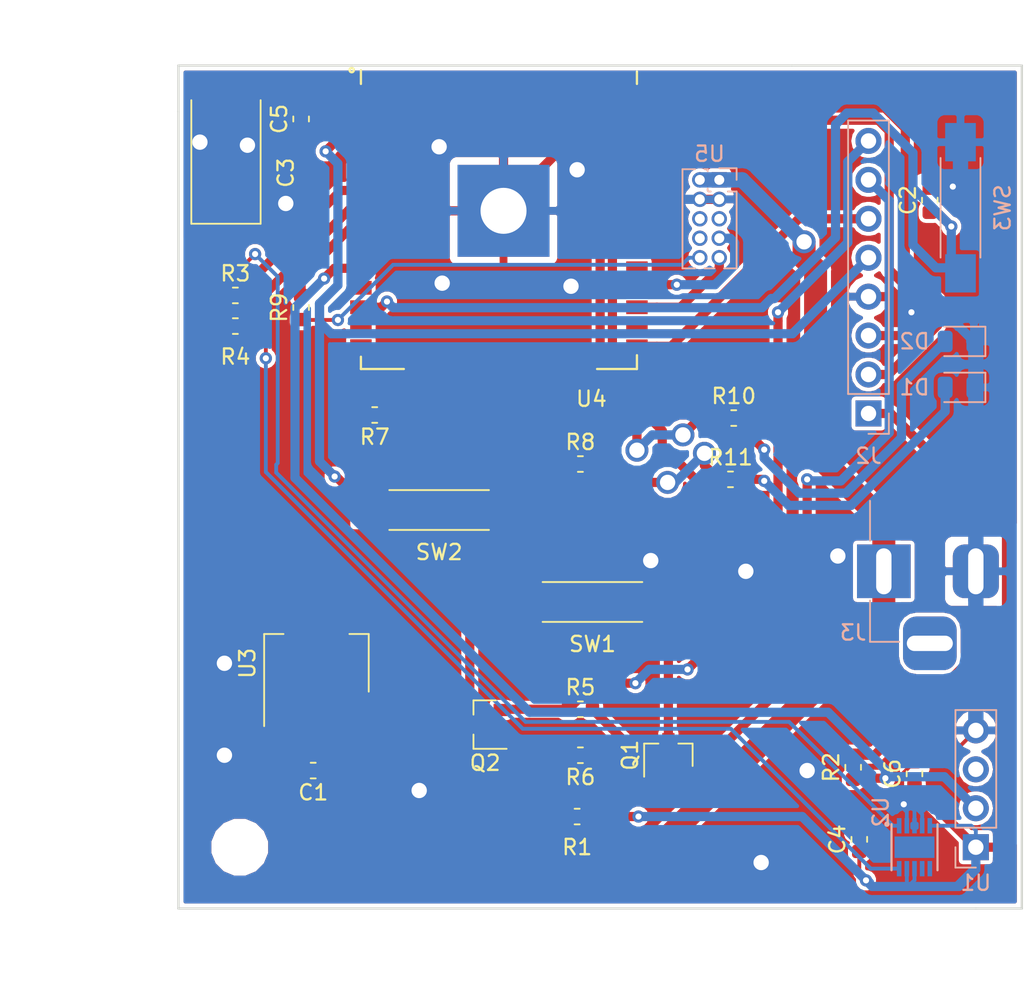
<source format=kicad_pcb>
(kicad_pcb (version 20171130) (host pcbnew "(5.0.0)")

  (general
    (thickness 1.6)
    (drawings 12)
    (tracks 398)
    (zones 0)
    (modules 32)
    (nets 26)
  )

  (page A4)
  (layers
    (0 F.Cu signal)
    (31 B.Cu signal)
    (32 B.Adhes user)
    (33 F.Adhes user)
    (34 B.Paste user)
    (35 F.Paste user)
    (36 B.SilkS user)
    (37 F.SilkS user)
    (38 B.Mask user)
    (39 F.Mask user)
    (40 Dwgs.User user)
    (41 Cmts.User user)
    (42 Eco1.User user)
    (43 Eco2.User user)
    (44 Edge.Cuts user)
    (45 Margin user)
    (46 B.CrtYd user)
    (47 F.CrtYd user)
    (48 B.Fab user)
    (49 F.Fab user)
  )

  (setup
    (last_trace_width 0.25)
    (user_trace_width 0.6)
    (user_trace_width 0.8)
    (user_trace_width 1)
    (user_trace_width 1.5)
    (trace_clearance 0.2)
    (zone_clearance 0.508)
    (zone_45_only no)
    (trace_min 0.2)
    (segment_width 0.2)
    (edge_width 0.15)
    (via_size 0.8)
    (via_drill 0.4)
    (via_min_size 0.4)
    (via_min_drill 0.3)
    (user_via 1.5 1)
    (uvia_size 0.3)
    (uvia_drill 0.1)
    (uvias_allowed no)
    (uvia_min_size 0.2)
    (uvia_min_drill 0.1)
    (pcb_text_width 0.3)
    (pcb_text_size 1.5 1.5)
    (mod_edge_width 0.15)
    (mod_text_size 1 1)
    (mod_text_width 0.15)
    (pad_size 6 6)
    (pad_drill 3)
    (pad_to_mask_clearance 0.2)
    (aux_axis_origin 0 0)
    (visible_elements 7FFFFFFF)
    (pcbplotparams
      (layerselection 0x010f0_ffffffff)
      (usegerberextensions true)
      (usegerberattributes false)
      (usegerberadvancedattributes false)
      (creategerberjobfile false)
      (excludeedgelayer true)
      (linewidth 0.100000)
      (plotframeref false)
      (viasonmask false)
      (mode 1)
      (useauxorigin false)
      (hpglpennumber 1)
      (hpglpenspeed 20)
      (hpglpendiameter 15.000000)
      (psnegative false)
      (psa4output false)
      (plotreference true)
      (plotvalue true)
      (plotinvisibletext false)
      (padsonsilk false)
      (subtractmaskfromsilk false)
      (outputformat 1)
      (mirror false)
      (drillshape 0)
      (scaleselection 1)
      (outputdirectory "production files/"))
  )

  (net 0 "")
  (net 1 GND)
  (net 2 +5V)
  (net 3 "Net-(C2-Pad1)")
  (net 4 +3V3)
  (net 5 /TX0_32)
  (net 6 /RX0_32)
  (net 7 /EN_32)
  (net 8 /DOWNLOAD_32)
  (net 9 /DTR)
  (net 10 /RTS)
  (net 11 "Net-(Q1-Pad1)")
  (net 12 "Net-(Q2-Pad1)")
  (net 13 /ONEWIRE)
  (net 14 /SDA)
  (net 15 /SCLK)
  (net 16 "Net-(R7-Pad2)")
  (net 17 "Net-(R8-Pad2)")
  (net 18 /SET)
  (net 19 "Net-(R9-Pad1)")
  (net 20 /MCU_RX)
  (net 21 /MCU_TX)
  (net 22 "Net-(D1-Pad2)")
  (net 23 "Net-(D2-Pad2)")
  (net 24 "Net-(R10-Pad1)")
  (net 25 "Net-(R11-Pad1)")

  (net_class Default "This is the default net class."
    (clearance 0.2)
    (trace_width 0.25)
    (via_dia 0.8)
    (via_drill 0.4)
    (uvia_dia 0.3)
    (uvia_drill 0.1)
    (add_net +3V3)
    (add_net +5V)
    (add_net /DOWNLOAD_32)
    (add_net /DTR)
    (add_net /EN_32)
    (add_net /MCU_RX)
    (add_net /MCU_TX)
    (add_net /ONEWIRE)
    (add_net /RTS)
    (add_net /RX0_32)
    (add_net /SCLK)
    (add_net /SDA)
    (add_net /SET)
    (add_net /TX0_32)
    (add_net GND)
    (add_net "Net-(C2-Pad1)")
    (add_net "Net-(D1-Pad2)")
    (add_net "Net-(D2-Pad2)")
    (add_net "Net-(Q1-Pad1)")
    (add_net "Net-(Q2-Pad1)")
    (add_net "Net-(R10-Pad1)")
    (add_net "Net-(R11-Pad1)")
    (add_net "Net-(R7-Pad2)")
    (add_net "Net-(R8-Pad2)")
    (add_net "Net-(R9-Pad1)")
  )

  (module Connector_BarrelJack:BarrelJack_Horizontal (layer B.Cu) (tedit 5D0915BB) (tstamp 5D2201E7)
    (at 217 85 180)
    (descr "DC Barrel Jack")
    (tags "Power Jack")
    (path /5D0D85C7)
    (fp_text reference J3 (at 2 -4 180) (layer B.SilkS)
      (effects (font (size 1 1) (thickness 0.15)) (justify mirror))
    )
    (fp_text value Jack-DC (at -4 5 180) (layer B.Fab)
      (effects (font (size 1 1) (thickness 0.15)) (justify mirror))
    )
    (fp_text user %R (at -3 2.95 180) (layer B.Fab)
      (effects (font (size 1 1) (thickness 0.15)) (justify mirror))
    )
    (fp_line (start 1 4.5) (end 1 2) (layer B.CrtYd) (width 0.05))
    (fp_line (start 1 2) (end 2 2) (layer B.CrtYd) (width 0.05))
    (fp_line (start 2 2) (end 2 -2) (layer B.CrtYd) (width 0.05))
    (fp_line (start 2 -2) (end 1 -2) (layer B.CrtYd) (width 0.05))
    (fp_line (start 1 -2) (end 1 -4.75) (layer B.CrtYd) (width 0.05))
    (fp_line (start 1 -4.75) (end -1 -4.75) (layer B.CrtYd) (width 0.05))
    (fp_line (start -1 -4.75) (end -1 -6.75) (layer B.CrtYd) (width 0.05))
    (fp_line (start -1 -6.75) (end -5 -6.75) (layer B.CrtYd) (width 0.05))
    (fp_line (start 0.9 -1.9) (end 0.9 -4.6) (layer B.SilkS) (width 0.12))
    (fp_line (start 0.9 -4.6) (end -1 -4.6) (layer B.SilkS) (width 0.12))
    (fp_line (start 0.9 4.6) (end 0.9 2) (layer B.SilkS) (width 0.12))
    (fp_line (start 0.8 -4.5) (end 0.8 3.75) (layer B.Fab) (width 0.1))
    (pad 1 thru_hole rect (at 0 0 180) (size 3.5 3.5) (drill oval 1 3) (layers *.Cu *.Mask)
      (net 2 +5V))
    (pad 2 thru_hole roundrect (at -6 0 180) (size 3 3.5) (drill oval 1 3) (layers *.Cu *.Mask) (roundrect_rratio 0.25)
      (net 1 GND))
    (pad 3 thru_hole roundrect (at -3 -4.7 180) (size 3.5 3.5) (drill oval 3 1) (layers *.Cu *.Mask) (roundrect_rratio 0.25))
    (model ${KISYS3DMOD}/Connector_BarrelJack.3dshapes/BarrelJack_Horizontal.wrl
      (at (xyz 0 0 0))
      (scale (xyz 1 1 1))
      (rotate (xyz 0 0 0))
    )
  )

  (module Capacitor_SMD:C_0603_1608Metric (layer F.Cu) (tedit 5B301BBE) (tstamp 5D21EFDF)
    (at 179.7875 98 180)
    (descr "Capacitor SMD 0603 (1608 Metric), square (rectangular) end terminal, IPC_7351 nominal, (Body size source: http://www.tortai-tech.com/upload/download/2011102023233369053.pdf), generated with kicad-footprint-generator")
    (tags capacitor)
    (path /5D0E060E)
    (attr smd)
    (fp_text reference C1 (at 0 -1.43 180) (layer F.SilkS)
      (effects (font (size 1 1) (thickness 0.15)))
    )
    (fp_text value 10u (at 0 1.43 180) (layer F.Fab)
      (effects (font (size 1 1) (thickness 0.15)))
    )
    (fp_text user %R (at 0 0 180) (layer F.Fab)
      (effects (font (size 0.4 0.4) (thickness 0.06)))
    )
    (fp_line (start 1.48 0.73) (end -1.48 0.73) (layer F.CrtYd) (width 0.05))
    (fp_line (start 1.48 -0.73) (end 1.48 0.73) (layer F.CrtYd) (width 0.05))
    (fp_line (start -1.48 -0.73) (end 1.48 -0.73) (layer F.CrtYd) (width 0.05))
    (fp_line (start -1.48 0.73) (end -1.48 -0.73) (layer F.CrtYd) (width 0.05))
    (fp_line (start -0.162779 0.51) (end 0.162779 0.51) (layer F.SilkS) (width 0.12))
    (fp_line (start -0.162779 -0.51) (end 0.162779 -0.51) (layer F.SilkS) (width 0.12))
    (fp_line (start 0.8 0.4) (end -0.8 0.4) (layer F.Fab) (width 0.1))
    (fp_line (start 0.8 -0.4) (end 0.8 0.4) (layer F.Fab) (width 0.1))
    (fp_line (start -0.8 -0.4) (end 0.8 -0.4) (layer F.Fab) (width 0.1))
    (fp_line (start -0.8 0.4) (end -0.8 -0.4) (layer F.Fab) (width 0.1))
    (pad 2 smd roundrect (at 0.7875 0 180) (size 0.875 0.95) (layers F.Cu F.Paste F.Mask) (roundrect_rratio 0.25)
      (net 1 GND))
    (pad 1 smd roundrect (at -0.7875 0 180) (size 0.875 0.95) (layers F.Cu F.Paste F.Mask) (roundrect_rratio 0.25)
      (net 2 +5V))
    (model ${KISYS3DMOD}/Capacitor_SMD.3dshapes/C_0603_1608Metric.wrl
      (at (xyz 0 0 0))
      (scale (xyz 1 1 1))
      (rotate (xyz 0 0 0))
    )
  )

  (module Capacitor_SMD:C_0603_1608Metric (layer F.Cu) (tedit 5B301BBE) (tstamp 5D21EFAF)
    (at 220 60.7875 90)
    (descr "Capacitor SMD 0603 (1608 Metric), square (rectangular) end terminal, IPC_7351 nominal, (Body size source: http://www.tortai-tech.com/upload/download/2011102023233369053.pdf), generated with kicad-footprint-generator")
    (tags capacitor)
    (path /5D0E9AD7)
    (attr smd)
    (fp_text reference C2 (at 0 -1.43 90) (layer F.SilkS)
      (effects (font (size 1 1) (thickness 0.15)))
    )
    (fp_text value 100n (at 0 1.43 90) (layer F.Fab)
      (effects (font (size 1 1) (thickness 0.15)))
    )
    (fp_line (start -0.8 0.4) (end -0.8 -0.4) (layer F.Fab) (width 0.1))
    (fp_line (start -0.8 -0.4) (end 0.8 -0.4) (layer F.Fab) (width 0.1))
    (fp_line (start 0.8 -0.4) (end 0.8 0.4) (layer F.Fab) (width 0.1))
    (fp_line (start 0.8 0.4) (end -0.8 0.4) (layer F.Fab) (width 0.1))
    (fp_line (start -0.162779 -0.51) (end 0.162779 -0.51) (layer F.SilkS) (width 0.12))
    (fp_line (start -0.162779 0.51) (end 0.162779 0.51) (layer F.SilkS) (width 0.12))
    (fp_line (start -1.48 0.73) (end -1.48 -0.73) (layer F.CrtYd) (width 0.05))
    (fp_line (start -1.48 -0.73) (end 1.48 -0.73) (layer F.CrtYd) (width 0.05))
    (fp_line (start 1.48 -0.73) (end 1.48 0.73) (layer F.CrtYd) (width 0.05))
    (fp_line (start 1.48 0.73) (end -1.48 0.73) (layer F.CrtYd) (width 0.05))
    (fp_text user %R (at 0 0 90) (layer F.Fab)
      (effects (font (size 0.4 0.4) (thickness 0.06)))
    )
    (pad 1 smd roundrect (at -0.7875 0 90) (size 0.875 0.95) (layers F.Cu F.Paste F.Mask) (roundrect_rratio 0.25)
      (net 3 "Net-(C2-Pad1)"))
    (pad 2 smd roundrect (at 0.7875 0 90) (size 0.875 0.95) (layers F.Cu F.Paste F.Mask) (roundrect_rratio 0.25)
      (net 1 GND))
    (model ${KISYS3DMOD}/Capacitor_SMD.3dshapes/C_0603_1608Metric.wrl
      (at (xyz 0 0 0))
      (scale (xyz 1 1 1))
      (rotate (xyz 0 0 0))
    )
  )

  (module Capacitor_Tantalum_SMD:CP_EIA-7343-31_Kemet-D (layer F.Cu) (tedit 5B301BBE) (tstamp 5D21F76A)
    (at 174.1 57.9125 90)
    (descr "Tantalum Capacitor SMD Kemet-D (7343-31 Metric), IPC_7351 nominal, (Body size from: http://www.kemet.com/Lists/ProductCatalog/Attachments/253/KEM_TC101_STD.pdf), generated with kicad-footprint-generator")
    (tags "capacitor tantalum")
    (path /5D09B7B6)
    (attr smd)
    (fp_text reference C3 (at -1.0875 3.9 90) (layer F.SilkS)
      (effects (font (size 1 1) (thickness 0.15)))
    )
    (fp_text value 470u (at 0 3.1 90) (layer F.Fab)
      (effects (font (size 1 1) (thickness 0.15)))
    )
    (fp_line (start 3.65 -2.15) (end -2.65 -2.15) (layer F.Fab) (width 0.1))
    (fp_line (start -2.65 -2.15) (end -3.65 -1.15) (layer F.Fab) (width 0.1))
    (fp_line (start -3.65 -1.15) (end -3.65 2.15) (layer F.Fab) (width 0.1))
    (fp_line (start -3.65 2.15) (end 3.65 2.15) (layer F.Fab) (width 0.1))
    (fp_line (start 3.65 2.15) (end 3.65 -2.15) (layer F.Fab) (width 0.1))
    (fp_line (start 3.65 -2.26) (end -4.41 -2.26) (layer F.SilkS) (width 0.12))
    (fp_line (start -4.41 -2.26) (end -4.41 2.26) (layer F.SilkS) (width 0.12))
    (fp_line (start -4.41 2.26) (end 3.65 2.26) (layer F.SilkS) (width 0.12))
    (fp_line (start -4.4 2.4) (end -4.4 -2.4) (layer F.CrtYd) (width 0.05))
    (fp_line (start -4.4 -2.4) (end 4.4 -2.4) (layer F.CrtYd) (width 0.05))
    (fp_line (start 4.4 -2.4) (end 4.4 2.4) (layer F.CrtYd) (width 0.05))
    (fp_line (start 4.4 2.4) (end -4.4 2.4) (layer F.CrtYd) (width 0.05))
    (fp_text user %R (at 0 0 90) (layer F.Fab)
      (effects (font (size 1 1) (thickness 0.15)))
    )
    (pad 1 smd roundrect (at -3.1125 0 90) (size 2.075 2.55) (layers F.Cu F.Paste F.Mask) (roundrect_rratio 0.120482)
      (net 4 +3V3))
    (pad 2 smd roundrect (at 3.1125 0 90) (size 2.075 2.55) (layers F.Cu F.Paste F.Mask) (roundrect_rratio 0.120482)
      (net 1 GND))
    (model ${KISYS3DMOD}/Capacitor_Tantalum_SMD.3dshapes/CP_EIA-7343-31_Kemet-D.wrl
      (at (xyz 0 0 0))
      (scale (xyz 1 1 1))
      (rotate (xyz 0 0 0))
    )
  )

  (module Capacitor_SMD:C_0603_1608Metric (layer F.Cu) (tedit 5B301BBE) (tstamp 5D22041D)
    (at 215.4 102.4875 90)
    (descr "Capacitor SMD 0603 (1608 Metric), square (rectangular) end terminal, IPC_7351 nominal, (Body size source: http://www.tortai-tech.com/upload/download/2011102023233369053.pdf), generated with kicad-footprint-generator")
    (tags capacitor)
    (path /5D09B619)
    (attr smd)
    (fp_text reference C4 (at 0 -1.43 90) (layer F.SilkS)
      (effects (font (size 1 1) (thickness 0.15)))
    )
    (fp_text value 100n (at 0 1.43 90) (layer F.Fab)
      (effects (font (size 1 1) (thickness 0.15)))
    )
    (fp_line (start -0.8 0.4) (end -0.8 -0.4) (layer F.Fab) (width 0.1))
    (fp_line (start -0.8 -0.4) (end 0.8 -0.4) (layer F.Fab) (width 0.1))
    (fp_line (start 0.8 -0.4) (end 0.8 0.4) (layer F.Fab) (width 0.1))
    (fp_line (start 0.8 0.4) (end -0.8 0.4) (layer F.Fab) (width 0.1))
    (fp_line (start -0.162779 -0.51) (end 0.162779 -0.51) (layer F.SilkS) (width 0.12))
    (fp_line (start -0.162779 0.51) (end 0.162779 0.51) (layer F.SilkS) (width 0.12))
    (fp_line (start -1.48 0.73) (end -1.48 -0.73) (layer F.CrtYd) (width 0.05))
    (fp_line (start -1.48 -0.73) (end 1.48 -0.73) (layer F.CrtYd) (width 0.05))
    (fp_line (start 1.48 -0.73) (end 1.48 0.73) (layer F.CrtYd) (width 0.05))
    (fp_line (start 1.48 0.73) (end -1.48 0.73) (layer F.CrtYd) (width 0.05))
    (fp_text user %R (at 0 0 90) (layer F.Fab)
      (effects (font (size 0.4 0.4) (thickness 0.06)))
    )
    (pad 1 smd roundrect (at -0.7875 0 90) (size 0.875 0.95) (layers F.Cu F.Paste F.Mask) (roundrect_rratio 0.25)
      (net 4 +3V3))
    (pad 2 smd roundrect (at 0.7875 0 90) (size 0.875 0.95) (layers F.Cu F.Paste F.Mask) (roundrect_rratio 0.25)
      (net 1 GND))
    (model ${KISYS3DMOD}/Capacitor_SMD.3dshapes/C_0603_1608Metric.wrl
      (at (xyz 0 0 0))
      (scale (xyz 1 1 1))
      (rotate (xyz 0 0 0))
    )
  )

  (module Capacitor_SMD:C_0603_1608Metric (layer F.Cu) (tedit 5B301BBE) (tstamp 5D21EF19)
    (at 179 55.4875 90)
    (descr "Capacitor SMD 0603 (1608 Metric), square (rectangular) end terminal, IPC_7351 nominal, (Body size source: http://www.tortai-tech.com/upload/download/2011102023233369053.pdf), generated with kicad-footprint-generator")
    (tags capacitor)
    (path /5D09A923)
    (attr smd)
    (fp_text reference C5 (at 0 -1.43 90) (layer F.SilkS)
      (effects (font (size 1 1) (thickness 0.15)))
    )
    (fp_text value 100n (at 0 1.43 90) (layer F.Fab)
      (effects (font (size 1 1) (thickness 0.15)))
    )
    (fp_text user %R (at 0 0 90) (layer F.Fab)
      (effects (font (size 0.4 0.4) (thickness 0.06)))
    )
    (fp_line (start 1.48 0.73) (end -1.48 0.73) (layer F.CrtYd) (width 0.05))
    (fp_line (start 1.48 -0.73) (end 1.48 0.73) (layer F.CrtYd) (width 0.05))
    (fp_line (start -1.48 -0.73) (end 1.48 -0.73) (layer F.CrtYd) (width 0.05))
    (fp_line (start -1.48 0.73) (end -1.48 -0.73) (layer F.CrtYd) (width 0.05))
    (fp_line (start -0.162779 0.51) (end 0.162779 0.51) (layer F.SilkS) (width 0.12))
    (fp_line (start -0.162779 -0.51) (end 0.162779 -0.51) (layer F.SilkS) (width 0.12))
    (fp_line (start 0.8 0.4) (end -0.8 0.4) (layer F.Fab) (width 0.1))
    (fp_line (start 0.8 -0.4) (end 0.8 0.4) (layer F.Fab) (width 0.1))
    (fp_line (start -0.8 -0.4) (end 0.8 -0.4) (layer F.Fab) (width 0.1))
    (fp_line (start -0.8 0.4) (end -0.8 -0.4) (layer F.Fab) (width 0.1))
    (pad 2 smd roundrect (at 0.7875 0 90) (size 0.875 0.95) (layers F.Cu F.Paste F.Mask) (roundrect_rratio 0.25)
      (net 1 GND))
    (pad 1 smd roundrect (at -0.7875 0 90) (size 0.875 0.95) (layers F.Cu F.Paste F.Mask) (roundrect_rratio 0.25)
      (net 4 +3V3))
    (model ${KISYS3DMOD}/Capacitor_SMD.3dshapes/C_0603_1608Metric.wrl
      (at (xyz 0 0 0))
      (scale (xyz 1 1 1))
      (rotate (xyz 0 0 0))
    )
  )

  (module Capacitor_SMD:C_0603_1608Metric (layer F.Cu) (tedit 5B301BBE) (tstamp 5D21EEE9)
    (at 219 98.2125 90)
    (descr "Capacitor SMD 0603 (1608 Metric), square (rectangular) end terminal, IPC_7351 nominal, (Body size source: http://www.tortai-tech.com/upload/download/2011102023233369053.pdf), generated with kicad-footprint-generator")
    (tags capacitor)
    (path /5D09A6CE)
    (attr smd)
    (fp_text reference C6 (at 0 -1.43 90) (layer F.SilkS)
      (effects (font (size 1 1) (thickness 0.15)))
    )
    (fp_text value 100n (at 0 1.43 90) (layer F.Fab)
      (effects (font (size 1 1) (thickness 0.15)))
    )
    (fp_line (start -0.8 0.4) (end -0.8 -0.4) (layer F.Fab) (width 0.1))
    (fp_line (start -0.8 -0.4) (end 0.8 -0.4) (layer F.Fab) (width 0.1))
    (fp_line (start 0.8 -0.4) (end 0.8 0.4) (layer F.Fab) (width 0.1))
    (fp_line (start 0.8 0.4) (end -0.8 0.4) (layer F.Fab) (width 0.1))
    (fp_line (start -0.162779 -0.51) (end 0.162779 -0.51) (layer F.SilkS) (width 0.12))
    (fp_line (start -0.162779 0.51) (end 0.162779 0.51) (layer F.SilkS) (width 0.12))
    (fp_line (start -1.48 0.73) (end -1.48 -0.73) (layer F.CrtYd) (width 0.05))
    (fp_line (start -1.48 -0.73) (end 1.48 -0.73) (layer F.CrtYd) (width 0.05))
    (fp_line (start 1.48 -0.73) (end 1.48 0.73) (layer F.CrtYd) (width 0.05))
    (fp_line (start 1.48 0.73) (end -1.48 0.73) (layer F.CrtYd) (width 0.05))
    (fp_text user %R (at 0 0 90) (layer F.Fab)
      (effects (font (size 0.4 0.4) (thickness 0.06)))
    )
    (pad 1 smd roundrect (at -0.7875 0 90) (size 0.875 0.95) (layers F.Cu F.Paste F.Mask) (roundrect_rratio 0.25)
      (net 4 +3V3))
    (pad 2 smd roundrect (at 0.7875 0 90) (size 0.875 0.95) (layers F.Cu F.Paste F.Mask) (roundrect_rratio 0.25)
      (net 1 GND))
    (model ${KISYS3DMOD}/Capacitor_SMD.3dshapes/C_0603_1608Metric.wrl
      (at (xyz 0 0 0))
      (scale (xyz 1 1 1))
      (rotate (xyz 0 0 0))
    )
  )

  (module Connector_PinSocket_2.54mm:PinSocket_1x08_P2.54mm_Vertical (layer B.Cu) (tedit 5A19A420) (tstamp 5D21EEA3)
    (at 216 74.7)
    (descr "Through hole straight socket strip, 1x08, 2.54mm pitch, single row (from Kicad 4.0.7), script generated")
    (tags "Through hole socket strip THT 1x08 2.54mm single row")
    (path /5D081172)
    (fp_text reference J2 (at 0 2.77) (layer B.SilkS)
      (effects (font (size 1 1) (thickness 0.15)) (justify mirror))
    )
    (fp_text value Conn_01x06 (at 0 -20.55) (layer B.Fab)
      (effects (font (size 1 1) (thickness 0.15)) (justify mirror))
    )
    (fp_line (start -1.27 1.27) (end 0.635 1.27) (layer B.Fab) (width 0.1))
    (fp_line (start 0.635 1.27) (end 1.27 0.635) (layer B.Fab) (width 0.1))
    (fp_line (start 1.27 0.635) (end 1.27 -19.05) (layer B.Fab) (width 0.1))
    (fp_line (start 1.27 -19.05) (end -1.27 -19.05) (layer B.Fab) (width 0.1))
    (fp_line (start -1.27 -19.05) (end -1.27 1.27) (layer B.Fab) (width 0.1))
    (fp_line (start -1.33 -1.27) (end 1.33 -1.27) (layer B.SilkS) (width 0.12))
    (fp_line (start -1.33 -1.27) (end -1.33 -19.11) (layer B.SilkS) (width 0.12))
    (fp_line (start -1.33 -19.11) (end 1.33 -19.11) (layer B.SilkS) (width 0.12))
    (fp_line (start 1.33 -1.27) (end 1.33 -19.11) (layer B.SilkS) (width 0.12))
    (fp_line (start 1.33 1.33) (end 1.33 0) (layer B.SilkS) (width 0.12))
    (fp_line (start 0 1.33) (end 1.33 1.33) (layer B.SilkS) (width 0.12))
    (fp_line (start -1.8 1.8) (end 1.75 1.8) (layer B.CrtYd) (width 0.05))
    (fp_line (start 1.75 1.8) (end 1.75 -19.55) (layer B.CrtYd) (width 0.05))
    (fp_line (start 1.75 -19.55) (end -1.8 -19.55) (layer B.CrtYd) (width 0.05))
    (fp_line (start -1.8 -19.55) (end -1.8 1.8) (layer B.CrtYd) (width 0.05))
    (fp_text user %R (at 0 -8.89 -90) (layer B.Fab)
      (effects (font (size 1 1) (thickness 0.15)) (justify mirror))
    )
    (pad 1 thru_hole rect (at 0 0) (size 1.7 1.7) (drill 1) (layers *.Cu *.Mask)
      (net 4 +3V3))
    (pad 2 thru_hole oval (at 0 -2.54) (size 1.7 1.7) (drill 1) (layers *.Cu *.Mask)
      (net 5 /TX0_32))
    (pad 3 thru_hole oval (at 0 -5.08) (size 1.7 1.7) (drill 1) (layers *.Cu *.Mask)
      (net 6 /RX0_32))
    (pad 4 thru_hole oval (at 0 -7.62) (size 1.7 1.7) (drill 1) (layers *.Cu *.Mask)
      (net 1 GND))
    (pad 5 thru_hole oval (at 0 -10.16) (size 1.7 1.7) (drill 1) (layers *.Cu *.Mask)
      (net 7 /EN_32))
    (pad 6 thru_hole oval (at 0 -12.7) (size 1.7 1.7) (drill 1) (layers *.Cu *.Mask)
      (net 8 /DOWNLOAD_32))
    (pad 7 thru_hole oval (at 0 -15.24) (size 1.7 1.7) (drill 1) (layers *.Cu *.Mask)
      (net 9 /DTR))
    (pad 8 thru_hole oval (at 0 -17.78) (size 1.7 1.7) (drill 1) (layers *.Cu *.Mask)
      (net 10 /RTS))
    (model ${KISYS3DMOD}/Connector_PinSocket_2.54mm.3dshapes/PinSocket_1x08_P2.54mm_Vertical.wrl
      (at (xyz 0 0 0))
      (scale (xyz 1 1 1))
      (rotate (xyz 0 0 0))
    )
  )

  (module Package_TO_SOT_SMD:SOT-23 (layer F.Cu) (tedit 5A02FF57) (tstamp 5D21EA5E)
    (at 202.95 97 90)
    (descr "SOT-23, Standard")
    (tags SOT-23)
    (path /5D0A4F8F)
    (attr smd)
    (fp_text reference Q1 (at 0 -2.5 90) (layer F.SilkS)
      (effects (font (size 1 1) (thickness 0.15)))
    )
    (fp_text value BC817 (at 0 2.5 90) (layer F.Fab)
      (effects (font (size 1 1) (thickness 0.15)))
    )
    (fp_line (start 0.76 1.58) (end -0.7 1.58) (layer F.SilkS) (width 0.12))
    (fp_line (start 0.76 -1.58) (end -1.4 -1.58) (layer F.SilkS) (width 0.12))
    (fp_line (start -1.7 1.75) (end -1.7 -1.75) (layer F.CrtYd) (width 0.05))
    (fp_line (start 1.7 1.75) (end -1.7 1.75) (layer F.CrtYd) (width 0.05))
    (fp_line (start 1.7 -1.75) (end 1.7 1.75) (layer F.CrtYd) (width 0.05))
    (fp_line (start -1.7 -1.75) (end 1.7 -1.75) (layer F.CrtYd) (width 0.05))
    (fp_line (start 0.76 -1.58) (end 0.76 -0.65) (layer F.SilkS) (width 0.12))
    (fp_line (start 0.76 1.58) (end 0.76 0.65) (layer F.SilkS) (width 0.12))
    (fp_line (start -0.7 1.52) (end 0.7 1.52) (layer F.Fab) (width 0.1))
    (fp_line (start 0.7 -1.52) (end 0.7 1.52) (layer F.Fab) (width 0.1))
    (fp_line (start -0.7 -0.95) (end -0.15 -1.52) (layer F.Fab) (width 0.1))
    (fp_line (start -0.15 -1.52) (end 0.7 -1.52) (layer F.Fab) (width 0.1))
    (fp_line (start -0.7 -0.95) (end -0.7 1.5) (layer F.Fab) (width 0.1))
    (fp_text user %R (at 0 0 180) (layer F.Fab)
      (effects (font (size 0.5 0.5) (thickness 0.075)))
    )
    (pad 3 smd rect (at 1 0 90) (size 0.9 0.8) (layers F.Cu F.Paste F.Mask)
      (net 8 /DOWNLOAD_32))
    (pad 2 smd rect (at -1 0.95 90) (size 0.9 0.8) (layers F.Cu F.Paste F.Mask)
      (net 9 /DTR))
    (pad 1 smd rect (at -1 -0.95 90) (size 0.9 0.8) (layers F.Cu F.Paste F.Mask)
      (net 11 "Net-(Q1-Pad1)"))
    (model ${KISYS3DMOD}/Package_TO_SOT_SMD.3dshapes/SOT-23.wrl
      (at (xyz 0 0 0))
      (scale (xyz 1 1 1))
      (rotate (xyz 0 0 0))
    )
  )

  (module Package_TO_SOT_SMD:SOT-23 (layer F.Cu) (tedit 5A02FF57) (tstamp 5D21EDFA)
    (at 191 95 180)
    (descr "SOT-23, Standard")
    (tags SOT-23)
    (path /5D0AA65D)
    (attr smd)
    (fp_text reference Q2 (at 0 -2.5 180) (layer F.SilkS)
      (effects (font (size 1 1) (thickness 0.15)))
    )
    (fp_text value BC817 (at 0 2.5 180) (layer F.Fab)
      (effects (font (size 1 1) (thickness 0.15)))
    )
    (fp_text user %R (at 0 0 270) (layer F.Fab)
      (effects (font (size 0.5 0.5) (thickness 0.075)))
    )
    (fp_line (start -0.7 -0.95) (end -0.7 1.5) (layer F.Fab) (width 0.1))
    (fp_line (start -0.15 -1.52) (end 0.7 -1.52) (layer F.Fab) (width 0.1))
    (fp_line (start -0.7 -0.95) (end -0.15 -1.52) (layer F.Fab) (width 0.1))
    (fp_line (start 0.7 -1.52) (end 0.7 1.52) (layer F.Fab) (width 0.1))
    (fp_line (start -0.7 1.52) (end 0.7 1.52) (layer F.Fab) (width 0.1))
    (fp_line (start 0.76 1.58) (end 0.76 0.65) (layer F.SilkS) (width 0.12))
    (fp_line (start 0.76 -1.58) (end 0.76 -0.65) (layer F.SilkS) (width 0.12))
    (fp_line (start -1.7 -1.75) (end 1.7 -1.75) (layer F.CrtYd) (width 0.05))
    (fp_line (start 1.7 -1.75) (end 1.7 1.75) (layer F.CrtYd) (width 0.05))
    (fp_line (start 1.7 1.75) (end -1.7 1.75) (layer F.CrtYd) (width 0.05))
    (fp_line (start -1.7 1.75) (end -1.7 -1.75) (layer F.CrtYd) (width 0.05))
    (fp_line (start 0.76 -1.58) (end -1.4 -1.58) (layer F.SilkS) (width 0.12))
    (fp_line (start 0.76 1.58) (end -0.7 1.58) (layer F.SilkS) (width 0.12))
    (pad 1 smd rect (at -1 -0.95 180) (size 0.9 0.8) (layers F.Cu F.Paste F.Mask)
      (net 12 "Net-(Q2-Pad1)"))
    (pad 2 smd rect (at -1 0.95 180) (size 0.9 0.8) (layers F.Cu F.Paste F.Mask)
      (net 10 /RTS))
    (pad 3 smd rect (at 1 0 180) (size 0.9 0.8) (layers F.Cu F.Paste F.Mask)
      (net 7 /EN_32))
    (model ${KISYS3DMOD}/Package_TO_SOT_SMD.3dshapes/SOT-23.wrl
      (at (xyz 0 0 0))
      (scale (xyz 1 1 1))
      (rotate (xyz 0 0 0))
    )
  )

  (module Resistor_SMD:R_0603_1608Metric (layer F.Cu) (tedit 5B301BBD) (tstamp 5D21EB38)
    (at 197 101)
    (descr "Resistor SMD 0603 (1608 Metric), square (rectangular) end terminal, IPC_7351 nominal, (Body size source: http://www.tortai-tech.com/upload/download/2011102023233369053.pdf), generated with kicad-footprint-generator")
    (tags resistor)
    (path /5D07F60C)
    (attr smd)
    (fp_text reference R1 (at 0 2) (layer F.SilkS)
      (effects (font (size 1 1) (thickness 0.15)))
    )
    (fp_text value 10K (at 0 1.43) (layer F.Fab)
      (effects (font (size 1 1) (thickness 0.15)))
    )
    (fp_text user %R (at 0 0) (layer F.Fab)
      (effects (font (size 0.4 0.4) (thickness 0.06)))
    )
    (fp_line (start 1.48 0.73) (end -1.48 0.73) (layer F.CrtYd) (width 0.05))
    (fp_line (start 1.48 -0.73) (end 1.48 0.73) (layer F.CrtYd) (width 0.05))
    (fp_line (start -1.48 -0.73) (end 1.48 -0.73) (layer F.CrtYd) (width 0.05))
    (fp_line (start -1.48 0.73) (end -1.48 -0.73) (layer F.CrtYd) (width 0.05))
    (fp_line (start -0.162779 0.51) (end 0.162779 0.51) (layer F.SilkS) (width 0.12))
    (fp_line (start -0.162779 -0.51) (end 0.162779 -0.51) (layer F.SilkS) (width 0.12))
    (fp_line (start 0.8 0.4) (end -0.8 0.4) (layer F.Fab) (width 0.1))
    (fp_line (start 0.8 -0.4) (end 0.8 0.4) (layer F.Fab) (width 0.1))
    (fp_line (start -0.8 -0.4) (end 0.8 -0.4) (layer F.Fab) (width 0.1))
    (fp_line (start -0.8 0.4) (end -0.8 -0.4) (layer F.Fab) (width 0.1))
    (pad 2 smd roundrect (at 0.7875 0) (size 0.875 0.95) (layers F.Cu F.Paste F.Mask) (roundrect_rratio 0.25)
      (net 4 +3V3))
    (pad 1 smd roundrect (at -0.7875 0) (size 0.875 0.95) (layers F.Cu F.Paste F.Mask) (roundrect_rratio 0.25)
      (net 7 /EN_32))
    (model ${KISYS3DMOD}/Resistor_SMD.3dshapes/R_0603_1608Metric.wrl
      (at (xyz 0 0 0))
      (scale (xyz 1 1 1))
      (rotate (xyz 0 0 0))
    )
  )

  (module Resistor_SMD:R_0603_1608Metric (layer F.Cu) (tedit 5B301BBD) (tstamp 5D21EB08)
    (at 215 97.7875 90)
    (descr "Resistor SMD 0603 (1608 Metric), square (rectangular) end terminal, IPC_7351 nominal, (Body size source: http://www.tortai-tech.com/upload/download/2011102023233369053.pdf), generated with kicad-footprint-generator")
    (tags resistor)
    (path /5D09830A)
    (attr smd)
    (fp_text reference R2 (at 0 -1.43 90) (layer F.SilkS)
      (effects (font (size 1 1) (thickness 0.15)))
    )
    (fp_text value 5K (at 0 1.43 90) (layer F.Fab)
      (effects (font (size 1 1) (thickness 0.15)))
    )
    (fp_line (start -0.8 0.4) (end -0.8 -0.4) (layer F.Fab) (width 0.1))
    (fp_line (start -0.8 -0.4) (end 0.8 -0.4) (layer F.Fab) (width 0.1))
    (fp_line (start 0.8 -0.4) (end 0.8 0.4) (layer F.Fab) (width 0.1))
    (fp_line (start 0.8 0.4) (end -0.8 0.4) (layer F.Fab) (width 0.1))
    (fp_line (start -0.162779 -0.51) (end 0.162779 -0.51) (layer F.SilkS) (width 0.12))
    (fp_line (start -0.162779 0.51) (end 0.162779 0.51) (layer F.SilkS) (width 0.12))
    (fp_line (start -1.48 0.73) (end -1.48 -0.73) (layer F.CrtYd) (width 0.05))
    (fp_line (start -1.48 -0.73) (end 1.48 -0.73) (layer F.CrtYd) (width 0.05))
    (fp_line (start 1.48 -0.73) (end 1.48 0.73) (layer F.CrtYd) (width 0.05))
    (fp_line (start 1.48 0.73) (end -1.48 0.73) (layer F.CrtYd) (width 0.05))
    (fp_text user %R (at 0 0 90) (layer F.Fab)
      (effects (font (size 0.4 0.4) (thickness 0.06)))
    )
    (pad 1 smd roundrect (at -0.7875 0 90) (size 0.875 0.95) (layers F.Cu F.Paste F.Mask) (roundrect_rratio 0.25)
      (net 13 /ONEWIRE))
    (pad 2 smd roundrect (at 0.7875 0 90) (size 0.875 0.95) (layers F.Cu F.Paste F.Mask) (roundrect_rratio 0.25)
      (net 4 +3V3))
    (model ${KISYS3DMOD}/Resistor_SMD.3dshapes/R_0603_1608Metric.wrl
      (at (xyz 0 0 0))
      (scale (xyz 1 1 1))
      (rotate (xyz 0 0 0))
    )
  )

  (module Resistor_SMD:R_0603_1608Metric (layer F.Cu) (tedit 5B301BBD) (tstamp 5D21EB68)
    (at 174.7125 67)
    (descr "Resistor SMD 0603 (1608 Metric), square (rectangular) end terminal, IPC_7351 nominal, (Body size source: http://www.tortai-tech.com/upload/download/2011102023233369053.pdf), generated with kicad-footprint-generator")
    (tags resistor)
    (path /5D08E45F)
    (attr smd)
    (fp_text reference R3 (at 0 -1.43) (layer F.SilkS)
      (effects (font (size 1 1) (thickness 0.15)))
    )
    (fp_text value 2K2 (at 0 1.43) (layer F.Fab)
      (effects (font (size 1 1) (thickness 0.15)))
    )
    (fp_line (start -0.8 0.4) (end -0.8 -0.4) (layer F.Fab) (width 0.1))
    (fp_line (start -0.8 -0.4) (end 0.8 -0.4) (layer F.Fab) (width 0.1))
    (fp_line (start 0.8 -0.4) (end 0.8 0.4) (layer F.Fab) (width 0.1))
    (fp_line (start 0.8 0.4) (end -0.8 0.4) (layer F.Fab) (width 0.1))
    (fp_line (start -0.162779 -0.51) (end 0.162779 -0.51) (layer F.SilkS) (width 0.12))
    (fp_line (start -0.162779 0.51) (end 0.162779 0.51) (layer F.SilkS) (width 0.12))
    (fp_line (start -1.48 0.73) (end -1.48 -0.73) (layer F.CrtYd) (width 0.05))
    (fp_line (start -1.48 -0.73) (end 1.48 -0.73) (layer F.CrtYd) (width 0.05))
    (fp_line (start 1.48 -0.73) (end 1.48 0.73) (layer F.CrtYd) (width 0.05))
    (fp_line (start 1.48 0.73) (end -1.48 0.73) (layer F.CrtYd) (width 0.05))
    (fp_text user %R (at 0 0) (layer F.Fab)
      (effects (font (size 0.4 0.4) (thickness 0.06)))
    )
    (pad 1 smd roundrect (at -0.7875 0) (size 0.875 0.95) (layers F.Cu F.Paste F.Mask) (roundrect_rratio 0.25)
      (net 4 +3V3))
    (pad 2 smd roundrect (at 0.7875 0) (size 0.875 0.95) (layers F.Cu F.Paste F.Mask) (roundrect_rratio 0.25)
      (net 14 /SDA))
    (model ${KISYS3DMOD}/Resistor_SMD.3dshapes/R_0603_1608Metric.wrl
      (at (xyz 0 0 0))
      (scale (xyz 1 1 1))
      (rotate (xyz 0 0 0))
    )
  )

  (module Resistor_SMD:R_0603_1608Metric (layer F.Cu) (tedit 5B301BBD) (tstamp 5D21EAD8)
    (at 174.7125 69)
    (descr "Resistor SMD 0603 (1608 Metric), square (rectangular) end terminal, IPC_7351 nominal, (Body size source: http://www.tortai-tech.com/upload/download/2011102023233369053.pdf), generated with kicad-footprint-generator")
    (tags resistor)
    (path /5D08E8E2)
    (attr smd)
    (fp_text reference R4 (at 0 2) (layer F.SilkS)
      (effects (font (size 1 1) (thickness 0.15)))
    )
    (fp_text value 2K2 (at 0 1.43) (layer F.Fab)
      (effects (font (size 1 1) (thickness 0.15)))
    )
    (fp_text user %R (at 0 0) (layer F.Fab)
      (effects (font (size 0.4 0.4) (thickness 0.06)))
    )
    (fp_line (start 1.48 0.73) (end -1.48 0.73) (layer F.CrtYd) (width 0.05))
    (fp_line (start 1.48 -0.73) (end 1.48 0.73) (layer F.CrtYd) (width 0.05))
    (fp_line (start -1.48 -0.73) (end 1.48 -0.73) (layer F.CrtYd) (width 0.05))
    (fp_line (start -1.48 0.73) (end -1.48 -0.73) (layer F.CrtYd) (width 0.05))
    (fp_line (start -0.162779 0.51) (end 0.162779 0.51) (layer F.SilkS) (width 0.12))
    (fp_line (start -0.162779 -0.51) (end 0.162779 -0.51) (layer F.SilkS) (width 0.12))
    (fp_line (start 0.8 0.4) (end -0.8 0.4) (layer F.Fab) (width 0.1))
    (fp_line (start 0.8 -0.4) (end 0.8 0.4) (layer F.Fab) (width 0.1))
    (fp_line (start -0.8 -0.4) (end 0.8 -0.4) (layer F.Fab) (width 0.1))
    (fp_line (start -0.8 0.4) (end -0.8 -0.4) (layer F.Fab) (width 0.1))
    (pad 2 smd roundrect (at 0.7875 0) (size 0.875 0.95) (layers F.Cu F.Paste F.Mask) (roundrect_rratio 0.25)
      (net 15 /SCLK))
    (pad 1 smd roundrect (at -0.7875 0) (size 0.875 0.95) (layers F.Cu F.Paste F.Mask) (roundrect_rratio 0.25)
      (net 4 +3V3))
    (model ${KISYS3DMOD}/Resistor_SMD.3dshapes/R_0603_1608Metric.wrl
      (at (xyz 0 0 0))
      (scale (xyz 1 1 1))
      (rotate (xyz 0 0 0))
    )
  )

  (module Resistor_SMD:R_0603_1608Metric (layer F.Cu) (tedit 5B301BBD) (tstamp 5D22068C)
    (at 197.2125 94)
    (descr "Resistor SMD 0603 (1608 Metric), square (rectangular) end terminal, IPC_7351 nominal, (Body size source: http://www.tortai-tech.com/upload/download/2011102023233369053.pdf), generated with kicad-footprint-generator")
    (tags resistor)
    (path /5D0A4F11)
    (attr smd)
    (fp_text reference R5 (at 0 -1.43) (layer F.SilkS)
      (effects (font (size 1 1) (thickness 0.15)))
    )
    (fp_text value 10K (at 0 1.43) (layer F.Fab)
      (effects (font (size 1 1) (thickness 0.15)))
    )
    (fp_text user %R (at 0 0) (layer F.Fab)
      (effects (font (size 0.4 0.4) (thickness 0.06)))
    )
    (fp_line (start 1.48 0.73) (end -1.48 0.73) (layer F.CrtYd) (width 0.05))
    (fp_line (start 1.48 -0.73) (end 1.48 0.73) (layer F.CrtYd) (width 0.05))
    (fp_line (start -1.48 -0.73) (end 1.48 -0.73) (layer F.CrtYd) (width 0.05))
    (fp_line (start -1.48 0.73) (end -1.48 -0.73) (layer F.CrtYd) (width 0.05))
    (fp_line (start -0.162779 0.51) (end 0.162779 0.51) (layer F.SilkS) (width 0.12))
    (fp_line (start -0.162779 -0.51) (end 0.162779 -0.51) (layer F.SilkS) (width 0.12))
    (fp_line (start 0.8 0.4) (end -0.8 0.4) (layer F.Fab) (width 0.1))
    (fp_line (start 0.8 -0.4) (end 0.8 0.4) (layer F.Fab) (width 0.1))
    (fp_line (start -0.8 -0.4) (end 0.8 -0.4) (layer F.Fab) (width 0.1))
    (fp_line (start -0.8 0.4) (end -0.8 -0.4) (layer F.Fab) (width 0.1))
    (pad 2 smd roundrect (at 0.7875 0) (size 0.875 0.95) (layers F.Cu F.Paste F.Mask) (roundrect_rratio 0.25)
      (net 11 "Net-(Q1-Pad1)"))
    (pad 1 smd roundrect (at -0.7875 0) (size 0.875 0.95) (layers F.Cu F.Paste F.Mask) (roundrect_rratio 0.25)
      (net 10 /RTS))
    (model ${KISYS3DMOD}/Resistor_SMD.3dshapes/R_0603_1608Metric.wrl
      (at (xyz 0 0 0))
      (scale (xyz 1 1 1))
      (rotate (xyz 0 0 0))
    )
  )

  (module Resistor_SMD:R_0603_1608Metric (layer F.Cu) (tedit 5B301BBD) (tstamp 5D2205EA)
    (at 197.2125 97 180)
    (descr "Resistor SMD 0603 (1608 Metric), square (rectangular) end terminal, IPC_7351 nominal, (Body size source: http://www.tortai-tech.com/upload/download/2011102023233369053.pdf), generated with kicad-footprint-generator")
    (tags resistor)
    (path /5D0A4E01)
    (attr smd)
    (fp_text reference R6 (at 0 -1.43 180) (layer F.SilkS)
      (effects (font (size 1 1) (thickness 0.15)))
    )
    (fp_text value 10K (at 0 1.43 180) (layer F.Fab)
      (effects (font (size 1 1) (thickness 0.15)))
    )
    (fp_line (start -0.8 0.4) (end -0.8 -0.4) (layer F.Fab) (width 0.1))
    (fp_line (start -0.8 -0.4) (end 0.8 -0.4) (layer F.Fab) (width 0.1))
    (fp_line (start 0.8 -0.4) (end 0.8 0.4) (layer F.Fab) (width 0.1))
    (fp_line (start 0.8 0.4) (end -0.8 0.4) (layer F.Fab) (width 0.1))
    (fp_line (start -0.162779 -0.51) (end 0.162779 -0.51) (layer F.SilkS) (width 0.12))
    (fp_line (start -0.162779 0.51) (end 0.162779 0.51) (layer F.SilkS) (width 0.12))
    (fp_line (start -1.48 0.73) (end -1.48 -0.73) (layer F.CrtYd) (width 0.05))
    (fp_line (start -1.48 -0.73) (end 1.48 -0.73) (layer F.CrtYd) (width 0.05))
    (fp_line (start 1.48 -0.73) (end 1.48 0.73) (layer F.CrtYd) (width 0.05))
    (fp_line (start 1.48 0.73) (end -1.48 0.73) (layer F.CrtYd) (width 0.05))
    (fp_text user %R (at 0 0 180) (layer F.Fab)
      (effects (font (size 0.4 0.4) (thickness 0.06)))
    )
    (pad 1 smd roundrect (at -0.7875 0 180) (size 0.875 0.95) (layers F.Cu F.Paste F.Mask) (roundrect_rratio 0.25)
      (net 9 /DTR))
    (pad 2 smd roundrect (at 0.7875 0 180) (size 0.875 0.95) (layers F.Cu F.Paste F.Mask) (roundrect_rratio 0.25)
      (net 12 "Net-(Q2-Pad1)"))
    (model ${KISYS3DMOD}/Resistor_SMD.3dshapes/R_0603_1608Metric.wrl
      (at (xyz 0 0 0))
      (scale (xyz 1 1 1))
      (rotate (xyz 0 0 0))
    )
  )

  (module Resistor_SMD:R_0603_1608Metric (layer F.Cu) (tedit 5B301BBD) (tstamp 5D21EB98)
    (at 183.8 74.8 180)
    (descr "Resistor SMD 0603 (1608 Metric), square (rectangular) end terminal, IPC_7351 nominal, (Body size source: http://www.tortai-tech.com/upload/download/2011102023233369053.pdf), generated with kicad-footprint-generator")
    (tags resistor)
    (path /5D0801CD)
    (attr smd)
    (fp_text reference R7 (at 0 -1.43 180) (layer F.SilkS)
      (effects (font (size 1 1) (thickness 0.15)))
    )
    (fp_text value 10K (at 0 1.43 180) (layer F.Fab)
      (effects (font (size 1 1) (thickness 0.15)))
    )
    (fp_line (start -0.8 0.4) (end -0.8 -0.4) (layer F.Fab) (width 0.1))
    (fp_line (start -0.8 -0.4) (end 0.8 -0.4) (layer F.Fab) (width 0.1))
    (fp_line (start 0.8 -0.4) (end 0.8 0.4) (layer F.Fab) (width 0.1))
    (fp_line (start 0.8 0.4) (end -0.8 0.4) (layer F.Fab) (width 0.1))
    (fp_line (start -0.162779 -0.51) (end 0.162779 -0.51) (layer F.SilkS) (width 0.12))
    (fp_line (start -0.162779 0.51) (end 0.162779 0.51) (layer F.SilkS) (width 0.12))
    (fp_line (start -1.48 0.73) (end -1.48 -0.73) (layer F.CrtYd) (width 0.05))
    (fp_line (start -1.48 -0.73) (end 1.48 -0.73) (layer F.CrtYd) (width 0.05))
    (fp_line (start 1.48 -0.73) (end 1.48 0.73) (layer F.CrtYd) (width 0.05))
    (fp_line (start 1.48 0.73) (end -1.48 0.73) (layer F.CrtYd) (width 0.05))
    (fp_text user %R (at 0 0 180) (layer F.Fab)
      (effects (font (size 0.4 0.4) (thickness 0.06)))
    )
    (pad 1 smd roundrect (at -0.7875 0 180) (size 0.875 0.95) (layers F.Cu F.Paste F.Mask) (roundrect_rratio 0.25)
      (net 1 GND))
    (pad 2 smd roundrect (at 0.7875 0 180) (size 0.875 0.95) (layers F.Cu F.Paste F.Mask) (roundrect_rratio 0.25)
      (net 16 "Net-(R7-Pad2)"))
    (model ${KISYS3DMOD}/Resistor_SMD.3dshapes/R_0603_1608Metric.wrl
      (at (xyz 0 0 0))
      (scale (xyz 1 1 1))
      (rotate (xyz 0 0 0))
    )
  )

  (module Resistor_SMD:R_0603_1608Metric (layer F.Cu) (tedit 5B301BBD) (tstamp 5D21EC58)
    (at 197.2125 78)
    (descr "Resistor SMD 0603 (1608 Metric), square (rectangular) end terminal, IPC_7351 nominal, (Body size source: http://www.tortai-tech.com/upload/download/2011102023233369053.pdf), generated with kicad-footprint-generator")
    (tags resistor)
    (path /5CFA6179)
    (attr smd)
    (fp_text reference R8 (at 0 -1.43) (layer F.SilkS)
      (effects (font (size 1 1) (thickness 0.15)))
    )
    (fp_text value 10K (at 0 1.43) (layer F.Fab)
      (effects (font (size 1 1) (thickness 0.15)))
    )
    (fp_line (start -0.8 0.4) (end -0.8 -0.4) (layer F.Fab) (width 0.1))
    (fp_line (start -0.8 -0.4) (end 0.8 -0.4) (layer F.Fab) (width 0.1))
    (fp_line (start 0.8 -0.4) (end 0.8 0.4) (layer F.Fab) (width 0.1))
    (fp_line (start 0.8 0.4) (end -0.8 0.4) (layer F.Fab) (width 0.1))
    (fp_line (start -0.162779 -0.51) (end 0.162779 -0.51) (layer F.SilkS) (width 0.12))
    (fp_line (start -0.162779 0.51) (end 0.162779 0.51) (layer F.SilkS) (width 0.12))
    (fp_line (start -1.48 0.73) (end -1.48 -0.73) (layer F.CrtYd) (width 0.05))
    (fp_line (start -1.48 -0.73) (end 1.48 -0.73) (layer F.CrtYd) (width 0.05))
    (fp_line (start 1.48 -0.73) (end 1.48 0.73) (layer F.CrtYd) (width 0.05))
    (fp_line (start 1.48 0.73) (end -1.48 0.73) (layer F.CrtYd) (width 0.05))
    (fp_text user %R (at 0 0) (layer F.Fab)
      (effects (font (size 0.4 0.4) (thickness 0.06)))
    )
    (pad 1 smd roundrect (at -0.7875 0) (size 0.875 0.95) (layers F.Cu F.Paste F.Mask) (roundrect_rratio 0.25)
      (net 1 GND))
    (pad 2 smd roundrect (at 0.7875 0) (size 0.875 0.95) (layers F.Cu F.Paste F.Mask) (roundrect_rratio 0.25)
      (net 17 "Net-(R8-Pad2)"))
    (model ${KISYS3DMOD}/Resistor_SMD.3dshapes/R_0603_1608Metric.wrl
      (at (xyz 0 0 0))
      (scale (xyz 1 1 1))
      (rotate (xyz 0 0 0))
    )
  )

  (module Resistor_SMD:R_0603_1608Metric (layer F.Cu) (tedit 5B301BBD) (tstamp 5D21ED87)
    (at 179 67.7875 90)
    (descr "Resistor SMD 0603 (1608 Metric), square (rectangular) end terminal, IPC_7351 nominal, (Body size source: http://www.tortai-tech.com/upload/download/2011102023233369053.pdf), generated with kicad-footprint-generator")
    (tags resistor)
    (path /5D0A16BA)
    (attr smd)
    (fp_text reference R9 (at 0 -1.43 90) (layer F.SilkS)
      (effects (font (size 1 1) (thickness 0.15)))
    )
    (fp_text value 470 (at 0 1.43 90) (layer F.Fab)
      (effects (font (size 1 1) (thickness 0.15)))
    )
    (fp_text user %R (at 0 0 90) (layer F.Fab)
      (effects (font (size 0.4 0.4) (thickness 0.06)))
    )
    (fp_line (start 1.48 0.73) (end -1.48 0.73) (layer F.CrtYd) (width 0.05))
    (fp_line (start 1.48 -0.73) (end 1.48 0.73) (layer F.CrtYd) (width 0.05))
    (fp_line (start -1.48 -0.73) (end 1.48 -0.73) (layer F.CrtYd) (width 0.05))
    (fp_line (start -1.48 0.73) (end -1.48 -0.73) (layer F.CrtYd) (width 0.05))
    (fp_line (start -0.162779 0.51) (end 0.162779 0.51) (layer F.SilkS) (width 0.12))
    (fp_line (start -0.162779 -0.51) (end 0.162779 -0.51) (layer F.SilkS) (width 0.12))
    (fp_line (start 0.8 0.4) (end -0.8 0.4) (layer F.Fab) (width 0.1))
    (fp_line (start 0.8 -0.4) (end 0.8 0.4) (layer F.Fab) (width 0.1))
    (fp_line (start -0.8 -0.4) (end 0.8 -0.4) (layer F.Fab) (width 0.1))
    (fp_line (start -0.8 0.4) (end -0.8 -0.4) (layer F.Fab) (width 0.1))
    (pad 2 smd roundrect (at 0.7875 0 90) (size 0.875 0.95) (layers F.Cu F.Paste F.Mask) (roundrect_rratio 0.25)
      (net 18 /SET))
    (pad 1 smd roundrect (at -0.7875 0 90) (size 0.875 0.95) (layers F.Cu F.Paste F.Mask) (roundrect_rratio 0.25)
      (net 19 "Net-(R9-Pad1)"))
    (model ${KISYS3DMOD}/Resistor_SMD.3dshapes/R_0603_1608Metric.wrl
      (at (xyz 0 0 0))
      (scale (xyz 1 1 1))
      (rotate (xyz 0 0 0))
    )
  )

  (module Button_Switch_SMD:SW_SPST_REED_CT05-XXXX-G1 (layer F.Cu) (tedit 5A02FC95) (tstamp 5D21ED27)
    (at 198 87)
    (descr "Coto Technologies SPST Reed Switch CT05-XXXX-G1")
    (tags "Coto Reed SPST Switch")
    (path /5CFA63C6)
    (attr smd)
    (fp_text reference SW1 (at 0 2.75) (layer F.SilkS)
      (effects (font (size 1 1) (thickness 0.15)))
    )
    (fp_text value DOWNLOAD_FLASH (at -0.05 -2.7) (layer F.Fab)
      (effects (font (size 1 1) (thickness 0.15)))
    )
    (fp_text user %R (at 0 2.75) (layer F.Fab)
      (effects (font (size 1 1) (thickness 0.15)))
    )
    (fp_line (start -3.2 -1.15) (end -3.2 1.15) (layer F.Fab) (width 0.1))
    (fp_line (start -3.2 1.15) (end 3.2 1.15) (layer F.Fab) (width 0.1))
    (fp_line (start 3.2 1.15) (end 3.2 -1.15) (layer F.Fab) (width 0.1))
    (fp_line (start 3.2 -1.15) (end -3.2 -1.15) (layer F.Fab) (width 0.1))
    (fp_line (start -5.8 2) (end -5.8 -2) (layer F.CrtYd) (width 0.05))
    (fp_line (start -5.8 -2) (end 5.8 -2) (layer F.CrtYd) (width 0.05))
    (fp_line (start 5.8 -2) (end 5.8 2) (layer F.CrtYd) (width 0.05))
    (fp_line (start 5.8 2) (end -5.8 2) (layer F.CrtYd) (width 0.05))
    (fp_line (start 3.25 1.3) (end -3.25 1.3) (layer F.SilkS) (width 0.12))
    (fp_line (start -3.25 -1.3) (end 3.25 -1.3) (layer F.SilkS) (width 0.12))
    (pad 2 smd rect (at 4.28 0) (size 2.5 2) (layers F.Cu F.Paste F.Mask)
      (net 1 GND))
    (pad 1 smd rect (at -4.28 0) (size 2.5 2) (layers F.Cu F.Paste F.Mask)
      (net 8 /DOWNLOAD_32))
    (model ${KISYS3DMOD}/Button_Switch_SMD.3dshapes/SW_SPST_REED_CT05-XXXX-G1.wrl
      (at (xyz 0 0 0))
      (scale (xyz 1 1 1))
      (rotate (xyz 0 0 0))
    )
  )

  (module Button_Switch_SMD:SW_SPST_REED_CT05-XXXX-G1 (layer F.Cu) (tedit 5A02FC95) (tstamp 5D21EC28)
    (at 188 81)
    (descr "Coto Technologies SPST Reed Switch CT05-XXXX-G1")
    (tags "Coto Reed SPST Switch")
    (path /5D07FBAC)
    (attr smd)
    (fp_text reference SW2 (at 0 2.75) (layer F.SilkS)
      (effects (font (size 1 1) (thickness 0.15)))
    )
    (fp_text value "EN(RST)" (at -0.05 -2.7) (layer F.Fab)
      (effects (font (size 1 1) (thickness 0.15)))
    )
    (fp_text user %R (at 0 2.75) (layer F.Fab)
      (effects (font (size 1 1) (thickness 0.15)))
    )
    (fp_line (start -3.2 -1.15) (end -3.2 1.15) (layer F.Fab) (width 0.1))
    (fp_line (start -3.2 1.15) (end 3.2 1.15) (layer F.Fab) (width 0.1))
    (fp_line (start 3.2 1.15) (end 3.2 -1.15) (layer F.Fab) (width 0.1))
    (fp_line (start 3.2 -1.15) (end -3.2 -1.15) (layer F.Fab) (width 0.1))
    (fp_line (start -5.8 2) (end -5.8 -2) (layer F.CrtYd) (width 0.05))
    (fp_line (start -5.8 -2) (end 5.8 -2) (layer F.CrtYd) (width 0.05))
    (fp_line (start 5.8 -2) (end 5.8 2) (layer F.CrtYd) (width 0.05))
    (fp_line (start 5.8 2) (end -5.8 2) (layer F.CrtYd) (width 0.05))
    (fp_line (start 3.25 1.3) (end -3.25 1.3) (layer F.SilkS) (width 0.12))
    (fp_line (start -3.25 -1.3) (end 3.25 -1.3) (layer F.SilkS) (width 0.12))
    (pad 2 smd rect (at 4.28 0) (size 2.5 2) (layers F.Cu F.Paste F.Mask)
      (net 1 GND))
    (pad 1 smd rect (at -4.28 0) (size 2.5 2) (layers F.Cu F.Paste F.Mask)
      (net 7 /EN_32))
    (model ${KISYS3DMOD}/Button_Switch_SMD.3dshapes/SW_SPST_REED_CT05-XXXX-G1.wrl
      (at (xyz 0 0 0))
      (scale (xyz 1 1 1))
      (rotate (xyz 0 0 0))
    )
  )

  (module Button_Switch_SMD:SW_SPST_REED_CT05-XXXX-G1 (layer B.Cu) (tedit 5A02FC95) (tstamp 5D21EBF8)
    (at 222 61.28 270)
    (descr "Coto Technologies SPST Reed Switch CT05-XXXX-G1")
    (tags "Coto Reed SPST Switch")
    (path /5D0E4F75)
    (attr smd)
    (fp_text reference SW3 (at 0 -2.75 270) (layer B.SilkS)
      (effects (font (size 1 1) (thickness 0.15)) (justify mirror))
    )
    (fp_text value wifi (at -0.05 2.7 270) (layer B.Fab)
      (effects (font (size 1 1) (thickness 0.15)) (justify mirror))
    )
    (fp_line (start -3.25 1.3) (end 3.25 1.3) (layer B.SilkS) (width 0.12))
    (fp_line (start 3.25 -1.3) (end -3.25 -1.3) (layer B.SilkS) (width 0.12))
    (fp_line (start 5.8 -2) (end -5.8 -2) (layer B.CrtYd) (width 0.05))
    (fp_line (start 5.8 2) (end 5.8 -2) (layer B.CrtYd) (width 0.05))
    (fp_line (start -5.8 2) (end 5.8 2) (layer B.CrtYd) (width 0.05))
    (fp_line (start -5.8 -2) (end -5.8 2) (layer B.CrtYd) (width 0.05))
    (fp_line (start 3.2 1.15) (end -3.2 1.15) (layer B.Fab) (width 0.1))
    (fp_line (start 3.2 -1.15) (end 3.2 1.15) (layer B.Fab) (width 0.1))
    (fp_line (start -3.2 -1.15) (end 3.2 -1.15) (layer B.Fab) (width 0.1))
    (fp_line (start -3.2 1.15) (end -3.2 -1.15) (layer B.Fab) (width 0.1))
    (fp_text user %R (at 0 -2.75 270) (layer B.Fab)
      (effects (font (size 1 1) (thickness 0.15)) (justify mirror))
    )
    (pad 1 smd rect (at -4.28 0 270) (size 2.5 2) (layers B.Cu B.Paste B.Mask)
      (net 1 GND))
    (pad 2 smd rect (at 4.28 0 270) (size 2.5 2) (layers B.Cu B.Paste B.Mask)
      (net 3 "Net-(C2-Pad1)"))
    (model ${KISYS3DMOD}/Button_Switch_SMD.3dshapes/SW_SPST_REED_CT05-XXXX-G1.wrl
      (at (xyz 0 0 0))
      (scale (xyz 1 1 1))
      (rotate (xyz 0 0 0))
    )
  )

  (module footprints:DFN10 (layer B.Cu) (tedit 5D08EA9D) (tstamp 5D21EC89)
    (at 218 101.6 270)
    (path /5D08E14E)
    (fp_text reference U2 (at -0.9 1.2 270) (layer B.SilkS)
      (effects (font (size 1 1) (thickness 0.15)) (justify mirror))
    )
    (fp_text value Si7013-A20 (at 0.2 1.3 270) (layer B.Fab)
      (effects (font (size 1 1) (thickness 0.15)) (justify mirror))
    )
    (fp_line (start -0.1 0.5) (end 2.9 0.5) (layer B.SilkS) (width 0.15))
    (fp_line (start 2.9 -2.5) (end -0.1 -2.5) (layer B.SilkS) (width 0.15))
    (fp_circle (center -0.1 0.8) (end -0.1 0.7) (layer B.SilkS) (width 0.15))
    (pad 1 smd rect (at 0 0 270) (size 1 0.3) (layers B.Cu B.Paste B.Mask)
      (net 14 /SDA))
    (pad 2 smd rect (at 0 -0.5 270) (size 1 0.3) (layers B.Cu B.Paste B.Mask)
      (net 1 GND))
    (pad 3 smd rect (at 0 -1 270) (size 1 0.3) (layers B.Cu B.Paste B.Mask)
      (net 1 GND))
    (pad 4 smd rect (at 0 -1.5 270) (size 1 0.3) (layers B.Cu B.Paste B.Mask)
      (net 1 GND))
    (pad 5 smd rect (at 0 -2 270) (size 1 0.3) (layers B.Cu B.Paste B.Mask)
      (net 4 +3V3))
    (pad 6 smd rect (at 2.8 -2 270) (size 1 0.3) (layers B.Cu B.Paste B.Mask))
    (pad 7 smd rect (at 2.8 -1.5 270) (size 1 0.3) (layers B.Cu B.Paste B.Mask))
    (pad 8 smd rect (at 2.8 -1 270) (size 1 0.3) (layers B.Cu B.Paste B.Mask)
      (net 4 +3V3))
    (pad 9 smd rect (at 2.8 -0.5 270) (size 1 0.3) (layers B.Cu B.Paste B.Mask)
      (net 4 +3V3))
    (pad 10 smd rect (at 2.8 0 270) (size 1 0.3) (layers B.Cu B.Paste B.Mask)
      (net 15 /SCLK))
    (pad "" smd rect (at 1.4 -1 270) (size 1.4 2.6) (layers B.Cu B.Paste B.Mask))
  )

  (module Package_TO_SOT_SMD:SOT-223-3_TabPin2 (layer F.Cu) (tedit 5A02FF57) (tstamp 5D21FE2C)
    (at 180 91 90)
    (descr "module CMS SOT223 4 pins")
    (tags "CMS SOT")
    (path /5D0DC442)
    (attr smd)
    (fp_text reference U3 (at 0 -4.5 90) (layer F.SilkS)
      (effects (font (size 1 1) (thickness 0.15)))
    )
    (fp_text value AP1117-33 (at 0 4.5 90) (layer F.Fab)
      (effects (font (size 1 1) (thickness 0.15)))
    )
    (fp_text user %R (at 0 0 180) (layer F.Fab)
      (effects (font (size 0.8 0.8) (thickness 0.12)))
    )
    (fp_line (start 1.91 3.41) (end 1.91 2.15) (layer F.SilkS) (width 0.12))
    (fp_line (start 1.91 -3.41) (end 1.91 -2.15) (layer F.SilkS) (width 0.12))
    (fp_line (start 4.4 -3.6) (end -4.4 -3.6) (layer F.CrtYd) (width 0.05))
    (fp_line (start 4.4 3.6) (end 4.4 -3.6) (layer F.CrtYd) (width 0.05))
    (fp_line (start -4.4 3.6) (end 4.4 3.6) (layer F.CrtYd) (width 0.05))
    (fp_line (start -4.4 -3.6) (end -4.4 3.6) (layer F.CrtYd) (width 0.05))
    (fp_line (start -1.85 -2.35) (end -0.85 -3.35) (layer F.Fab) (width 0.1))
    (fp_line (start -1.85 -2.35) (end -1.85 3.35) (layer F.Fab) (width 0.1))
    (fp_line (start -1.85 3.41) (end 1.91 3.41) (layer F.SilkS) (width 0.12))
    (fp_line (start -0.85 -3.35) (end 1.85 -3.35) (layer F.Fab) (width 0.1))
    (fp_line (start -4.1 -3.41) (end 1.91 -3.41) (layer F.SilkS) (width 0.12))
    (fp_line (start -1.85 3.35) (end 1.85 3.35) (layer F.Fab) (width 0.1))
    (fp_line (start 1.85 -3.35) (end 1.85 3.35) (layer F.Fab) (width 0.1))
    (pad 2 smd rect (at 3.15 0 90) (size 2 3.8) (layers F.Cu F.Paste F.Mask)
      (net 4 +3V3))
    (pad 2 smd rect (at -3.15 0 90) (size 2 1.5) (layers F.Cu F.Paste F.Mask)
      (net 4 +3V3))
    (pad 3 smd rect (at -3.15 2.3 90) (size 2 1.5) (layers F.Cu F.Paste F.Mask)
      (net 2 +5V))
    (pad 1 smd rect (at -3.15 -2.3 90) (size 2 1.5) (layers F.Cu F.Paste F.Mask)
      (net 1 GND))
    (model ${KISYS3DMOD}/Package_TO_SOT_SMD.3dshapes/SOT-223.wrl
      (at (xyz 0 0 0))
      (scale (xyz 1 1 1))
      (rotate (xyz 0 0 0))
    )
  )

  (module footprints:ESP32 (layer F.Cu) (tedit 5D092EC2) (tstamp 5D21E9DE)
    (at 182.9 53.8)
    (path /5CFA5935)
    (fp_text reference U4 (at 15.03 19.95) (layer F.SilkS)
      (effects (font (size 1 1) (thickness 0.15)))
    )
    (fp_text value ESP32-WROOM (at 9.1 14.1) (layer F.Fab)
      (effects (font (size 1 1) (thickness 0.15)))
    )
    (fp_line (start 0 -1.5) (end 0 -6) (layer F.CrtYd) (width 0.15))
    (fp_line (start 0 -6) (end 18 -6) (layer F.CrtYd) (width 0.15))
    (fp_line (start 18 -6) (end 18 -1.5) (layer F.CrtYd) (width 0.15))
    (fp_line (start 18 -1.5) (end 0 -1.5) (layer F.CrtYd) (width 0.15))
    (fp_text user "Antenna- no go zone " (at 9.4 -3.8) (layer F.CrtYd)
      (effects (font (size 1 1) (thickness 0.15)))
    )
    (fp_line (start 18 -1.4) (end 18 -0.6) (layer F.SilkS) (width 0.15))
    (fp_line (start 15.4 18) (end 18 18) (layer F.SilkS) (width 0.15))
    (fp_line (start 18 18) (end 18 17.1) (layer F.SilkS) (width 0.15))
    (fp_line (start 2.8 18) (end 0 18) (layer F.SilkS) (width 0.15))
    (fp_line (start 0 18) (end 0 17.2) (layer F.SilkS) (width 0.15))
    (fp_line (start 0 -1.5) (end 0 -0.6) (layer F.SilkS) (width 0.15))
    (fp_circle (center -0.6 -1.5) (end -0.5 -1.4) (layer F.SilkS) (width 0.15))
    (pad 1 smd rect (at 0 0) (size 1.4 0.9) (layers F.Cu F.Paste F.Mask)
      (net 1 GND))
    (pad 2 smd rect (at 0 1.27) (size 1.4 0.9) (layers F.Cu F.Paste F.Mask)
      (net 4 +3V3))
    (pad 3 smd rect (at 0 2.54) (size 1.4 0.9) (layers F.Cu F.Paste F.Mask)
      (net 7 /EN_32))
    (pad 4 smd rect (at 0 3.81) (size 1.4 0.9) (layers F.Cu F.Paste F.Mask))
    (pad 5 smd rect (at 0 5.08) (size 1.4 0.9) (layers F.Cu F.Paste F.Mask))
    (pad 6 smd rect (at 0 6.35) (size 1.4 0.9) (layers F.Cu F.Paste F.Mask)
      (net 14 /SDA))
    (pad 7 smd rect (at 0 7.62) (size 1.4 0.9) (layers F.Cu F.Paste F.Mask)
      (net 15 /SCLK))
    (pad 8 smd rect (at 0 8.89) (size 1.4 0.9) (layers F.Cu F.Paste F.Mask)
      (net 18 /SET))
    (pad 9 smd rect (at 0 10.16) (size 1.4 0.9) (layers F.Cu F.Paste F.Mask))
    (pad 10 smd rect (at 0 11.43) (size 1.4 0.9) (layers F.Cu F.Paste F.Mask)
      (net 13 /ONEWIRE))
    (pad 11 smd rect (at 0 12.7) (size 1.4 0.9) (layers F.Cu F.Paste F.Mask))
    (pad 12 smd rect (at 0 13.97) (size 1.4 0.9) (layers F.Cu F.Paste F.Mask)
      (net 3 "Net-(C2-Pad1)"))
    (pad 13 smd rect (at 0 15.24) (size 1.4 0.9) (layers F.Cu F.Paste F.Mask))
    (pad 14 smd rect (at 0 16.51) (size 1.4 0.9) (layers F.Cu F.Paste F.Mask)
      (net 16 "Net-(R7-Pad2)"))
    (pad 15 smd rect (at 3.3 18 90) (size 1.4 0.9) (layers F.Cu F.Paste F.Mask)
      (net 1 GND))
    (pad 16 smd rect (at 4.57 18 90) (size 1.4 0.9) (layers F.Cu F.Paste F.Mask))
    (pad 17 smd rect (at 5.84 18 90) (size 1.4 0.9) (layers F.Cu F.Paste F.Mask))
    (pad 18 smd rect (at 7.11 18 90) (size 1.4 0.9) (layers F.Cu F.Paste F.Mask))
    (pad 19 smd rect (at 8.38 18 90) (size 1.4 0.9) (layers F.Cu F.Paste F.Mask))
    (pad 20 smd rect (at 9.65 18 90) (size 1.4 0.9) (layers F.Cu F.Paste F.Mask))
    (pad 21 smd rect (at 10.92 18 90) (size 1.4 0.9) (layers F.Cu F.Paste F.Mask))
    (pad 22 smd rect (at 12.19 18 90) (size 1.4 0.9) (layers F.Cu F.Paste F.Mask))
    (pad 23 smd rect (at 13.46 18 90) (size 1.4 0.9) (layers F.Cu F.Paste F.Mask))
    (pad 24 smd rect (at 14.73 18 90) (size 1.4 0.9) (layers F.Cu F.Paste F.Mask)
      (net 17 "Net-(R8-Pad2)"))
    (pad 25 smd rect (at 18 16.52) (size 1.4 0.9) (layers F.Cu F.Paste F.Mask)
      (net 8 /DOWNLOAD_32))
    (pad 26 smd rect (at 18 15.24) (size 1.4 0.9) (layers F.Cu F.Paste F.Mask))
    (pad 27 smd rect (at 18 13.97) (size 1.4 0.9) (layers F.Cu F.Paste F.Mask)
      (net 20 /MCU_RX))
    (pad 28 smd rect (at 18 12.7) (size 1.4 0.9) (layers F.Cu F.Paste F.Mask)
      (net 21 /MCU_TX))
    (pad 29 smd rect (at 18 11.43) (size 1.4 0.9) (layers F.Cu F.Paste F.Mask))
    (pad 30 smd rect (at 18 10.16) (size 1.4 0.9) (layers F.Cu F.Paste F.Mask))
    (pad 31 smd rect (at 18 8.89) (size 1.4 0.9) (layers F.Cu F.Paste F.Mask)
      (net 24 "Net-(R10-Pad1)"))
    (pad 32 smd rect (at 18 7.62) (size 1.4 0.9) (layers F.Cu F.Paste F.Mask))
    (pad 33 smd rect (at 18 6.35) (size 1.4 0.9) (layers F.Cu F.Paste F.Mask)
      (net 25 "Net-(R11-Pad1)"))
    (pad 34 smd rect (at 18 5.08) (size 1.4 0.9) (layers F.Cu F.Paste F.Mask)
      (net 6 /RX0_32))
    (pad 35 smd rect (at 18 3.81) (size 1.4 0.9) (layers F.Cu F.Paste F.Mask)
      (net 5 /TX0_32))
    (pad 36 smd rect (at 18 2.54) (size 1.4 0.9) (layers F.Cu F.Paste F.Mask))
    (pad 37 smd rect (at 18 1.27) (size 1.4 0.9) (layers F.Cu F.Paste F.Mask))
    (pad 38 smd rect (at 18 0) (size 1.4 0.9) (layers F.Cu F.Paste F.Mask)
      (net 1 GND))
    (pad 39 thru_hole rect (at 9.3 7.68) (size 6 6) (drill 3) (layers *.Cu *.Mask)
      (net 1 GND))
  )

  (module Connector_PinHeader_1.27mm:PinHeader_2x05_P1.27mm_Vertical (layer B.Cu) (tedit 59FED6E3) (tstamp 5D21ECCF)
    (at 206.27 59.46 180)
    (descr "Through hole straight pin header, 2x05, 1.27mm pitch, double rows")
    (tags "Through hole pin header THT 2x05 1.27mm double row")
    (path /5CFA4595)
    (fp_text reference U5 (at 0.635 1.695 180) (layer B.SilkS)
      (effects (font (size 1 1) (thickness 0.15)) (justify mirror))
    )
    (fp_text value PMS7003 (at 0.635 -6.775 180) (layer B.Fab)
      (effects (font (size 1 1) (thickness 0.15)) (justify mirror))
    )
    (fp_line (start -0.2175 0.635) (end 2.34 0.635) (layer B.Fab) (width 0.1))
    (fp_line (start 2.34 0.635) (end 2.34 -5.715) (layer B.Fab) (width 0.1))
    (fp_line (start 2.34 -5.715) (end -1.07 -5.715) (layer B.Fab) (width 0.1))
    (fp_line (start -1.07 -5.715) (end -1.07 -0.2175) (layer B.Fab) (width 0.1))
    (fp_line (start -1.07 -0.2175) (end -0.2175 0.635) (layer B.Fab) (width 0.1))
    (fp_line (start -1.13 -5.775) (end -0.30753 -5.775) (layer B.SilkS) (width 0.12))
    (fp_line (start 1.57753 -5.775) (end 2.4 -5.775) (layer B.SilkS) (width 0.12))
    (fp_line (start 0.30753 -5.775) (end 0.96247 -5.775) (layer B.SilkS) (width 0.12))
    (fp_line (start -1.13 -0.76) (end -1.13 -5.775) (layer B.SilkS) (width 0.12))
    (fp_line (start 2.4 0.695) (end 2.4 -5.775) (layer B.SilkS) (width 0.12))
    (fp_line (start -1.13 -0.76) (end -0.563471 -0.76) (layer B.SilkS) (width 0.12))
    (fp_line (start 0.563471 -0.76) (end 0.706529 -0.76) (layer B.SilkS) (width 0.12))
    (fp_line (start 0.76 -0.706529) (end 0.76 -0.563471) (layer B.SilkS) (width 0.12))
    (fp_line (start 0.76 0.563471) (end 0.76 0.695) (layer B.SilkS) (width 0.12))
    (fp_line (start 0.76 0.695) (end 0.96247 0.695) (layer B.SilkS) (width 0.12))
    (fp_line (start 1.57753 0.695) (end 2.4 0.695) (layer B.SilkS) (width 0.12))
    (fp_line (start -1.13 0) (end -1.13 0.76) (layer B.SilkS) (width 0.12))
    (fp_line (start -1.13 0.76) (end 0 0.76) (layer B.SilkS) (width 0.12))
    (fp_line (start -1.6 1.15) (end -1.6 -6.25) (layer B.CrtYd) (width 0.05))
    (fp_line (start -1.6 -6.25) (end 2.85 -6.25) (layer B.CrtYd) (width 0.05))
    (fp_line (start 2.85 -6.25) (end 2.85 1.15) (layer B.CrtYd) (width 0.05))
    (fp_line (start 2.85 1.15) (end -1.6 1.15) (layer B.CrtYd) (width 0.05))
    (fp_text user %R (at 0.635 -2.54 90) (layer B.Fab)
      (effects (font (size 1 1) (thickness 0.15)) (justify mirror))
    )
    (pad 1 thru_hole rect (at 0 0 180) (size 1 1) (drill 0.65) (layers *.Cu *.Mask)
      (net 2 +5V))
    (pad 2 thru_hole oval (at 1.27 0 180) (size 1 1) (drill 0.65) (layers *.Cu *.Mask)
      (net 2 +5V))
    (pad 3 thru_hole oval (at 0 -1.27 180) (size 1 1) (drill 0.65) (layers *.Cu *.Mask)
      (net 1 GND))
    (pad 4 thru_hole oval (at 1.27 -1.27 180) (size 1 1) (drill 0.65) (layers *.Cu *.Mask)
      (net 1 GND))
    (pad 5 thru_hole oval (at 0 -2.54 180) (size 1 1) (drill 0.65) (layers *.Cu *.Mask))
    (pad 6 thru_hole oval (at 1.27 -2.54 180) (size 1 1) (drill 0.65) (layers *.Cu *.Mask))
    (pad 7 thru_hole oval (at 0 -3.81 180) (size 1 1) (drill 0.65) (layers *.Cu *.Mask)
      (net 21 /MCU_TX))
    (pad 8 thru_hole oval (at 1.27 -3.81 180) (size 1 1) (drill 0.65) (layers *.Cu *.Mask))
    (pad 9 thru_hole oval (at 0 -5.08 180) (size 1 1) (drill 0.65) (layers *.Cu *.Mask)
      (net 20 /MCU_RX))
    (pad 10 thru_hole oval (at 1.27 -5.08 180) (size 1 1) (drill 0.65) (layers *.Cu *.Mask)
      (net 19 "Net-(R9-Pad1)"))
    (model ${KISYS3DMOD}/Connector_PinHeader_1.27mm.3dshapes/PinHeader_2x05_P1.27mm_Vertical.wrl
      (at (xyz 0 0 0))
      (scale (xyz 1 1 1))
      (rotate (xyz 0 0 0))
    )
  )

  (module Connector_PinHeader_2.54mm:PinHeader_1x04_P2.54mm_Vertical (layer B.Cu) (tedit 59FED5CC) (tstamp 5D220122)
    (at 223 103)
    (descr "Through hole straight pin header, 1x04, 2.54mm pitch, single row")
    (tags "Through hole pin header THT 1x04 2.54mm single row")
    (path /5D0876AC)
    (fp_text reference U1 (at 0 2.33) (layer B.SilkS)
      (effects (font (size 1 1) (thickness 0.15)) (justify mirror))
    )
    (fp_text value DHT11 (at 0 -9.95) (layer B.Fab)
      (effects (font (size 1 1) (thickness 0.15)) (justify mirror))
    )
    (fp_line (start -0.635 1.27) (end 1.27 1.27) (layer B.Fab) (width 0.1))
    (fp_line (start 1.27 1.27) (end 1.27 -8.89) (layer B.Fab) (width 0.1))
    (fp_line (start 1.27 -8.89) (end -1.27 -8.89) (layer B.Fab) (width 0.1))
    (fp_line (start -1.27 -8.89) (end -1.27 0.635) (layer B.Fab) (width 0.1))
    (fp_line (start -1.27 0.635) (end -0.635 1.27) (layer B.Fab) (width 0.1))
    (fp_line (start -1.33 -8.95) (end 1.33 -8.95) (layer B.SilkS) (width 0.12))
    (fp_line (start -1.33 -1.27) (end -1.33 -8.95) (layer B.SilkS) (width 0.12))
    (fp_line (start 1.33 -1.27) (end 1.33 -8.95) (layer B.SilkS) (width 0.12))
    (fp_line (start -1.33 -1.27) (end 1.33 -1.27) (layer B.SilkS) (width 0.12))
    (fp_line (start -1.33 0) (end -1.33 1.33) (layer B.SilkS) (width 0.12))
    (fp_line (start -1.33 1.33) (end 0 1.33) (layer B.SilkS) (width 0.12))
    (fp_line (start -1.8 1.8) (end -1.8 -9.4) (layer B.CrtYd) (width 0.05))
    (fp_line (start -1.8 -9.4) (end 1.8 -9.4) (layer B.CrtYd) (width 0.05))
    (fp_line (start 1.8 -9.4) (end 1.8 1.8) (layer B.CrtYd) (width 0.05))
    (fp_line (start 1.8 1.8) (end -1.8 1.8) (layer B.CrtYd) (width 0.05))
    (fp_text user %R (at 0 -3.81 -90) (layer B.Fab)
      (effects (font (size 1 1) (thickness 0.15)) (justify mirror))
    )
    (pad 1 thru_hole rect (at 0 0) (size 1.7 1.7) (drill 1) (layers *.Cu *.Mask)
      (net 4 +3V3))
    (pad 2 thru_hole oval (at 0 -2.54) (size 1.7 1.7) (drill 1) (layers *.Cu *.Mask)
      (net 13 /ONEWIRE))
    (pad 3 thru_hole oval (at 0 -5.08) (size 1.7 1.7) (drill 1) (layers *.Cu *.Mask))
    (pad 4 thru_hole oval (at 0 -7.62) (size 1.7 1.7) (drill 1) (layers *.Cu *.Mask)
      (net 1 GND))
    (model ${KISYS3DMOD}/Connector_PinHeader_2.54mm.3dshapes/PinHeader_1x04_P2.54mm_Vertical.wrl
      (at (xyz 0 0 0))
      (scale (xyz 1 1 1))
      (rotate (xyz 0 0 0))
    )
  )

  (module LED_SMD:LED_0805_2012Metric (layer B.Cu) (tedit 5B36C52C) (tstamp 5D21FBDD)
    (at 221.9375 73 180)
    (descr "LED SMD 0805 (2012 Metric), square (rectangular) end terminal, IPC_7351 nominal, (Body size source: https://docs.google.com/spreadsheets/d/1BsfQQcO9C6DZCsRaXUlFlo91Tg2WpOkGARC1WS5S8t0/edit?usp=sharing), generated with kicad-footprint-generator")
    (tags diode)
    (path /5D09C3C8)
    (attr smd)
    (fp_text reference D1 (at 2.9375 0 180) (layer B.SilkS)
      (effects (font (size 1 1) (thickness 0.15)) (justify mirror))
    )
    (fp_text value RED (at 0 -1.65 180) (layer B.Fab)
      (effects (font (size 1 1) (thickness 0.15)) (justify mirror))
    )
    (fp_text user %R (at 0 0 180) (layer B.Fab)
      (effects (font (size 0.5 0.5) (thickness 0.08)) (justify mirror))
    )
    (fp_line (start 1.68 -0.95) (end -1.68 -0.95) (layer B.CrtYd) (width 0.05))
    (fp_line (start 1.68 0.95) (end 1.68 -0.95) (layer B.CrtYd) (width 0.05))
    (fp_line (start -1.68 0.95) (end 1.68 0.95) (layer B.CrtYd) (width 0.05))
    (fp_line (start -1.68 -0.95) (end -1.68 0.95) (layer B.CrtYd) (width 0.05))
    (fp_line (start -1.685 -0.96) (end 1 -0.96) (layer B.SilkS) (width 0.12))
    (fp_line (start -1.685 0.96) (end -1.685 -0.96) (layer B.SilkS) (width 0.12))
    (fp_line (start 1 0.96) (end -1.685 0.96) (layer B.SilkS) (width 0.12))
    (fp_line (start 1 -0.6) (end 1 0.6) (layer B.Fab) (width 0.1))
    (fp_line (start -1 -0.6) (end 1 -0.6) (layer B.Fab) (width 0.1))
    (fp_line (start -1 0.3) (end -1 -0.6) (layer B.Fab) (width 0.1))
    (fp_line (start -0.7 0.6) (end -1 0.3) (layer B.Fab) (width 0.1))
    (fp_line (start 1 0.6) (end -0.7 0.6) (layer B.Fab) (width 0.1))
    (pad 2 smd roundrect (at 0.9375 0 180) (size 0.975 1.4) (layers B.Cu B.Paste B.Mask) (roundrect_rratio 0.25)
      (net 22 "Net-(D1-Pad2)"))
    (pad 1 smd roundrect (at -0.9375 0 180) (size 0.975 1.4) (layers B.Cu B.Paste B.Mask) (roundrect_rratio 0.25)
      (net 1 GND))
    (model ${KISYS3DMOD}/LED_SMD.3dshapes/LED_0805_2012Metric.wrl
      (at (xyz 0 0 0))
      (scale (xyz 1 1 1))
      (rotate (xyz 0 0 0))
    )
  )

  (module LED_SMD:LED_0805_2012Metric (layer B.Cu) (tedit 5B36C52C) (tstamp 5D21FBF0)
    (at 221.9375 70 180)
    (descr "LED SMD 0805 (2012 Metric), square (rectangular) end terminal, IPC_7351 nominal, (Body size source: https://docs.google.com/spreadsheets/d/1BsfQQcO9C6DZCsRaXUlFlo91Tg2WpOkGARC1WS5S8t0/edit?usp=sharing), generated with kicad-footprint-generator")
    (tags diode)
    (path /5D09EB1F)
    (attr smd)
    (fp_text reference D2 (at 2.9375 0 180) (layer B.SilkS)
      (effects (font (size 1 1) (thickness 0.15)) (justify mirror))
    )
    (fp_text value RED (at 0 -1.65 180) (layer B.Fab)
      (effects (font (size 1 1) (thickness 0.15)) (justify mirror))
    )
    (fp_line (start 1 0.6) (end -0.7 0.6) (layer B.Fab) (width 0.1))
    (fp_line (start -0.7 0.6) (end -1 0.3) (layer B.Fab) (width 0.1))
    (fp_line (start -1 0.3) (end -1 -0.6) (layer B.Fab) (width 0.1))
    (fp_line (start -1 -0.6) (end 1 -0.6) (layer B.Fab) (width 0.1))
    (fp_line (start 1 -0.6) (end 1 0.6) (layer B.Fab) (width 0.1))
    (fp_line (start 1 0.96) (end -1.685 0.96) (layer B.SilkS) (width 0.12))
    (fp_line (start -1.685 0.96) (end -1.685 -0.96) (layer B.SilkS) (width 0.12))
    (fp_line (start -1.685 -0.96) (end 1 -0.96) (layer B.SilkS) (width 0.12))
    (fp_line (start -1.68 -0.95) (end -1.68 0.95) (layer B.CrtYd) (width 0.05))
    (fp_line (start -1.68 0.95) (end 1.68 0.95) (layer B.CrtYd) (width 0.05))
    (fp_line (start 1.68 0.95) (end 1.68 -0.95) (layer B.CrtYd) (width 0.05))
    (fp_line (start 1.68 -0.95) (end -1.68 -0.95) (layer B.CrtYd) (width 0.05))
    (fp_text user %R (at 0 0 180) (layer B.Fab)
      (effects (font (size 0.5 0.5) (thickness 0.08)) (justify mirror))
    )
    (pad 1 smd roundrect (at -0.9375 0 180) (size 0.975 1.4) (layers B.Cu B.Paste B.Mask) (roundrect_rratio 0.25)
      (net 1 GND))
    (pad 2 smd roundrect (at 0.9375 0 180) (size 0.975 1.4) (layers B.Cu B.Paste B.Mask) (roundrect_rratio 0.25)
      (net 23 "Net-(D2-Pad2)"))
    (model ${KISYS3DMOD}/LED_SMD.3dshapes/LED_0805_2012Metric.wrl
      (at (xyz 0 0 0))
      (scale (xyz 1 1 1))
      (rotate (xyz 0 0 0))
    )
  )

  (module Resistor_SMD:R_0603_1608Metric (layer F.Cu) (tedit 5B301BBD) (tstamp 5D21FC01)
    (at 207.2125 75)
    (descr "Resistor SMD 0603 (1608 Metric), square (rectangular) end terminal, IPC_7351 nominal, (Body size source: http://www.tortai-tech.com/upload/download/2011102023233369053.pdf), generated with kicad-footprint-generator")
    (tags resistor)
    (path /5D09EB7F)
    (attr smd)
    (fp_text reference R10 (at 0 -1.43) (layer F.SilkS)
      (effects (font (size 1 1) (thickness 0.15)))
    )
    (fp_text value 470 (at 0 1.43) (layer F.Fab)
      (effects (font (size 1 1) (thickness 0.15)))
    )
    (fp_line (start -0.8 0.4) (end -0.8 -0.4) (layer F.Fab) (width 0.1))
    (fp_line (start -0.8 -0.4) (end 0.8 -0.4) (layer F.Fab) (width 0.1))
    (fp_line (start 0.8 -0.4) (end 0.8 0.4) (layer F.Fab) (width 0.1))
    (fp_line (start 0.8 0.4) (end -0.8 0.4) (layer F.Fab) (width 0.1))
    (fp_line (start -0.162779 -0.51) (end 0.162779 -0.51) (layer F.SilkS) (width 0.12))
    (fp_line (start -0.162779 0.51) (end 0.162779 0.51) (layer F.SilkS) (width 0.12))
    (fp_line (start -1.48 0.73) (end -1.48 -0.73) (layer F.CrtYd) (width 0.05))
    (fp_line (start -1.48 -0.73) (end 1.48 -0.73) (layer F.CrtYd) (width 0.05))
    (fp_line (start 1.48 -0.73) (end 1.48 0.73) (layer F.CrtYd) (width 0.05))
    (fp_line (start 1.48 0.73) (end -1.48 0.73) (layer F.CrtYd) (width 0.05))
    (fp_text user %R (at 0 0) (layer F.Fab)
      (effects (font (size 0.4 0.4) (thickness 0.06)))
    )
    (pad 1 smd roundrect (at -0.7875 0) (size 0.875 0.95) (layers F.Cu F.Paste F.Mask) (roundrect_rratio 0.25)
      (net 24 "Net-(R10-Pad1)"))
    (pad 2 smd roundrect (at 0.7875 0) (size 0.875 0.95) (layers F.Cu F.Paste F.Mask) (roundrect_rratio 0.25)
      (net 23 "Net-(D2-Pad2)"))
    (model ${KISYS3DMOD}/Resistor_SMD.3dshapes/R_0603_1608Metric.wrl
      (at (xyz 0 0 0))
      (scale (xyz 1 1 1))
      (rotate (xyz 0 0 0))
    )
  )

  (module Resistor_SMD:R_0603_1608Metric (layer F.Cu) (tedit 5B301BBD) (tstamp 5D21FC12)
    (at 207 79)
    (descr "Resistor SMD 0603 (1608 Metric), square (rectangular) end terminal, IPC_7351 nominal, (Body size source: http://www.tortai-tech.com/upload/download/2011102023233369053.pdf), generated with kicad-footprint-generator")
    (tags resistor)
    (path /5D099C1F)
    (attr smd)
    (fp_text reference R11 (at 0 -1.43) (layer F.SilkS)
      (effects (font (size 1 1) (thickness 0.15)))
    )
    (fp_text value 470 (at 0 1.43) (layer F.Fab)
      (effects (font (size 1 1) (thickness 0.15)))
    )
    (fp_text user %R (at 0 0) (layer F.Fab)
      (effects (font (size 0.4 0.4) (thickness 0.06)))
    )
    (fp_line (start 1.48 0.73) (end -1.48 0.73) (layer F.CrtYd) (width 0.05))
    (fp_line (start 1.48 -0.73) (end 1.48 0.73) (layer F.CrtYd) (width 0.05))
    (fp_line (start -1.48 -0.73) (end 1.48 -0.73) (layer F.CrtYd) (width 0.05))
    (fp_line (start -1.48 0.73) (end -1.48 -0.73) (layer F.CrtYd) (width 0.05))
    (fp_line (start -0.162779 0.51) (end 0.162779 0.51) (layer F.SilkS) (width 0.12))
    (fp_line (start -0.162779 -0.51) (end 0.162779 -0.51) (layer F.SilkS) (width 0.12))
    (fp_line (start 0.8 0.4) (end -0.8 0.4) (layer F.Fab) (width 0.1))
    (fp_line (start 0.8 -0.4) (end 0.8 0.4) (layer F.Fab) (width 0.1))
    (fp_line (start -0.8 -0.4) (end 0.8 -0.4) (layer F.Fab) (width 0.1))
    (fp_line (start -0.8 0.4) (end -0.8 -0.4) (layer F.Fab) (width 0.1))
    (pad 2 smd roundrect (at 0.7875 0) (size 0.875 0.95) (layers F.Cu F.Paste F.Mask) (roundrect_rratio 0.25)
      (net 22 "Net-(D1-Pad2)"))
    (pad 1 smd roundrect (at -0.7875 0) (size 0.875 0.95) (layers F.Cu F.Paste F.Mask) (roundrect_rratio 0.25)
      (net 25 "Net-(R11-Pad1)"))
    (model ${KISYS3DMOD}/Resistor_SMD.3dshapes/R_0603_1608Metric.wrl
      (at (xyz 0 0 0))
      (scale (xyz 1 1 1))
      (rotate (xyz 0 0 0))
    )
  )

  (module MountingHole:MountingHole_3.2mm_M3 (layer F.Cu) (tedit 5D091634) (tstamp 5D22D009)
    (at 175 103)
    (descr "Mounting Hole 3.2mm, no annular, M3")
    (tags "mounting hole 3.2mm no annular m3")
    (attr virtual)
    (fp_text reference " " (at 0 -4.2) (layer F.SilkS)
      (effects (font (size 1 1) (thickness 0.15)))
    )
    (fp_text value MountingHole_3.2mm_M3 (at 7 3) (layer F.Fab)
      (effects (font (size 1 1) (thickness 0.15)))
    )
    (fp_circle (center 0 0) (end 3.45 0) (layer F.CrtYd) (width 0.05))
    (fp_circle (center 0 0) (end 3.2 0) (layer Cmts.User) (width 0.15))
    (fp_text user %R (at 0.3 0) (layer F.Fab)
      (effects (font (size 1 1) (thickness 0.15)))
    )
    (pad 1 np_thru_hole circle (at 0 0) (size 3.2 3.2) (drill 3.2) (layers *.Cu *.Mask))
  )

  (dimension 55 (width 0.3) (layer Dwgs.User)
    (gr_text "55.000 mm" (at 164.9 79.5 90) (layer Dwgs.User)
      (effects (font (size 1.5 1.5) (thickness 0.3)))
    )
    (feature1 (pts (xy 171 52) (xy 166.413579 52)))
    (feature2 (pts (xy 171 107) (xy 166.413579 107)))
    (crossbar (pts (xy 167 107) (xy 167 52)))
    (arrow1a (pts (xy 167 52) (xy 167.586421 53.126504)))
    (arrow1b (pts (xy 167 52) (xy 166.413579 53.126504)))
    (arrow2a (pts (xy 167 107) (xy 167.586421 105.873496)))
    (arrow2b (pts (xy 167 107) (xy 166.413579 105.873496)))
  )
  (dimension 55 (width 0.3) (layer Dwgs.User)
    (gr_text "55.000 mm" (at 198.5 114.1) (layer Dwgs.User)
      (effects (font (size 1.5 1.5) (thickness 0.3)))
    )
    (feature1 (pts (xy 171 107) (xy 171 112.586421)))
    (feature2 (pts (xy 226 107) (xy 226 112.586421)))
    (crossbar (pts (xy 226 112) (xy 171 112)))
    (arrow1a (pts (xy 171 112) (xy 172.126504 111.413579)))
    (arrow1b (pts (xy 171 112) (xy 172.126504 112.586421)))
    (arrow2a (pts (xy 226 112) (xy 224.873496 111.413579)))
    (arrow2b (pts (xy 226 112) (xy 224.873496 112.586421)))
  )
  (gr_line (start 226 52) (end 226 55) (layer Edge.Cuts) (width 0.15))
  (gr_line (start 223 107) (end 226 107) (layer Edge.Cuts) (width 0.15))
  (gr_line (start 171 52) (end 171 55) (layer Edge.Cuts) (width 0.15))
  (gr_line (start 211 52) (end 226 52) (layer Edge.Cuts) (width 0.15))
  (gr_line (start 226 107) (end 226 55) (layer Edge.Cuts) (width 0.15))
  (gr_line (start 171 107) (end 223 107) (layer Edge.Cuts) (width 0.15))
  (gr_line (start 171 55) (end 171 107) (layer Edge.Cuts) (width 0.15))
  (gr_line (start 211 52) (end 171 52) (layer Edge.Cuts) (width 0.15))
  (gr_line (start 214 59) (end 214 64) (layer Dwgs.User) (width 0.2))
  (gr_line (start 208 52) (end 203 52) (layer Dwgs.User) (width 0.2))

  (segment (start 206.27 60.73) (end 205 60.73) (width 0.6) (layer F.Cu) (net 1))
  (segment (start 182.9 53.8) (end 179.9 53.8) (width 0.6) (layer F.Cu) (net 1))
  (segment (start 177.7 96.7) (end 177.7 94.15) (width 0.8) (layer F.Cu) (net 1))
  (segment (start 179 98) (end 177.7 96.7) (width 0.8) (layer F.Cu) (net 1))
  (segment (start 184.5875 73.4125) (end 186.2 71.8) (width 0.6) (layer F.Cu) (net 1))
  (segment (start 184.5875 74.8) (end 184.5875 73.4125) (width 0.6) (layer F.Cu) (net 1))
  (segment (start 185.125 74.8) (end 184.5875 74.8) (width 0.6) (layer F.Cu) (net 1))
  (segment (start 185.83 74.8) (end 185.125 74.8) (width 0.6) (layer F.Cu) (net 1))
  (segment (start 192.03 81) (end 185.83 74.8) (width 0.6) (layer F.Cu) (net 1))
  (segment (start 192.28 81) (end 192.03 81) (width 0.6) (layer F.Cu) (net 1))
  (segment (start 193.425 81) (end 196.425 78) (width 0.6) (layer F.Cu) (net 1))
  (segment (start 192.28 81) (end 193.425 81) (width 0.6) (layer F.Cu) (net 1))
  (segment (start 192.28 82.6) (end 192.28 81) (width 0.6) (layer F.Cu) (net 1))
  (segment (start 196.68 87) (end 192.28 82.6) (width 0.6) (layer F.Cu) (net 1))
  (segment (start 202.28 87) (end 196.68 87) (width 0.6) (layer F.Cu) (net 1))
  (via (at 221.5 59.9) (size 0.8) (drill 0.4) (layers F.Cu B.Cu) (net 1))
  (segment (start 222 57) (end 222 59.4) (width 0.6) (layer B.Cu) (net 1))
  (segment (start 222 59.4) (end 221.5 59.9) (width 0.6) (layer B.Cu) (net 1))
  (segment (start 220.1 59.9) (end 220 60) (width 0.6) (layer F.Cu) (net 1))
  (segment (start 221.5 59.9) (end 220.1 59.9) (width 0.6) (layer F.Cu) (net 1))
  (segment (start 219.5 101.6) (end 219.5 100.85) (width 0.25) (layer B.Cu) (net 1))
  (via (at 218.3 100.2) (size 0.8) (drill 0.4) (layers F.Cu B.Cu) (net 1))
  (segment (start 218.85 100.2) (end 218.3 100.2) (width 0.25) (layer B.Cu) (net 1))
  (segment (start 218.538388 97.886612) (end 219 97.425) (width 0.25) (layer F.Cu) (net 1))
  (segment (start 218.19999 98.22501) (end 218.538388 97.886612) (width 0.25) (layer F.Cu) (net 1))
  (segment (start 218.19999 99.534305) (end 218.19999 98.22501) (width 0.25) (layer F.Cu) (net 1))
  (segment (start 218.3 99.634315) (end 218.19999 99.534305) (width 0.25) (layer F.Cu) (net 1))
  (segment (start 218.3 100.2) (end 218.3 99.634315) (width 0.25) (layer F.Cu) (net 1))
  (segment (start 220.955 97.425) (end 223 95.38) (width 0.25) (layer F.Cu) (net 1))
  (segment (start 219 97.425) (end 220.955 97.425) (width 0.25) (layer F.Cu) (net 1))
  (segment (start 216.9 100.2) (end 215.4 101.7) (width 0.25) (layer F.Cu) (net 1))
  (segment (start 218.3 100.2) (end 216.9 100.2) (width 0.25) (layer F.Cu) (net 1))
  (segment (start 219 101.6) (end 219 100.35) (width 0.25) (layer B.Cu) (net 1))
  (segment (start 219.5 100.85) (end 219 100.35) (width 0.25) (layer B.Cu) (net 1))
  (segment (start 219 100.35) (end 218.85 100.2) (width 0.25) (layer B.Cu) (net 1))
  (segment (start 218.5 100.4) (end 218.3 100.2) (width 0.25) (layer B.Cu) (net 1))
  (segment (start 218.5 101.6) (end 218.5 100.4) (width 0.25) (layer B.Cu) (net 1))
  (segment (start 192.2 61.2) (end 192.2 61.48) (width 0.6) (layer F.Cu) (net 1))
  (segment (start 199.6 53.8) (end 192.2 61.2) (width 0.6) (layer F.Cu) (net 1))
  (segment (start 200.9 53.8) (end 199.6 53.8) (width 0.6) (layer F.Cu) (net 1))
  (segment (start 184.2 53.8) (end 182.9 53.8) (width 0.6) (layer F.Cu) (net 1))
  (segment (start 188.12 53.8) (end 184.2 53.8) (width 0.6) (layer F.Cu) (net 1))
  (segment (start 192.2 57.88) (end 188.12 53.8) (width 0.6) (layer F.Cu) (net 1))
  (segment (start 192.2 61.48) (end 192.2 57.88) (width 0.6) (layer F.Cu) (net 1))
  (segment (start 188.6 61.48) (end 192.2 61.48) (width 0.6) (layer F.Cu) (net 1))
  (segment (start 186.2 63.88) (end 188.6 61.48) (width 0.6) (layer F.Cu) (net 1))
  (segment (start 186.2 71.8) (end 186.2 63.88) (width 0.6) (layer F.Cu) (net 1))
  (segment (start 174.2 54.7) (end 174.1 54.8) (width 0.6) (layer F.Cu) (net 1))
  (via (at 172.4 57) (size 1.5) (drill 1) (layers F.Cu B.Cu) (net 1))
  (segment (start 174.1 54.8) (end 174.1 55.3) (width 0.6) (layer F.Cu) (net 1))
  (segment (start 174.1 55.3) (end 172.4 57) (width 0.6) (layer F.Cu) (net 1))
  (via (at 175.5 57.2) (size 1.5) (drill 1) (layers F.Cu B.Cu) (net 1))
  (segment (start 174.1 54.8) (end 174.1 55.8) (width 0.6) (layer F.Cu) (net 1))
  (segment (start 174.1 55.8) (end 175.5 57.2) (width 0.6) (layer F.Cu) (net 1))
  (segment (start 179.9 53.8) (end 179 54.7) (width 0.6) (layer F.Cu) (net 1))
  (segment (start 179 54.7) (end 174.2 54.7) (width 0.6) (layer F.Cu) (net 1))
  (segment (start 182.83001 53.86999) (end 182.9 53.8) (width 1) (layer F.Cu) (net 1))
  (segment (start 179.907266 53.86999) (end 182.83001 53.86999) (width 1) (layer F.Cu) (net 1))
  (segment (start 178.977256 54.8) (end 179.907266 53.86999) (width 1) (layer F.Cu) (net 1))
  (segment (start 174.1 54.8) (end 178.977256 54.8) (width 1) (layer F.Cu) (net 1))
  (segment (start 223 70.125) (end 222.875 70) (width 1) (layer B.Cu) (net 1))
  (segment (start 223 85) (end 223 70.125) (width 1) (layer B.Cu) (net 1))
  (segment (start 222 59.25) (end 222 57) (width 1) (layer B.Cu) (net 1))
  (segment (start 223.700001 60.950001) (end 222 59.25) (width 1) (layer B.Cu) (net 1))
  (segment (start 223.700001 69.174999) (end 223.700001 60.950001) (width 1) (layer B.Cu) (net 1))
  (segment (start 222.875 70) (end 223.700001 69.174999) (width 1) (layer B.Cu) (net 1))
  (segment (start 223 86.85) (end 223 95.38) (width 1) (layer B.Cu) (net 1))
  (segment (start 223 85) (end 223 86.85) (width 1) (layer B.Cu) (net 1))
  (via (at 201.8 84.3) (size 1.5) (drill 1) (layers F.Cu B.Cu) (net 1))
  (segment (start 202.28 87) (end 202.28 84.78) (width 1) (layer F.Cu) (net 1))
  (segment (start 202.28 84.78) (end 201.8 84.3) (width 1) (layer F.Cu) (net 1))
  (via (at 197 58.8) (size 1.5) (drill 1) (layers F.Cu B.Cu) (net 1) (tstamp 5D221F12))
  (via (at 196.6 66.4) (size 1.5) (drill 1) (layers F.Cu B.Cu) (net 1) (tstamp 5D221F14))
  (via (at 188.2 66.2) (size 1.5) (drill 1) (layers F.Cu B.Cu) (net 1) (tstamp 5D221F16))
  (via (at 188 57.3) (size 1.5) (drill 1) (layers F.Cu B.Cu) (net 1) (tstamp 5D221F18))
  (via (at 186.7 99.3) (size 1.5) (drill 1) (layers F.Cu B.Cu) (net 1) (tstamp 5D221F1A))
  (via (at 209 104) (size 1.5) (drill 1) (layers F.Cu B.Cu) (net 1) (tstamp 5D221F20))
  (segment (start 198.93 60.73) (end 197 58.8) (width 0.6) (layer B.Cu) (net 1))
  (segment (start 205 60.73) (end 198.93 60.73) (width 0.6) (layer B.Cu) (net 1))
  (via (at 218.8 68.1) (size 0.8) (drill 0.4) (layers F.Cu B.Cu) (net 1))
  (segment (start 217.78 67.08) (end 218.8 68.1) (width 0.6) (layer F.Cu) (net 1))
  (segment (start 216 67.08) (end 217.78 67.08) (width 0.6) (layer F.Cu) (net 1))
  (segment (start 220.975 68.1) (end 222.875 70) (width 0.6) (layer B.Cu) (net 1))
  (segment (start 218.8 68.1) (end 220.975 68.1) (width 0.6) (layer B.Cu) (net 1))
  (via (at 208 85) (size 1.5) (drill 1) (layers F.Cu B.Cu) (net 1) (tstamp 5D2221F6))
  (via (at 214 84) (size 1.5) (drill 1) (layers F.Cu B.Cu) (net 1) (tstamp 5D2221F8))
  (via (at 178 61) (size 1.5) (drill 1) (layers F.Cu B.Cu) (net 1) (tstamp 5D2221FA))
  (via (at 212 98) (size 1.5) (drill 1) (layers F.Cu B.Cu) (net 1) (tstamp 5D222202))
  (via (at 174 91) (size 1.5) (drill 1) (layers F.Cu B.Cu) (net 1) (tstamp 5D222209))
  (via (at 174 97) (size 1.5) (drill 1) (layers F.Cu B.Cu) (net 1) (tstamp 5D22220B))
  (segment (start 182.3 96.275) (end 182.3 94.15) (width 0.8) (layer F.Cu) (net 2))
  (segment (start 180.575 98) (end 182.3 96.275) (width 0.8) (layer F.Cu) (net 2))
  (segment (start 205 59.46) (end 206.27 59.46) (width 0.6) (layer F.Cu) (net 2))
  (segment (start 206.27 59.46) (end 206.628002 59.46) (width 0.8) (layer F.Cu) (net 2))
  (segment (start 217 88.25) (end 200.85 104.4) (width 1.5) (layer F.Cu) (net 2))
  (segment (start 217 85) (end 217 88.25) (width 1.5) (layer F.Cu) (net 2))
  (segment (start 200.85 104.4) (end 187.8 104.4) (width 1.5) (layer F.Cu) (net 2))
  (segment (start 182.3 98.9) (end 182.3 94.15) (width 1.5) (layer F.Cu) (net 2))
  (segment (start 187.8 104.4) (end 182.3 98.9) (width 1.5) (layer F.Cu) (net 2))
  (via (at 211.800416 63.500416) (size 1.5) (drill 1) (layers F.Cu B.Cu) (net 2))
  (segment (start 207.76 59.46) (end 211.050417 62.750417) (width 1) (layer B.Cu) (net 2))
  (segment (start 205 59.46) (end 207.76 59.46) (width 1) (layer B.Cu) (net 2))
  (segment (start 211.050417 62.750417) (end 211.800416 63.500416) (width 1) (layer B.Cu) (net 2))
  (segment (start 217 81.75) (end 212.550011 77.300011) (width 1.5) (layer F.Cu) (net 2))
  (segment (start 217 85) (end 217 81.75) (width 1.5) (layer F.Cu) (net 2))
  (segment (start 212.550011 77.300011) (end 212.550011 65.310671) (width 1.5) (layer F.Cu) (net 2))
  (segment (start 212.550011 65.310671) (end 211.800416 64.561076) (width 1.5) (layer F.Cu) (net 2))
  (segment (start 211.800416 64.561076) (end 211.800416 63.500416) (width 1.5) (layer F.Cu) (net 2))
  (via (at 221.4 62.5) (size 0.8) (drill 0.4) (layers F.Cu B.Cu) (net 3))
  (segment (start 220 61.575) (end 220.475 61.575) (width 0.6) (layer F.Cu) (net 3))
  (segment (start 220.475 61.575) (end 221.4 62.5) (width 0.6) (layer F.Cu) (net 3))
  (segment (start 221.4 64.96) (end 222 65.56) (width 0.6) (layer B.Cu) (net 3))
  (segment (start 221.4 62.5) (end 221.4 64.96) (width 0.6) (layer B.Cu) (net 3))
  (via (at 184.6 67.4) (size 0.8) (drill 0.4) (layers F.Cu B.Cu) (net 3))
  (segment (start 182.9 67.77) (end 184.23 67.77) (width 0.6) (layer F.Cu) (net 3))
  (segment (start 184.23 67.77) (end 184.6 67.4) (width 0.6) (layer F.Cu) (net 3))
  (segment (start 218.9 60) (end 221.4 62.5) (width 0.6) (layer B.Cu) (net 3))
  (segment (start 221.64 65.2) (end 222 65.56) (width 0.6) (layer B.Cu) (net 3))
  (segment (start 220.4 65.2) (end 221.64 65.2) (width 0.6) (layer B.Cu) (net 3))
  (segment (start 218.9 60) (end 218.9 63.7) (width 0.6) (layer B.Cu) (net 3))
  (segment (start 218.9 63.7) (end 220.4 65.2) (width 0.6) (layer B.Cu) (net 3))
  (segment (start 209.667998 67.199998) (end 209.868616 67.199998) (width 0.6) (layer B.Cu) (net 3))
  (segment (start 214.6 55.1) (end 216.3 55.1) (width 0.6) (layer B.Cu) (net 3))
  (segment (start 185 67.8) (end 209.067996 67.8) (width 0.6) (layer B.Cu) (net 3))
  (segment (start 209.067996 67.8) (end 209.667998 67.199998) (width 0.6) (layer B.Cu) (net 3))
  (segment (start 209.868616 67.199998) (end 213.849988 63.218626) (width 0.6) (layer B.Cu) (net 3))
  (segment (start 218.9 57.7) (end 218.9 60) (width 0.6) (layer B.Cu) (net 3))
  (segment (start 213.849988 55.850012) (end 214.6 55.1) (width 0.6) (layer B.Cu) (net 3))
  (segment (start 216.3 55.1) (end 218.9 57.7) (width 0.6) (layer B.Cu) (net 3))
  (segment (start 213.849988 63.218626) (end 213.849988 55.850012) (width 0.6) (layer B.Cu) (net 3))
  (segment (start 184.6 67.4) (end 185 67.8) (width 0.6) (layer B.Cu) (net 3))
  (segment (start 175.207624 59.917376) (end 174.1 61.025) (width 1) (layer F.Cu) (net 4))
  (segment (start 175.55695 59.917376) (end 175.207624 59.917376) (width 1) (layer F.Cu) (net 4))
  (segment (start 180.404326 55.07) (end 175.55695 59.917376) (width 1) (layer F.Cu) (net 4))
  (segment (start 182.9 55.07) (end 180.404326 55.07) (width 1) (layer F.Cu) (net 4))
  (segment (start 174.1 62.1625) (end 172.4 63.8625) (width 1.5) (layer F.Cu) (net 4))
  (segment (start 174.1 61.025) (end 174.1 62.1625) (width 1.5) (layer F.Cu) (net 4))
  (segment (start 180 85.35) (end 180 87.85) (width 1.5) (layer F.Cu) (net 4))
  (segment (start 172.4 77.75) (end 180 85.35) (width 1.5) (layer F.Cu) (net 4))
  (segment (start 173.925 69) (end 172.4 69) (width 0.6) (layer F.Cu) (net 4))
  (segment (start 172.4 69) (end 172.4 77.75) (width 1.5) (layer F.Cu) (net 4))
  (segment (start 173.3875 67) (end 172.4 67) (width 0.6) (layer F.Cu) (net 4))
  (segment (start 173.925 67) (end 173.3875 67) (width 0.6) (layer F.Cu) (net 4))
  (segment (start 172.4 63.8625) (end 172.4 67) (width 1.5) (layer F.Cu) (net 4))
  (segment (start 172.4 67) (end 172.4 69) (width 1.5) (layer F.Cu) (net 4))
  (segment (start 180 94.15) (end 180 87.85) (width 0.8) (layer F.Cu) (net 4))
  (segment (start 180 93.9) (end 180 94.15) (width 0.6) (layer F.Cu) (net 4))
  (segment (start 181.35 92.55) (end 180 93.9) (width 0.6) (layer F.Cu) (net 4))
  (segment (start 183.350002 92.55) (end 181.35 92.55) (width 0.6) (layer F.Cu) (net 4))
  (segment (start 192.775012 101.97501) (end 183.350002 92.55) (width 0.6) (layer F.Cu) (net 4))
  (segment (start 197.38749 101.97501) (end 192.775012 101.97501) (width 0.6) (layer F.Cu) (net 4))
  (segment (start 197.7875 101.575) (end 197.38749 101.97501) (width 0.6) (layer F.Cu) (net 4))
  (segment (start 197.7875 101) (end 197.7875 101.575) (width 0.6) (layer F.Cu) (net 4))
  (segment (start 225.00001 88.394548) (end 216.394558 97) (width 0.6) (layer F.Cu) (net 4))
  (segment (start 225.00001 82.25001) (end 225.00001 88.394548) (width 0.6) (layer F.Cu) (net 4))
  (segment (start 216 74.7) (end 217.45 74.7) (width 0.6) (layer F.Cu) (net 4))
  (segment (start 217.45 74.7) (end 225.00001 82.25001) (width 0.6) (layer F.Cu) (net 4))
  (segment (start 216.394558 97) (end 215 97) (width 0.6) (layer F.Cu) (net 4))
  (segment (start 224.45 103) (end 223 103) (width 0.6) (layer F.Cu) (net 4))
  (segment (start 225.00001 102.44999) (end 224.45 103) (width 0.6) (layer F.Cu) (net 4))
  (segment (start 225.00001 88.394548) (end 225.00001 102.44999) (width 0.6) (layer F.Cu) (net 4))
  (segment (start 223 103) (end 219 99) (width 0.6) (layer F.Cu) (net 4))
  (segment (start 223 101.9) (end 223 103) (width 0.25) (layer B.Cu) (net 4))
  (segment (start 222.7 101.6) (end 223 101.9) (width 0.25) (layer B.Cu) (net 4))
  (segment (start 220 101.6) (end 222.7 101.6) (width 0.25) (layer B.Cu) (net 4))
  (segment (start 219 105.15) (end 218.750001 105.399999) (width 0.25) (layer B.Cu) (net 4))
  (segment (start 219 104.4) (end 219 105.15) (width 0.25) (layer B.Cu) (net 4))
  (segment (start 218.5 105.15) (end 218.5 105.4) (width 0.25) (layer B.Cu) (net 4))
  (segment (start 218.5 104.4) (end 218.5 105.15) (width 0.25) (layer B.Cu) (net 4))
  (segment (start 223 104.1) (end 223 103) (width 0.25) (layer B.Cu) (net 4))
  (segment (start 221.700001 105.399999) (end 223 104.1) (width 0.25) (layer B.Cu) (net 4))
  (segment (start 218.750001 105.399999) (end 221.700001 105.399999) (width 0.25) (layer B.Cu) (net 4))
  (via (at 215.83734 105.16266) (size 0.8) (drill 0.4) (layers F.Cu B.Cu) (net 4))
  (segment (start 216.225001 105.225001) (end 216.16266 105.16266) (width 0.25) (layer B.Cu) (net 4))
  (segment (start 217.986412 105.399999) (end 217.823752 105.562659) (width 0.25) (layer B.Cu) (net 4))
  (segment (start 218.750001 105.399999) (end 217.986412 105.399999) (width 0.25) (layer B.Cu) (net 4))
  (segment (start 215.4 104.72532) (end 215.83734 105.16266) (width 0.25) (layer F.Cu) (net 4))
  (segment (start 215.4 103.275) (end 215.4 104.72532) (width 0.25) (layer F.Cu) (net 4))
  (segment (start 217.823752 105.562659) (end 216.237339 105.562659) (width 0.25) (layer B.Cu) (net 4))
  (segment (start 216.16266 105.16266) (end 215.83734 105.16266) (width 0.25) (layer B.Cu) (net 4))
  (via (at 201 101) (size 0.8) (drill 0.4) (layers F.Cu B.Cu) (net 4))
  (segment (start 197.7875 101) (end 201 101) (width 0.6) (layer F.Cu) (net 4))
  (segment (start 211.67468 101) (end 215.83734 105.16266) (width 0.6) (layer B.Cu) (net 4))
  (segment (start 201 101) (end 211.67468 101) (width 0.6) (layer B.Cu) (net 4))
  (segment (start 223 104.45) (end 223 103) (width 0.6) (layer B.Cu) (net 4))
  (segment (start 221.887341 105.562659) (end 223 104.45) (width 0.6) (layer B.Cu) (net 4))
  (segment (start 216.237339 105.562659) (end 221.887341 105.562659) (width 0.6) (layer B.Cu) (net 4))
  (segment (start 215.83734 105.16266) (end 216.237339 105.562659) (width 0.6) (layer B.Cu) (net 4))
  (segment (start 220.500012 67.336622) (end 218.4 65.23661) (width 0.6) (layer F.Cu) (net 5))
  (segment (start 218.4 65.23661) (end 218.4 56.1) (width 0.6) (layer F.Cu) (net 5))
  (segment (start 202.2 57.61) (end 200.9 57.61) (width 0.6) (layer F.Cu) (net 5))
  (segment (start 205.040012 54.769988) (end 202.2 57.61) (width 0.6) (layer F.Cu) (net 5))
  (segment (start 218.4 56.1) (end 217.069987 54.769988) (width 0.6) (layer F.Cu) (net 5))
  (segment (start 217.069987 54.769988) (end 205.040012 54.769988) (width 0.6) (layer F.Cu) (net 5))
  (segment (start 220.500013 68.963377) (end 220.500012 67.336622) (width 0.6) (layer F.Cu) (net 5))
  (segment (start 216 72.16) (end 217.30339 72.16) (width 0.6) (layer F.Cu) (net 5))
  (segment (start 217.30339 72.16) (end 220.500013 68.963377) (width 0.6) (layer F.Cu) (net 5))
  (segment (start 219.700002 67.667998) (end 217.350001 65.317997) (width 0.6) (layer F.Cu) (net 6))
  (segment (start 217.350001 65.317997) (end 217.350001 56.271999) (width 0.6) (layer F.Cu) (net 6))
  (segment (start 217.350001 56.271999) (end 216.648001 55.569999) (width 0.6) (layer F.Cu) (net 6))
  (segment (start 216.648001 55.569999) (end 205.510001 55.569999) (width 0.6) (layer F.Cu) (net 6))
  (segment (start 202.2 58.88) (end 200.9 58.88) (width 0.6) (layer F.Cu) (net 6))
  (segment (start 205.510001 55.569999) (end 202.2 58.88) (width 0.6) (layer F.Cu) (net 6))
  (segment (start 216 69.62) (end 218.712004 69.62) (width 0.6) (layer F.Cu) (net 6))
  (segment (start 218.712004 69.62) (end 219.700002 68.632002) (width 0.6) (layer F.Cu) (net 6))
  (segment (start 219.700002 68.632002) (end 219.700002 67.667998) (width 0.6) (layer F.Cu) (net 6))
  (via (at 180.6 57.6) (size 0.8) (drill 0.4) (layers F.Cu B.Cu) (net 7))
  (segment (start 182.9 56.34) (end 181.86 56.34) (width 0.6) (layer F.Cu) (net 7))
  (segment (start 181.86 56.34) (end 180.6 57.6) (width 0.6) (layer F.Cu) (net 7))
  (segment (start 190 96) (end 190 95) (width 0.6) (layer F.Cu) (net 7))
  (segment (start 195 101) (end 190 96) (width 0.6) (layer F.Cu) (net 7))
  (segment (start 196.2125 101) (end 195 101) (width 0.6) (layer F.Cu) (net 7))
  (segment (start 183.97 81) (end 183.72 81) (width 0.6) (layer F.Cu) (net 7))
  (segment (start 190 87.03) (end 183.97 81) (width 0.6) (layer F.Cu) (net 7))
  (segment (start 190 95) (end 190 87.03) (width 0.6) (layer F.Cu) (net 7))
  (segment (start 183.47 81) (end 181.283596 78.813596) (width 0.6) (layer F.Cu) (net 7))
  (segment (start 183.72 81) (end 183.47 81) (width 0.6) (layer F.Cu) (net 7))
  (segment (start 181.283596 78.813596) (end 181.186404 78.813596) (width 0.6) (layer F.Cu) (net 7))
  (via (at 181.186404 78.813596) (size 0.8) (drill 0.4) (layers F.Cu B.Cu) (net 7))
  (segment (start 211.039998 69.500002) (end 180.967998 69.500002) (width 0.6) (layer B.Cu) (net 7))
  (segment (start 180.786405 78.413597) (end 181.186404 78.813596) (width 0.6) (layer B.Cu) (net 7))
  (segment (start 216 64.54) (end 211.039998 69.500002) (width 0.6) (layer B.Cu) (net 7))
  (segment (start 180.6 57.6) (end 181.400002 58.400002) (width 0.6) (layer B.Cu) (net 7))
  (segment (start 181.400002 58.400002) (end 181.400002 66.332002) (width 0.6) (layer B.Cu) (net 7))
  (segment (start 181.400002 66.332002) (end 180.200001 67.532003) (width 0.6) (layer B.Cu) (net 7))
  (segment (start 180.200001 77.827193) (end 180.786405 78.413597) (width 0.6) (layer B.Cu) (net 7))
  (segment (start 180.200001 67.532003) (end 180.200001 77.827193) (width 0.6) (layer B.Cu) (net 7))
  (segment (start 180.200001 68.732005) (end 180.200001 67.532003) (width 0.6) (layer B.Cu) (net 7))
  (segment (start 180.967998 69.500002) (end 180.200001 68.732005) (width 0.6) (layer B.Cu) (net 7))
  (segment (start 193.97 87) (end 193.72 87) (width 0.6) (layer F.Cu) (net 8))
  (segment (start 195.57 88.6) (end 193.97 87) (width 0.6) (layer F.Cu) (net 8))
  (segment (start 202.95 89.15) (end 203.5 88.6) (width 0.6) (layer F.Cu) (net 8))
  (segment (start 202.95 96) (end 202.95 89.15) (width 0.6) (layer F.Cu) (net 8))
  (segment (start 203.5 88.6) (end 195.57 88.6) (width 0.6) (layer F.Cu) (net 8))
  (segment (start 202.550001 75.818615) (end 202.550001 76.828983) (width 0.6) (layer F.Cu) (net 8))
  (segment (start 200.9 70.32) (end 200.9 74.168614) (width 0.6) (layer F.Cu) (net 8))
  (segment (start 203.830002 88.6) (end 203.5 88.6) (width 0.6) (layer F.Cu) (net 8))
  (segment (start 205 79.278982) (end 205 87.430002) (width 0.6) (layer F.Cu) (net 8))
  (segment (start 200.9 74.168614) (end 202.550001 75.818615) (width 0.6) (layer F.Cu) (net 8))
  (segment (start 202.550001 76.828983) (end 205 79.278982) (width 0.6) (layer F.Cu) (net 8))
  (segment (start 205 87.430002) (end 203.830002 88.6) (width 0.6) (layer F.Cu) (net 8))
  (segment (start 216 62) (end 211.45083 62) (width 0.6) (layer F.Cu) (net 8))
  (segment (start 202.2 70.32) (end 200.9 70.32) (width 0.6) (layer F.Cu) (net 8))
  (segment (start 203.13083 70.32) (end 202.2 70.32) (width 0.6) (layer F.Cu) (net 8))
  (segment (start 211.45083 62) (end 203.13083 70.32) (width 0.6) (layer F.Cu) (net 8))
  (segment (start 203.9 98.05) (end 203.9 98) (width 0.6) (layer F.Cu) (net 9))
  (segment (start 202.9 99.05) (end 203.9 98.05) (width 0.6) (layer F.Cu) (net 9))
  (segment (start 200.05 99.05) (end 202.9 99.05) (width 0.6) (layer F.Cu) (net 9))
  (segment (start 198 97) (end 200.05 99.05) (width 0.6) (layer F.Cu) (net 9))
  (segment (start 217.350001 60.810001) (end 217.350001 75.950001) (width 0.6) (layer B.Cu) (net 9))
  (segment (start 217.350001 75.950001) (end 214.200002 79.1) (width 0.6) (layer B.Cu) (net 9))
  (segment (start 216 59.46) (end 217.350001 60.810001) (width 0.6) (layer B.Cu) (net 9))
  (via (at 212 79) (size 0.8) (drill 0.4) (layers F.Cu B.Cu) (net 9))
  (segment (start 214.200002 79.1) (end 212.1 79.1) (width 0.6) (layer B.Cu) (net 9))
  (segment (start 212.1 79.1) (end 212 79) (width 0.6) (layer B.Cu) (net 9))
  (segment (start 204.9 98) (end 203.9 98) (width 0.6) (layer F.Cu) (net 9))
  (segment (start 212 90.9) (end 204.9 98) (width 0.6) (layer F.Cu) (net 9))
  (segment (start 212 79) (end 212 90.9) (width 0.6) (layer F.Cu) (net 9))
  (segment (start 192.05 94) (end 192 94.05) (width 0.6) (layer F.Cu) (net 10))
  (segment (start 196.425 94) (end 192.05 94) (width 0.6) (layer F.Cu) (net 10))
  (segment (start 214.649999 58.270001) (end 214.649999 63.550001) (width 0.6) (layer B.Cu) (net 10))
  (via (at 210.1 68.1) (size 0.8) (drill 0.4) (layers F.Cu B.Cu) (net 10))
  (segment (start 214.649999 63.550001) (end 210.1 68.1) (width 0.6) (layer B.Cu) (net 10))
  (segment (start 216 56.92) (end 214.649999 58.270001) (width 0.6) (layer B.Cu) (net 10))
  (segment (start 210.1 68.1) (end 210.1 68.665685) (width 0.6) (layer F.Cu) (net 10))
  (segment (start 210.1 68.665685) (end 210.1 85.5) (width 0.6) (layer F.Cu) (net 10))
  (via (at 204.2 91.4) (size 0.8) (drill 0.4) (layers F.Cu B.Cu) (net 10))
  (segment (start 210.1 85.5) (end 204.2 91.4) (width 0.6) (layer F.Cu) (net 10))
  (via (at 200.8 92.3) (size 0.8) (drill 0.4) (layers F.Cu B.Cu) (net 10))
  (segment (start 204.2 91.4) (end 201.7 91.4) (width 0.6) (layer B.Cu) (net 10))
  (segment (start 201.7 91.4) (end 200.8 92.3) (width 0.6) (layer B.Cu) (net 10))
  (segment (start 198.125 92.3) (end 196.425 94) (width 0.6) (layer F.Cu) (net 10))
  (segment (start 200.8 92.3) (end 198.125 92.3) (width 0.6) (layer F.Cu) (net 10))
  (segment (start 202 98) (end 198 94) (width 0.6) (layer F.Cu) (net 11))
  (segment (start 193.05 97) (end 192 95.95) (width 0.6) (layer F.Cu) (net 12))
  (segment (start 196.425 97) (end 193.05 97) (width 0.6) (layer F.Cu) (net 12))
  (segment (start 223 100.46) (end 220.94 98.4) (width 0.6) (layer B.Cu) (net 13))
  (via (at 217.1 98.5) (size 0.8) (drill 0.4) (layers F.Cu B.Cu) (net 13))
  (segment (start 220.94 98.4) (end 217.2 98.4) (width 0.6) (layer B.Cu) (net 13))
  (segment (start 217.2 98.4) (end 217.1 98.5) (width 0.6) (layer B.Cu) (net 13))
  (segment (start 215.075 98.5) (end 215 98.575) (width 0.6) (layer F.Cu) (net 13))
  (segment (start 217.1 98.5) (end 215.075 98.5) (width 0.6) (layer F.Cu) (net 13))
  (segment (start 217.1 97.934315) (end 213.365685 94.2) (width 0.6) (layer B.Cu) (net 13))
  (segment (start 217.1 98.5) (end 217.1 97.934315) (width 0.6) (layer B.Cu) (net 13))
  (segment (start 213.365685 94.2) (end 193.9 94.2) (width 0.6) (layer B.Cu) (net 13))
  (segment (start 193.9 94.2) (end 178.6 78.9) (width 0.6) (layer B.Cu) (net 13))
  (via (at 180.5 65.9) (size 0.8) (drill 0.4) (layers F.Cu B.Cu) (net 13))
  (segment (start 178.6 67.8) (end 180.5 65.9) (width 0.6) (layer B.Cu) (net 13))
  (segment (start 178.6 78.9) (end 178.6 67.8) (width 0.6) (layer B.Cu) (net 13))
  (segment (start 181.17 65.23) (end 182.9 65.23) (width 0.6) (layer F.Cu) (net 13))
  (segment (start 180.5 65.9) (end 181.17 65.23) (width 0.6) (layer F.Cu) (net 13))
  (segment (start 181.6 60.15) (end 175.637499 66.112501) (width 0.6) (layer F.Cu) (net 14))
  (segment (start 175.637499 66.112501) (end 175.637499 66.862501) (width 0.6) (layer F.Cu) (net 14))
  (segment (start 182.9 60.15) (end 181.6 60.15) (width 0.6) (layer F.Cu) (net 14))
  (segment (start 175.637499 66.862501) (end 175.5 67) (width 0.6) (layer F.Cu) (net 14))
  (via (at 176 64.3) (size 0.8) (drill 0.4) (layers F.Cu B.Cu) (net 14))
  (segment (start 175.5 64.8) (end 175.5 67) (width 0.25) (layer F.Cu) (net 14))
  (segment (start 176 64.3) (end 175.5 64.8) (width 0.25) (layer F.Cu) (net 14))
  (segment (start 193.641112 94.825011) (end 177.37499 78.558888) (width 0.25) (layer B.Cu) (net 14))
  (segment (start 176.399999 64.699999) (end 176 64.3) (width 0.25) (layer B.Cu) (net 14))
  (segment (start 218 101.6) (end 217.6 101.6) (width 0.25) (layer B.Cu) (net 14))
  (segment (start 217.6 101.6) (end 210.825011 94.825011) (width 0.25) (layer B.Cu) (net 14))
  (segment (start 177.37499 78.558888) (end 177.37499 78.041112) (width 0.25) (layer B.Cu) (net 14))
  (segment (start 177.37499 78.041112) (end 177.47499 77.941112) (width 0.25) (layer B.Cu) (net 14))
  (segment (start 177.47499 65.77499) (end 176.399999 64.699999) (width 0.25) (layer B.Cu) (net 14))
  (segment (start 177.47499 77.941112) (end 177.47499 65.77499) (width 0.25) (layer B.Cu) (net 14))
  (segment (start 210.825011 94.825011) (end 193.641112 94.825011) (width 0.25) (layer B.Cu) (net 14))
  (segment (start 175.961612 68.538388) (end 175.5 69) (width 0.6) (layer F.Cu) (net 15))
  (segment (start 176.43751 68.06249) (end 175.961612 68.538388) (width 0.6) (layer F.Cu) (net 15))
  (segment (start 176.43751 67.102488) (end 176.43751 68.06249) (width 0.6) (layer F.Cu) (net 15))
  (segment (start 182.119998 61.42) (end 176.43751 67.102488) (width 0.6) (layer F.Cu) (net 15))
  (segment (start 182.9 61.42) (end 182.119998 61.42) (width 0.6) (layer F.Cu) (net 15))
  (via (at 176.7 71.1) (size 0.8) (drill 0.4) (layers F.Cu B.Cu) (net 15))
  (segment (start 176.7 70.2) (end 175.5 69) (width 0.25) (layer F.Cu) (net 15))
  (segment (start 176.7 71.1) (end 176.7 70.2) (width 0.25) (layer F.Cu) (net 15))
  (segment (start 207.022704 95.275022) (end 193.454712 95.275022) (width 0.25) (layer B.Cu) (net 15))
  (segment (start 176.7 71.665685) (end 176.7 71.1) (width 0.25) (layer B.Cu) (net 15))
  (segment (start 176.7 78.520308) (end 176.7 71.665685) (width 0.25) (layer B.Cu) (net 15))
  (segment (start 193.454712 95.275022) (end 176.7 78.520308) (width 0.25) (layer B.Cu) (net 15))
  (segment (start 216.147682 104.4) (end 207.022704 95.275022) (width 0.25) (layer B.Cu) (net 15))
  (segment (start 218 104.4) (end 216.147682 104.4) (width 0.25) (layer B.Cu) (net 15))
  (segment (start 182.9 74.6875) (end 183.0125 74.8) (width 0.6) (layer F.Cu) (net 16))
  (segment (start 182.9 70.31) (end 182.9 74.6875) (width 0.6) (layer F.Cu) (net 16))
  (segment (start 198 78) (end 198 75.402112) (width 0.6) (layer F.Cu) (net 17))
  (segment (start 197.63 75.032112) (end 197.63 73.1) (width 0.6) (layer F.Cu) (net 17))
  (segment (start 198 75.402112) (end 197.63 75.032112) (width 0.6) (layer F.Cu) (net 17))
  (segment (start 197.63 73.1) (end 197.63 71.8) (width 0.6) (layer F.Cu) (net 17))
  (segment (start 182.119998 62.69) (end 182.9 62.69) (width 0.6) (layer F.Cu) (net 18))
  (segment (start 179 65.809998) (end 182.119998 62.69) (width 0.6) (layer F.Cu) (net 18))
  (segment (start 179 67) (end 179 65.809998) (width 0.6) (layer F.Cu) (net 18))
  (via (at 181.4 68.6) (size 0.8) (drill 0.4) (layers F.Cu B.Cu) (net 19))
  (segment (start 179.025 68.6) (end 179 68.575) (width 0.25) (layer F.Cu) (net 19))
  (segment (start 181.4 68.6) (end 179.025 68.6) (width 0.25) (layer F.Cu) (net 19))
  (segment (start 203.832894 65) (end 185 65) (width 0.25) (layer B.Cu) (net 19))
  (segment (start 204.292894 64.54) (end 203.832894 65) (width 0.25) (layer B.Cu) (net 19))
  (segment (start 205 64.54) (end 204.292894 64.54) (width 0.25) (layer B.Cu) (net 19))
  (segment (start 185 65) (end 181.4 68.6) (width 0.25) (layer B.Cu) (net 19))
  (segment (start 202.2 67.77) (end 200.9 67.77) (width 0.6) (layer F.Cu) (net 20))
  (segment (start 203.747106 67.77) (end 202.2 67.77) (width 0.6) (layer F.Cu) (net 20))
  (segment (start 206.27 65.247106) (end 203.747106 67.77) (width 0.6) (layer F.Cu) (net 20))
  (segment (start 206.27 64.54) (end 206.27 65.247106) (width 0.6) (layer F.Cu) (net 20))
  (via (at 203.5 66.3) (size 0.8) (drill 0.4) (layers F.Cu B.Cu) (net 21))
  (segment (start 205.990002 66.3) (end 203.5 66.3) (width 0.6) (layer B.Cu) (net 21))
  (segment (start 207.270001 65.020001) (end 205.990002 66.3) (width 0.6) (layer B.Cu) (net 21))
  (segment (start 207.270001 63.562895) (end 207.270001 65.020001) (width 0.6) (layer B.Cu) (net 21))
  (segment (start 206.27 63.27) (end 206.977106 63.27) (width 0.6) (layer B.Cu) (net 21))
  (segment (start 206.977106 63.27) (end 207.270001 63.562895) (width 0.6) (layer B.Cu) (net 21))
  (segment (start 201.1 66.3) (end 200.9 66.5) (width 0.6) (layer F.Cu) (net 21))
  (segment (start 203.5 66.3) (end 201.1 66.3) (width 0.6) (layer F.Cu) (net 21))
  (segment (start 209.09999 79) (end 209.19999 79.1) (width 0.6) (layer F.Cu) (net 22))
  (via (at 209.19999 79.1) (size 0.8) (drill 0.4) (layers F.Cu B.Cu) (net 22))
  (segment (start 207.7875 79) (end 209.09999 79) (width 0.6) (layer F.Cu) (net 22))
  (segment (start 221 73) (end 221 74.562774) (width 0.6) (layer B.Cu) (net 22))
  (segment (start 221 74.562774) (end 214.862752 80.700022) (width 0.6) (layer B.Cu) (net 22))
  (segment (start 214.862752 80.700022) (end 210.80001 80.70002) (width 0.6) (layer B.Cu) (net 22))
  (segment (start 209.599989 79.499999) (end 209.19999 79.1) (width 0.6) (layer B.Cu) (net 22))
  (segment (start 210.80001 80.70002) (end 209.599989 79.499999) (width 0.6) (layer B.Cu) (net 22))
  (segment (start 208.799991 76.657816) (end 209.19999 77.057815) (width 0.6) (layer F.Cu) (net 23))
  (segment (start 208 75.857825) (end 208.799991 76.657816) (width 0.6) (layer F.Cu) (net 23))
  (segment (start 208 75) (end 208 75.857825) (width 0.6) (layer F.Cu) (net 23))
  (via (at 209.19999 77.057815) (size 0.8) (drill 0.4) (layers F.Cu B.Cu) (net 23))
  (segment (start 218.150012 72.849988) (end 218.150011 76.281377) (width 0.6) (layer B.Cu) (net 23))
  (segment (start 221 70) (end 218.150012 72.849988) (width 0.6) (layer B.Cu) (net 23))
  (segment (start 211.476501 79.900011) (end 209.19999 77.6235) (width 0.6) (layer B.Cu) (net 23))
  (segment (start 214.531377 79.900011) (end 211.476501 79.900011) (width 0.6) (layer B.Cu) (net 23))
  (segment (start 218.150011 76.281377) (end 214.531377 79.900011) (width 0.6) (layer B.Cu) (net 23))
  (segment (start 209.19999 77.6235) (end 209.19999 77.057815) (width 0.6) (layer B.Cu) (net 23))
  (via (at 203.9 76.1) (size 1.5) (drill 1) (layers F.Cu B.Cu) (net 24))
  (segment (start 206.425 75) (end 205 75) (width 0.6) (layer F.Cu) (net 24))
  (segment (start 205 75) (end 203.9 76.1) (width 0.6) (layer F.Cu) (net 24))
  (segment (start 201.9 76.1) (end 200.9 77.1) (width 0.6) (layer B.Cu) (net 24))
  (via (at 200.9 77.1) (size 1.5) (drill 1) (layers F.Cu B.Cu) (net 24))
  (segment (start 203.9 76.1) (end 201.9 76.1) (width 0.6) (layer B.Cu) (net 24))
  (segment (start 199.380012 70.368624) (end 199.3 70.288612) (width 0.6) (layer F.Cu) (net 24))
  (segment (start 200.9 77.1) (end 200.9 76.03934) (width 0.6) (layer F.Cu) (net 24))
  (segment (start 200.9 76.03934) (end 199.380012 74.519352) (width 0.6) (layer F.Cu) (net 24))
  (segment (start 199.380012 74.519352) (end 199.380012 70.368624) (width 0.6) (layer F.Cu) (net 24))
  (segment (start 199.6 62.69) (end 200.9 62.69) (width 0.6) (layer F.Cu) (net 24))
  (segment (start 199.3 62.99) (end 199.6 62.69) (width 0.6) (layer F.Cu) (net 24))
  (segment (start 199.3 70.288612) (end 199.3 62.99) (width 0.6) (layer F.Cu) (net 24))
  (via (at 202.9 79.2) (size 1.5) (drill 1) (layers F.Cu B.Cu) (net 25))
  (via (at 205.3 77.3) (size 1.5) (drill 1) (layers F.Cu B.Cu) (net 25))
  (segment (start 202.9 79.2) (end 203.4 79.2) (width 0.6) (layer B.Cu) (net 25))
  (segment (start 203.4 79.2) (end 205.3 77.3) (width 0.6) (layer B.Cu) (net 25))
  (segment (start 205.3 78.0875) (end 206.2125 79) (width 0.6) (layer F.Cu) (net 25))
  (segment (start 205.3 77.3) (end 205.3 78.0875) (width 0.6) (layer F.Cu) (net 25))
  (segment (start 198.499989 61.250011) (end 198.499989 70.619987) (width 0.6) (layer F.Cu) (net 25))
  (segment (start 198.899989 75.170715) (end 198.899989 76.949991) (width 0.6) (layer F.Cu) (net 25))
  (segment (start 198.499989 72.980013) (end 198.499989 74.770715) (width 0.6) (layer F.Cu) (net 25))
  (segment (start 198.899989 76.949991) (end 201.149998 79.2) (width 0.6) (layer F.Cu) (net 25))
  (segment (start 201.83934 79.2) (end 202.9 79.2) (width 0.6) (layer F.Cu) (net 25))
  (segment (start 198.499989 74.770715) (end 198.899989 75.170715) (width 0.6) (layer F.Cu) (net 25))
  (segment (start 199.6 60.15) (end 198.499989 61.250011) (width 0.6) (layer F.Cu) (net 25))
  (segment (start 201.149998 79.2) (end 201.83934 79.2) (width 0.6) (layer F.Cu) (net 25))
  (segment (start 200.9 60.15) (end 199.6 60.15) (width 0.6) (layer F.Cu) (net 25))
  (segment (start 198.580001 72.900001) (end 198.499989 72.980013) (width 0.6) (layer F.Cu) (net 25))
  (segment (start 198.580001 70.699999) (end 198.580001 72.900001) (width 0.6) (layer F.Cu) (net 25))
  (segment (start 198.499989 70.619987) (end 198.580001 70.699999) (width 0.6) (layer F.Cu) (net 25))

  (zone (net 1) (net_name GND) (layer F.Cu) (tstamp 5D092FB0) (hatch edge 0.508)
    (connect_pads (clearance 0.254))
    (min_thickness 0.254)
    (fill yes (arc_segments 16) (thermal_gap 0.508) (thermal_bridge_width 0.508))
    (polygon
      (pts
        (xy 226 52) (xy 226 107) (xy 171 107) (xy 171 52)
      )
    )
    (filled_polygon
      (pts
        (xy 171.521497 78.470972) (xy 171.5215 78.470975) (xy 171.584596 78.565405) (xy 171.679026 78.628501) (xy 178.869 85.818476)
        (xy 178.869 86.461536) (xy 178.1 86.461536) (xy 177.951341 86.491106) (xy 177.825314 86.575314) (xy 177.741106 86.701341)
        (xy 177.711536 86.85) (xy 177.711536 88.85) (xy 177.741106 88.998659) (xy 177.825314 89.124686) (xy 177.951341 89.208894)
        (xy 178.1 89.238464) (xy 179.219001 89.238464) (xy 179.219 92.767702) (xy 179.101341 92.791106) (xy 179.013086 92.850076)
        (xy 178.988327 92.790302) (xy 178.809699 92.611673) (xy 178.57631 92.515) (xy 177.98575 92.515) (xy 177.827 92.67375)
        (xy 177.827 94.023) (xy 177.847 94.023) (xy 177.847 94.277) (xy 177.827 94.277) (xy 177.827 95.62625)
        (xy 177.98575 95.785) (xy 178.57631 95.785) (xy 178.809699 95.688327) (xy 178.988327 95.509698) (xy 179.013086 95.449924)
        (xy 179.101341 95.508894) (xy 179.25 95.538464) (xy 180.75 95.538464) (xy 180.898659 95.508894) (xy 181.024686 95.424686)
        (xy 181.108894 95.298659) (xy 181.138464 95.15) (xy 181.138464 93.724614) (xy 181.161536 93.701543) (xy 181.161536 95.15)
        (xy 181.169001 95.187528) (xy 181.169001 96.301499) (xy 180.32843 97.14207) (xy 180.123879 97.182757) (xy 180.013584 97.256454)
        (xy 179.975827 97.165301) (xy 179.797198 96.986673) (xy 179.563809 96.89) (xy 179.28575 96.89) (xy 179.127 97.04875)
        (xy 179.127 97.873) (xy 179.147 97.873) (xy 179.147 98.127) (xy 179.127 98.127) (xy 179.127 98.95125)
        (xy 179.28575 99.11) (xy 179.563809 99.11) (xy 179.797198 99.013327) (xy 179.975827 98.834699) (xy 180.013584 98.743546)
        (xy 180.123879 98.817243) (xy 180.35625 98.863464) (xy 180.79375 98.863464) (xy 181.026121 98.817243) (xy 181.169 98.721774)
        (xy 181.169 98.788614) (xy 181.146844 98.9) (xy 181.169 99.011386) (xy 181.169 99.01139) (xy 181.234622 99.341293)
        (xy 181.484595 99.715405) (xy 181.579028 99.778503) (xy 186.921499 105.120975) (xy 186.984595 105.215405) (xy 187.079025 105.278501)
        (xy 187.079027 105.278503) (xy 187.358705 105.465377) (xy 187.358706 105.465378) (xy 187.670838 105.527465) (xy 187.8 105.553157)
        (xy 187.911391 105.531) (xy 200.738614 105.531) (xy 200.85 105.553156) (xy 200.961386 105.531) (xy 200.961391 105.531)
        (xy 201.291294 105.465378) (xy 201.665405 105.215405) (xy 201.728503 105.120972) (xy 204.863725 101.98575) (xy 214.29 101.98575)
        (xy 214.29 102.263809) (xy 214.386673 102.497198) (xy 214.565301 102.675827) (xy 214.656454 102.713584) (xy 214.582757 102.823879)
        (xy 214.536536 103.05625) (xy 214.536536 103.49375) (xy 214.582757 103.726121) (xy 214.714385 103.923115) (xy 214.894001 104.043131)
        (xy 214.894001 104.675481) (xy 214.884087 104.72532) (xy 214.907157 104.841294) (xy 214.92336 104.922751) (xy 215.035195 105.090126)
        (xy 215.05634 105.104254) (xy 215.05634 105.318011) (xy 215.17524 105.605061) (xy 215.394939 105.82476) (xy 215.681989 105.94366)
        (xy 215.992691 105.94366) (xy 216.279741 105.82476) (xy 216.49944 105.605061) (xy 216.61834 105.318011) (xy 216.61834 105.007309)
        (xy 216.49944 104.720259) (xy 216.279741 104.50056) (xy 215.992691 104.38166) (xy 215.906 104.38166) (xy 215.906 104.043131)
        (xy 216.085615 103.923115) (xy 216.217243 103.726121) (xy 216.263464 103.49375) (xy 216.263464 103.05625) (xy 216.217243 102.823879)
        (xy 216.143546 102.713584) (xy 216.234699 102.675827) (xy 216.413327 102.497198) (xy 216.51 102.263809) (xy 216.51 101.98575)
        (xy 216.35125 101.827) (xy 215.527 101.827) (xy 215.527 101.847) (xy 215.273 101.847) (xy 215.273 101.827)
        (xy 214.44875 101.827) (xy 214.29 101.98575) (xy 204.863725 101.98575) (xy 205.713284 101.136191) (xy 214.29 101.136191)
        (xy 214.29 101.41425) (xy 214.44875 101.573) (xy 215.273 101.573) (xy 215.273 100.78625) (xy 215.527 100.78625)
        (xy 215.527 101.573) (xy 216.35125 101.573) (xy 216.51 101.41425) (xy 216.51 101.136191) (xy 216.413327 100.902802)
        (xy 216.234699 100.724173) (xy 216.00131 100.6275) (xy 215.68575 100.6275) (xy 215.527 100.78625) (xy 215.273 100.78625)
        (xy 215.11425 100.6275) (xy 214.79869 100.6275) (xy 214.565301 100.724173) (xy 214.386673 100.902802) (xy 214.29 101.136191)
        (xy 205.713284 101.136191) (xy 217.720975 89.128501) (xy 217.815405 89.065405) (xy 217.861536 88.996365) (xy 217.861536 90.575)
        (xy 217.957711 91.058507) (xy 218.231596 91.468404) (xy 218.641493 91.742289) (xy 219.125 91.838464) (xy 220.593015 91.838464)
        (xy 216.11248 96.319) (xy 215.636399 96.319) (xy 215.488621 96.220257) (xy 215.25625 96.174036) (xy 214.74375 96.174036)
        (xy 214.511379 96.220257) (xy 214.314385 96.351885) (xy 214.182757 96.548879) (xy 214.136536 96.78125) (xy 214.136536 97.21875)
        (xy 214.182757 97.451121) (xy 214.314385 97.648115) (xy 214.511379 97.779743) (xy 214.550376 97.7875) (xy 214.511379 97.795257)
        (xy 214.314385 97.926885) (xy 214.182757 98.123879) (xy 214.136536 98.35625) (xy 214.136536 98.79375) (xy 214.182757 99.026121)
        (xy 214.314385 99.223115) (xy 214.511379 99.354743) (xy 214.74375 99.400964) (xy 215.25625 99.400964) (xy 215.488621 99.354743)
        (xy 215.685615 99.223115) (xy 215.713756 99.181) (xy 216.703228 99.181) (xy 216.944649 99.281) (xy 217.255351 99.281)
        (xy 217.542401 99.1621) (xy 217.7621 98.942401) (xy 217.881 98.655351) (xy 217.881 98.344649) (xy 217.7621 98.057599)
        (xy 217.542401 97.8379) (xy 217.255351 97.719) (xy 216.944649 97.719) (xy 216.703228 97.819) (xy 215.524155 97.819)
        (xy 215.488621 97.795257) (xy 215.449624 97.7875) (xy 215.488621 97.779743) (xy 215.636399 97.681) (xy 216.327493 97.681)
        (xy 216.394558 97.69434) (xy 216.461623 97.681) (xy 216.461627 97.681) (xy 216.660271 97.641487) (xy 216.885531 97.490973)
        (xy 216.923525 97.434111) (xy 217.496445 96.861191) (xy 217.89 96.861191) (xy 217.89 97.13925) (xy 218.04875 97.298)
        (xy 218.873 97.298) (xy 218.873 96.51125) (xy 219.127 96.51125) (xy 219.127 97.298) (xy 219.95125 97.298)
        (xy 220.11 97.13925) (xy 220.11 96.861191) (xy 220.013327 96.627802) (xy 219.834699 96.449173) (xy 219.60131 96.3525)
        (xy 219.28575 96.3525) (xy 219.127 96.51125) (xy 218.873 96.51125) (xy 218.71425 96.3525) (xy 218.39869 96.3525)
        (xy 218.165301 96.449173) (xy 217.986673 96.627802) (xy 217.89 96.861191) (xy 217.496445 96.861191) (xy 219.334526 95.02311)
        (xy 221.558524 95.02311) (xy 221.679845 95.253) (xy 222.873 95.253) (xy 222.873 94.059181) (xy 222.643108 93.938514)
        (xy 222.118642 94.184817) (xy 221.728355 94.613076) (xy 221.558524 95.02311) (xy 219.334526 95.02311) (xy 224.31901 90.038627)
        (xy 224.31901 94.727433) (xy 224.271645 94.613076) (xy 223.881358 94.184817) (xy 223.356892 93.938514) (xy 223.127 94.059181)
        (xy 223.127 95.253) (xy 223.147 95.253) (xy 223.147 95.507) (xy 223.127 95.507) (xy 223.127 95.527)
        (xy 222.873 95.527) (xy 222.873 95.507) (xy 221.679845 95.507) (xy 221.558524 95.73689) (xy 221.728355 96.146924)
        (xy 222.118642 96.575183) (xy 222.516963 96.762245) (xy 222.112499 97.032499) (xy 221.840424 97.439688) (xy 221.744884 97.92)
        (xy 221.840424 98.400312) (xy 222.112499 98.807501) (xy 222.519688 99.079576) (xy 222.878761 99.151) (xy 223.121239 99.151)
        (xy 223.480312 99.079576) (xy 223.887501 98.807501) (xy 224.159576 98.400312) (xy 224.255116 97.92) (xy 224.159576 97.439688)
        (xy 223.887501 97.032499) (xy 223.483037 96.762245) (xy 223.881358 96.575183) (xy 224.271645 96.146924) (xy 224.319011 96.032566)
        (xy 224.319011 102.16791) (xy 224.238464 102.248458) (xy 224.238464 102.15) (xy 224.208894 102.001341) (xy 224.124686 101.875314)
        (xy 223.998659 101.791106) (xy 223.85 101.761536) (xy 222.724615 101.761536) (xy 222.59829 101.635211) (xy 222.878761 101.691)
        (xy 223.121239 101.691) (xy 223.480312 101.619576) (xy 223.887501 101.347501) (xy 224.159576 100.940312) (xy 224.255116 100.46)
        (xy 224.159576 99.979688) (xy 223.887501 99.572499) (xy 223.480312 99.300424) (xy 223.121239 99.229) (xy 222.878761 99.229)
        (xy 222.519688 99.300424) (xy 222.112499 99.572499) (xy 221.840424 99.979688) (xy 221.744884 100.46) (xy 221.824789 100.861711)
        (xy 219.863464 98.900386) (xy 219.863464 98.78125) (xy 219.817243 98.548879) (xy 219.743546 98.438584) (xy 219.834699 98.400827)
        (xy 220.013327 98.222198) (xy 220.11 97.988809) (xy 220.11 97.71075) (xy 219.95125 97.552) (xy 219.127 97.552)
        (xy 219.127 97.572) (xy 218.873 97.572) (xy 218.873 97.552) (xy 218.04875 97.552) (xy 217.89 97.71075)
        (xy 217.89 97.988809) (xy 217.986673 98.222198) (xy 218.165301 98.400827) (xy 218.256454 98.438584) (xy 218.182757 98.548879)
        (xy 218.136536 98.78125) (xy 218.136536 99.21875) (xy 218.182757 99.451121) (xy 218.314385 99.648115) (xy 218.511379 99.779743)
        (xy 218.74375 99.825964) (xy 218.862886 99.825964) (xy 221.761536 102.724615) (xy 221.761536 103.85) (xy 221.791106 103.998659)
        (xy 221.875314 104.124686) (xy 222.001341 104.208894) (xy 222.15 104.238464) (xy 223.85 104.238464) (xy 223.998659 104.208894)
        (xy 224.124686 104.124686) (xy 224.208894 103.998659) (xy 224.238464 103.85) (xy 224.238464 103.681) (xy 224.382935 103.681)
        (xy 224.45 103.69434) (xy 224.517065 103.681) (xy 224.517069 103.681) (xy 224.715713 103.641487) (xy 224.940973 103.490973)
        (xy 224.978967 103.434111) (xy 225.434124 102.978955) (xy 225.490983 102.940963) (xy 225.544 102.861617) (xy 225.544 106.544)
        (xy 171.456 106.544) (xy 171.456 102.605955) (xy 173.019 102.605955) (xy 173.019 103.394045) (xy 173.320589 104.122146)
        (xy 173.877854 104.679411) (xy 174.605955 104.981) (xy 175.394045 104.981) (xy 176.122146 104.679411) (xy 176.679411 104.122146)
        (xy 176.981 103.394045) (xy 176.981 102.605955) (xy 176.679411 101.877854) (xy 176.122146 101.320589) (xy 175.394045 101.019)
        (xy 174.605955 101.019) (xy 173.877854 101.320589) (xy 173.320589 101.877854) (xy 173.019 102.605955) (xy 171.456 102.605955)
        (xy 171.456 98.28575) (xy 177.9275 98.28575) (xy 177.9275 98.60131) (xy 178.024173 98.834699) (xy 178.202802 99.013327)
        (xy 178.436191 99.11) (xy 178.71425 99.11) (xy 178.873 98.95125) (xy 178.873 98.127) (xy 178.08625 98.127)
        (xy 177.9275 98.28575) (xy 171.456 98.28575) (xy 171.456 97.39869) (xy 177.9275 97.39869) (xy 177.9275 97.71425)
        (xy 178.08625 97.873) (xy 178.873 97.873) (xy 178.873 97.04875) (xy 178.71425 96.89) (xy 178.436191 96.89)
        (xy 178.202802 96.986673) (xy 178.024173 97.165301) (xy 177.9275 97.39869) (xy 171.456 97.39869) (xy 171.456 94.43575)
        (xy 176.315 94.43575) (xy 176.315 95.276309) (xy 176.411673 95.509698) (xy 176.590301 95.688327) (xy 176.82369 95.785)
        (xy 177.41425 95.785) (xy 177.573 95.62625) (xy 177.573 94.277) (xy 176.47375 94.277) (xy 176.315 94.43575)
        (xy 171.456 94.43575) (xy 171.456 93.023691) (xy 176.315 93.023691) (xy 176.315 93.86425) (xy 176.47375 94.023)
        (xy 177.573 94.023) (xy 177.573 92.67375) (xy 177.41425 92.515) (xy 176.82369 92.515) (xy 176.590301 92.611673)
        (xy 176.411673 92.790302) (xy 176.315 93.023691) (xy 171.456 93.023691) (xy 171.456 78.372948)
      )
    )
    (filled_polygon
      (pts
        (xy 192.246047 102.409124) (xy 192.284039 102.465983) (xy 192.509299 102.616497) (xy 192.707943 102.65601) (xy 192.707947 102.65601)
        (xy 192.775012 102.66935) (xy 192.842077 102.65601) (xy 197.320425 102.65601) (xy 197.38749 102.66935) (xy 197.454555 102.65601)
        (xy 197.454559 102.65601) (xy 197.653203 102.616497) (xy 197.878463 102.465983) (xy 197.916457 102.409121) (xy 198.221611 102.103967)
        (xy 198.278473 102.065973) (xy 198.428987 101.840713) (xy 198.460756 101.681) (xy 200.603228 101.681) (xy 200.844649 101.781)
        (xy 201.155351 101.781) (xy 201.442401 101.6621) (xy 201.6621 101.442401) (xy 201.781 101.155351) (xy 201.781 100.844649)
        (xy 201.6621 100.557599) (xy 201.442401 100.3379) (xy 201.155351 100.219) (xy 200.844649 100.219) (xy 200.603228 100.319)
        (xy 198.438699 100.319) (xy 198.435615 100.314385) (xy 198.238621 100.182757) (xy 198.00625 100.136536) (xy 197.56875 100.136536)
        (xy 197.336379 100.182757) (xy 197.139385 100.314385) (xy 197.007757 100.511379) (xy 197 100.550376) (xy 196.992243 100.511379)
        (xy 196.860615 100.314385) (xy 196.663621 100.182757) (xy 196.43125 100.136536) (xy 195.99375 100.136536) (xy 195.761379 100.182757)
        (xy 195.564385 100.314385) (xy 195.561301 100.319) (xy 195.282079 100.319) (xy 191.701542 96.738464) (xy 191.825386 96.738464)
        (xy 192.521035 97.434114) (xy 192.559027 97.490973) (xy 192.784287 97.641487) (xy 192.982931 97.681) (xy 192.982934 97.681)
        (xy 193.049999 97.69434) (xy 193.117064 97.681) (xy 195.773801 97.681) (xy 195.776885 97.685615) (xy 195.973879 97.817243)
        (xy 196.20625 97.863464) (xy 196.64375 97.863464) (xy 196.876121 97.817243) (xy 197.073115 97.685615) (xy 197.204743 97.488621)
        (xy 197.2125 97.449624) (xy 197.220257 97.488621) (xy 197.351885 97.685615) (xy 197.548879 97.817243) (xy 197.78125 97.863464)
        (xy 197.900386 97.863464) (xy 199.521035 99.484114) (xy 199.559027 99.540973) (xy 199.784287 99.691487) (xy 199.982931 99.731)
        (xy 199.982935 99.731) (xy 200.05 99.74434) (xy 200.117065 99.731) (xy 202.832935 99.731) (xy 202.9 99.74434)
        (xy 202.967065 99.731) (xy 202.967069 99.731) (xy 203.165713 99.691487) (xy 203.390973 99.540973) (xy 203.428967 99.484111)
        (xy 204.074615 98.838464) (xy 204.3 98.838464) (xy 204.448659 98.808894) (xy 204.574686 98.724686) (xy 204.603876 98.681)
        (xy 204.832935 98.681) (xy 204.9 98.69434) (xy 204.967065 98.681) (xy 204.967069 98.681) (xy 204.970134 98.68039)
        (xy 200.381525 103.269) (xy 188.268476 103.269) (xy 183.431 98.431525) (xy 183.431 95.187524) (xy 183.438464 95.15)
        (xy 183.438464 93.60154)
      )
    )
    (filled_polygon
      (pts
        (xy 225.544001 54.955091) (xy 225.544 81.838384) (xy 225.528974 81.815895) (xy 225.528973 81.815894) (xy 225.490982 81.759037)
        (xy 225.434126 81.721047) (xy 217.978967 74.265889) (xy 217.940973 74.209027) (xy 217.715713 74.058513) (xy 217.517069 74.019)
        (xy 217.517065 74.019) (xy 217.45 74.00566) (xy 217.382935 74.019) (xy 217.238464 74.019) (xy 217.238464 73.85)
        (xy 217.208894 73.701341) (xy 217.124686 73.575314) (xy 216.998659 73.491106) (xy 216.85 73.461536) (xy 215.15 73.461536)
        (xy 215.001341 73.491106) (xy 214.875314 73.575314) (xy 214.791106 73.701341) (xy 214.761536 73.85) (xy 214.761536 75.55)
        (xy 214.791106 75.698659) (xy 214.875314 75.824686) (xy 215.001341 75.908894) (xy 215.15 75.938464) (xy 216.85 75.938464)
        (xy 216.998659 75.908894) (xy 217.124686 75.824686) (xy 217.208894 75.698659) (xy 217.238464 75.55) (xy 217.238464 75.451542)
        (xy 224.31901 82.532089) (xy 224.31901 82.615) (xy 223.28575 82.615) (xy 223.127 82.77375) (xy 223.127 84.873)
        (xy 223.147 84.873) (xy 223.147 85.127) (xy 223.127 85.127) (xy 223.127 87.22625) (xy 223.28575 87.385)
        (xy 224.319011 87.385) (xy 224.319011 88.112468) (xy 222.138464 90.293015) (xy 222.138464 88.825) (xy 222.042289 88.341493)
        (xy 221.768404 87.931596) (xy 221.358507 87.657711) (xy 220.875 87.561536) (xy 219.125 87.561536) (xy 218.641493 87.657711)
        (xy 218.231596 87.931596) (xy 218.131 88.082148) (xy 218.131 87.138464) (xy 218.75 87.138464) (xy 218.898659 87.108894)
        (xy 219.024686 87.024686) (xy 219.108894 86.898659) (xy 219.138464 86.75) (xy 219.138464 85.28575) (xy 220.865 85.28575)
        (xy 220.865 86.87631) (xy 220.961673 87.109699) (xy 221.140302 87.288327) (xy 221.373691 87.385) (xy 222.71425 87.385)
        (xy 222.873 87.22625) (xy 222.873 85.127) (xy 221.02375 85.127) (xy 220.865 85.28575) (xy 219.138464 85.28575)
        (xy 219.138464 83.25) (xy 219.11334 83.12369) (xy 220.865 83.12369) (xy 220.865 84.71425) (xy 221.02375 84.873)
        (xy 222.873 84.873) (xy 222.873 82.77375) (xy 222.71425 82.615) (xy 221.373691 82.615) (xy 221.140302 82.711673)
        (xy 220.961673 82.890301) (xy 220.865 83.12369) (xy 219.11334 83.12369) (xy 219.108894 83.101341) (xy 219.024686 82.975314)
        (xy 218.898659 82.891106) (xy 218.75 82.861536) (xy 218.131 82.861536) (xy 218.131 81.861387) (xy 218.153156 81.75)
        (xy 218.131 81.638613) (xy 218.131 81.638609) (xy 218.065378 81.308706) (xy 217.943966 81.127) (xy 217.878503 81.029027)
        (xy 217.878501 81.029025) (xy 217.815405 80.934595) (xy 217.720975 80.871499) (xy 213.681011 76.831536) (xy 213.681011 65.422056)
        (xy 213.703167 65.31067) (xy 213.681011 65.199284) (xy 213.681011 65.19928) (xy 213.615389 64.869377) (xy 213.365416 64.495266)
        (xy 213.270983 64.432168) (xy 212.931416 64.092601) (xy 212.931416 63.275446) (xy 212.887951 63.170512) (xy 212.865794 63.059122)
        (xy 212.802698 62.964692) (xy 212.759232 62.859756) (xy 212.678917 62.779441) (xy 212.615821 62.685011) (xy 212.609818 62.681)
        (xy 214.974519 62.681) (xy 215.112499 62.887501) (xy 215.519688 63.159576) (xy 215.878761 63.231) (xy 216.121239 63.231)
        (xy 216.480312 63.159576) (xy 216.669001 63.033498) (xy 216.669001 63.506502) (xy 216.480312 63.380424) (xy 216.121239 63.309)
        (xy 215.878761 63.309) (xy 215.519688 63.380424) (xy 215.112499 63.652499) (xy 214.840424 64.059688) (xy 214.744884 64.54)
        (xy 214.840424 65.020312) (xy 215.112499 65.427501) (xy 215.516963 65.697755) (xy 215.118642 65.884817) (xy 214.728355 66.313076)
        (xy 214.558524 66.72311) (xy 214.679845 66.953) (xy 215.873 66.953) (xy 215.873 66.933) (xy 216.127 66.933)
        (xy 216.127 66.953) (xy 217.320155 66.953) (xy 217.441476 66.72311) (xy 217.271645 66.313076) (xy 216.881358 65.884817)
        (xy 216.483037 65.697755) (xy 216.702086 65.551392) (xy 216.708514 65.583709) (xy 216.859028 65.808969) (xy 216.915888 65.846962)
        (xy 219.019003 67.950078) (xy 219.019002 68.349923) (xy 218.429926 68.939) (xy 217.025481 68.939) (xy 216.887501 68.732499)
        (xy 216.483037 68.462245) (xy 216.881358 68.275183) (xy 217.271645 67.846924) (xy 217.441476 67.43689) (xy 217.320155 67.207)
        (xy 216.127 67.207) (xy 216.127 67.227) (xy 215.873 67.227) (xy 215.873 67.207) (xy 214.679845 67.207)
        (xy 214.558524 67.43689) (xy 214.728355 67.846924) (xy 215.118642 68.275183) (xy 215.516963 68.462245) (xy 215.112499 68.732499)
        (xy 214.840424 69.139688) (xy 214.744884 69.62) (xy 214.840424 70.100312) (xy 215.112499 70.507501) (xy 215.519688 70.779576)
        (xy 215.878761 70.851) (xy 216.121239 70.851) (xy 216.480312 70.779576) (xy 216.887501 70.507501) (xy 217.025481 70.301)
        (xy 218.199312 70.301) (xy 217.023811 71.476501) (xy 216.887501 71.272499) (xy 216.480312 71.000424) (xy 216.121239 70.929)
        (xy 215.878761 70.929) (xy 215.519688 71.000424) (xy 215.112499 71.272499) (xy 214.840424 71.679688) (xy 214.744884 72.16)
        (xy 214.840424 72.640312) (xy 215.112499 73.047501) (xy 215.519688 73.319576) (xy 215.878761 73.391) (xy 216.121239 73.391)
        (xy 216.480312 73.319576) (xy 216.887501 73.047501) (xy 217.025481 72.841) (xy 217.236325 72.841) (xy 217.30339 72.85434)
        (xy 217.370455 72.841) (xy 217.370459 72.841) (xy 217.569103 72.801487) (xy 217.794363 72.650973) (xy 217.832357 72.594111)
        (xy 220.93413 69.492339) (xy 220.990986 69.454349) (xy 221.028977 69.397492) (xy 221.1415 69.22909) (xy 221.152702 69.172775)
        (xy 221.181013 69.030445) (xy 221.181013 69.030442) (xy 221.194353 68.963377) (xy 221.181013 68.896311) (xy 221.181011 67.403689)
        (xy 221.194352 67.336621) (xy 221.141498 67.070909) (xy 221.028976 66.902506) (xy 221.028972 66.902502) (xy 220.990984 66.845649)
        (xy 220.934131 66.807661) (xy 219.081 64.954532) (xy 219.081 60.891526) (xy 219.165301 60.975827) (xy 219.256454 61.013584)
        (xy 219.182757 61.123879) (xy 219.136536 61.35625) (xy 219.136536 61.79375) (xy 219.182757 62.026121) (xy 219.314385 62.223115)
        (xy 219.511379 62.354743) (xy 219.74375 62.400964) (xy 220.25625 62.400964) (xy 220.324342 62.38742) (xy 220.637899 62.700978)
        (xy 220.7379 62.942401) (xy 220.957599 63.1621) (xy 221.244649 63.281) (xy 221.555351 63.281) (xy 221.842401 63.1621)
        (xy 222.0621 62.942401) (xy 222.181 62.655351) (xy 222.181 62.344649) (xy 222.0621 62.057599) (xy 221.842401 61.8379)
        (xy 221.600978 61.737899) (xy 221.003967 61.140889) (xy 220.965973 61.084027) (xy 220.815773 60.983666) (xy 220.834699 60.975827)
        (xy 221.013327 60.797198) (xy 221.11 60.563809) (xy 221.11 60.28575) (xy 220.95125 60.127) (xy 220.127 60.127)
        (xy 220.127 60.147) (xy 219.873 60.147) (xy 219.873 60.127) (xy 219.853 60.127) (xy 219.853 59.873)
        (xy 219.873 59.873) (xy 219.873 59.08625) (xy 220.127 59.08625) (xy 220.127 59.873) (xy 220.95125 59.873)
        (xy 221.11 59.71425) (xy 221.11 59.436191) (xy 221.013327 59.202802) (xy 220.834699 59.024173) (xy 220.60131 58.9275)
        (xy 220.28575 58.9275) (xy 220.127 59.08625) (xy 219.873 59.08625) (xy 219.71425 58.9275) (xy 219.39869 58.9275)
        (xy 219.165301 59.024173) (xy 219.081 59.108474) (xy 219.081 56.167064) (xy 219.09434 56.099999) (xy 219.081 56.032934)
        (xy 219.081 56.032931) (xy 219.041487 55.834287) (xy 218.890973 55.609027) (xy 218.834114 55.571035) (xy 217.598954 54.335877)
        (xy 217.56096 54.279015) (xy 217.3357 54.128501) (xy 217.137056 54.088988) (xy 217.137052 54.088988) (xy 217.069987 54.075648)
        (xy 217.002922 54.088988) (xy 205.107075 54.088988) (xy 205.040011 54.075648) (xy 204.972947 54.088988) (xy 204.972943 54.088988)
        (xy 204.774299 54.128501) (xy 204.683756 54.189) (xy 204.605896 54.241024) (xy 204.605895 54.241025) (xy 204.549039 54.279015)
        (xy 204.511049 54.335871) (xy 201.971466 56.875456) (xy 201.988464 56.79) (xy 201.988464 55.89) (xy 201.958894 55.741341)
        (xy 201.934612 55.705) (xy 201.958894 55.668659) (xy 201.988464 55.52) (xy 201.988464 54.759561) (xy 202.138327 54.609699)
        (xy 202.235 54.37631) (xy 202.235 54.08575) (xy 202.07625 53.927) (xy 201.027 53.927) (xy 201.027 53.947)
        (xy 200.773 53.947) (xy 200.773 53.927) (xy 199.72375 53.927) (xy 199.565 54.08575) (xy 199.565 54.37631)
        (xy 199.661673 54.609699) (xy 199.811536 54.759561) (xy 199.811536 55.52) (xy 199.841106 55.668659) (xy 199.865388 55.705)
        (xy 199.841106 55.741341) (xy 199.811536 55.89) (xy 199.811536 56.79) (xy 199.841106 56.938659) (xy 199.865388 56.975)
        (xy 199.841106 57.011341) (xy 199.811536 57.16) (xy 199.811536 58.06) (xy 199.841106 58.208659) (xy 199.865388 58.245)
        (xy 199.841106 58.281341) (xy 199.811536 58.43) (xy 199.811536 59.33) (xy 199.839185 59.469) (xy 199.667063 59.469)
        (xy 199.599999 59.45566) (xy 199.532935 59.469) (xy 199.532931 59.469) (xy 199.334287 59.508513) (xy 199.255735 59.561)
        (xy 199.165884 59.621036) (xy 199.165883 59.621037) (xy 199.109027 59.659027) (xy 199.071037 59.715883) (xy 198.065875 60.721047)
        (xy 198.009016 60.759039) (xy 197.858502 60.984299) (xy 197.818989 61.182943) (xy 197.818989 61.182946) (xy 197.805649 61.250011)
        (xy 197.818989 61.317076) (xy 197.81899 70.552917) (xy 197.805649 70.619987) (xy 197.823859 70.711536) (xy 197.18 70.711536)
        (xy 197.031341 70.741106) (xy 196.995 70.765388) (xy 196.958659 70.741106) (xy 196.81 70.711536) (xy 195.91 70.711536)
        (xy 195.761341 70.741106) (xy 195.725 70.765388) (xy 195.688659 70.741106) (xy 195.54 70.711536) (xy 194.64 70.711536)
        (xy 194.491341 70.741106) (xy 194.455 70.765388) (xy 194.418659 70.741106) (xy 194.27 70.711536) (xy 193.37 70.711536)
        (xy 193.221341 70.741106) (xy 193.185 70.765388) (xy 193.148659 70.741106) (xy 193 70.711536) (xy 192.1 70.711536)
        (xy 191.951341 70.741106) (xy 191.915 70.765388) (xy 191.878659 70.741106) (xy 191.73 70.711536) (xy 190.83 70.711536)
        (xy 190.681341 70.741106) (xy 190.645 70.765388) (xy 190.608659 70.741106) (xy 190.46 70.711536) (xy 189.56 70.711536)
        (xy 189.411341 70.741106) (xy 189.375 70.765388) (xy 189.338659 70.741106) (xy 189.19 70.711536) (xy 188.29 70.711536)
        (xy 188.141341 70.741106) (xy 188.105 70.765388) (xy 188.068659 70.741106) (xy 187.92 70.711536) (xy 187.159561 70.711536)
        (xy 187.009699 70.561673) (xy 186.77631 70.465) (xy 186.48575 70.465) (xy 186.327 70.62375) (xy 186.327 71.673)
        (xy 186.347 71.673) (xy 186.347 71.927) (xy 186.327 71.927) (xy 186.327 72.97625) (xy 186.48575 73.135)
        (xy 186.77631 73.135) (xy 187.009699 73.038327) (xy 187.159561 72.888464) (xy 187.92 72.888464) (xy 188.068659 72.858894)
        (xy 188.105 72.834612) (xy 188.141341 72.858894) (xy 188.29 72.888464) (xy 189.19 72.888464) (xy 189.338659 72.858894)
        (xy 189.375 72.834612) (xy 189.411341 72.858894) (xy 189.56 72.888464) (xy 190.46 72.888464) (xy 190.608659 72.858894)
        (xy 190.645 72.834612) (xy 190.681341 72.858894) (xy 190.83 72.888464) (xy 191.73 72.888464) (xy 191.878659 72.858894)
        (xy 191.915 72.834612) (xy 191.951341 72.858894) (xy 192.1 72.888464) (xy 193 72.888464) (xy 193.148659 72.858894)
        (xy 193.185 72.834612) (xy 193.221341 72.858894) (xy 193.37 72.888464) (xy 194.27 72.888464) (xy 194.418659 72.858894)
        (xy 194.455 72.834612) (xy 194.491341 72.858894) (xy 194.64 72.888464) (xy 195.54 72.888464) (xy 195.688659 72.858894)
        (xy 195.725 72.834612) (xy 195.761341 72.858894) (xy 195.91 72.888464) (xy 196.81 72.888464) (xy 196.949 72.860815)
        (xy 196.949 73.167068) (xy 196.949001 73.167073) (xy 196.949 74.965046) (xy 196.93566 75.032112) (xy 196.949 75.099177)
        (xy 196.949 75.09918) (xy 196.988513 75.297824) (xy 197.139027 75.523084) (xy 197.195887 75.561077) (xy 197.319001 75.684191)
        (xy 197.319 77.083475) (xy 197.222198 76.986673) (xy 196.988809 76.89) (xy 196.71075 76.89) (xy 196.552 77.04875)
        (xy 196.552 77.873) (xy 196.572 77.873) (xy 196.572 78.127) (xy 196.552 78.127) (xy 196.552 78.95125)
        (xy 196.71075 79.11) (xy 196.988809 79.11) (xy 197.222198 79.013327) (xy 197.400827 78.834699) (xy 197.438584 78.743546)
        (xy 197.548879 78.817243) (xy 197.78125 78.863464) (xy 198.21875 78.863464) (xy 198.451121 78.817243) (xy 198.648115 78.685615)
        (xy 198.779743 78.488621) (xy 198.825964 78.25625) (xy 198.825964 77.839044) (xy 200.621033 79.634114) (xy 200.659025 79.690973)
        (xy 200.884285 79.841487) (xy 201.082929 79.881) (xy 201.082932 79.881) (xy 201.149997 79.89434) (xy 201.217062 79.881)
        (xy 201.981524 79.881) (xy 202.25934 80.158816) (xy 202.67503 80.331) (xy 203.12497 80.331) (xy 203.54066 80.158816)
        (xy 203.858816 79.84066) (xy 204.031 79.42497) (xy 204.031 79.273061) (xy 204.319 79.561061) (xy 204.319001 87.147922)
        (xy 204.165 87.301923) (xy 204.165 87.28575) (xy 204.00625 87.127) (xy 202.407 87.127) (xy 202.407 87.147)
        (xy 202.153 87.147) (xy 202.153 87.127) (xy 200.55375 87.127) (xy 200.395 87.28575) (xy 200.395 87.919)
        (xy 195.852079 87.919) (xy 195.358464 87.425385) (xy 195.358464 86) (xy 195.33334 85.87369) (xy 200.395 85.87369)
        (xy 200.395 86.71425) (xy 200.55375 86.873) (xy 202.153 86.873) (xy 202.153 85.52375) (xy 202.407 85.52375)
        (xy 202.407 86.873) (xy 204.00625 86.873) (xy 204.165 86.71425) (xy 204.165 85.87369) (xy 204.068327 85.640301)
        (xy 203.889698 85.461673) (xy 203.656309 85.365) (xy 202.56575 85.365) (xy 202.407 85.52375) (xy 202.153 85.52375)
        (xy 201.99425 85.365) (xy 200.903691 85.365) (xy 200.670302 85.461673) (xy 200.491673 85.640301) (xy 200.395 85.87369)
        (xy 195.33334 85.87369) (xy 195.328894 85.851341) (xy 195.244686 85.725314) (xy 195.118659 85.641106) (xy 194.97 85.611536)
        (xy 192.47 85.611536) (xy 192.321341 85.641106) (xy 192.195314 85.725314) (xy 192.111106 85.851341) (xy 192.081536 86)
        (xy 192.081536 88) (xy 192.111106 88.148659) (xy 192.195314 88.274686) (xy 192.321341 88.358894) (xy 192.47 88.388464)
        (xy 194.395385 88.388464) (xy 195.041035 89.034114) (xy 195.079027 89.090973) (xy 195.304287 89.241487) (xy 195.502931 89.281)
        (xy 195.502935 89.281) (xy 195.57 89.29434) (xy 195.637065 89.281) (xy 202.269001 89.281) (xy 202.269 95.284763)
        (xy 202.191106 95.401341) (xy 202.161536 95.55) (xy 202.161536 96.45) (xy 202.191106 96.598659) (xy 202.275314 96.724686)
        (xy 202.401341 96.808894) (xy 202.55 96.838464) (xy 203.35 96.838464) (xy 203.498659 96.808894) (xy 203.624686 96.724686)
        (xy 203.708894 96.598659) (xy 203.738464 96.45) (xy 203.738464 95.55) (xy 203.708894 95.401341) (xy 203.631 95.284764)
        (xy 203.631 91.935501) (xy 203.757599 92.0621) (xy 204.044649 92.181) (xy 204.355351 92.181) (xy 204.642401 92.0621)
        (xy 204.8621 91.842401) (xy 204.962101 91.600977) (xy 210.534114 86.028965) (xy 210.590973 85.990973) (xy 210.741487 85.765713)
        (xy 210.781 85.567069) (xy 210.781 85.567066) (xy 210.79434 85.500001) (xy 210.781 85.432936) (xy 210.781 68.496772)
        (xy 210.881 68.255351) (xy 210.881 67.944649) (xy 210.7621 67.657599) (xy 210.542401 67.4379) (xy 210.255351 67.319)
        (xy 209.944649 67.319) (xy 209.657599 67.4379) (xy 209.4379 67.657599) (xy 209.319 67.944649) (xy 209.319 68.255351)
        (xy 209.419 68.496772) (xy 209.419 76.303184) (xy 209.400967 76.295714) (xy 209.328957 76.223704) (xy 209.328955 76.223701)
        (xy 208.705294 75.600041) (xy 208.779743 75.488621) (xy 208.825964 75.25625) (xy 208.825964 74.74375) (xy 208.779743 74.511379)
        (xy 208.648115 74.314385) (xy 208.451121 74.182757) (xy 208.21875 74.136536) (xy 207.78125 74.136536) (xy 207.548879 74.182757)
        (xy 207.351885 74.314385) (xy 207.220257 74.511379) (xy 207.2125 74.550376) (xy 207.204743 74.511379) (xy 207.073115 74.314385)
        (xy 206.876121 74.182757) (xy 206.64375 74.136536) (xy 206.20625 74.136536) (xy 205.973879 74.182757) (xy 205.776885 74.314385)
        (xy 205.773801 74.319) (xy 205.067065 74.319) (xy 205 74.30566) (xy 204.932935 74.319) (xy 204.932931 74.319)
        (xy 204.734287 74.358513) (xy 204.509027 74.509027) (xy 204.471035 74.565886) (xy 204.067921 74.969) (xy 203.67503 74.969)
        (xy 203.25934 75.141184) (xy 203.053754 75.34677) (xy 203.040973 75.327642) (xy 202.984117 75.289652) (xy 201.581 73.886536)
        (xy 201.581 71.158464) (xy 201.6 71.158464) (xy 201.748659 71.128894) (xy 201.874686 71.044686) (xy 201.903876 71.001)
        (xy 203.063765 71.001) (xy 203.13083 71.01434) (xy 203.197895 71.001) (xy 203.197899 71.001) (xy 203.396543 70.961487)
        (xy 203.621803 70.810973) (xy 203.659797 70.754111) (xy 210.669416 63.744493) (xy 210.669416 64.44969) (xy 210.64726 64.561076)
        (xy 210.669416 64.672462) (xy 210.669416 64.672466) (xy 210.735038 65.002369) (xy 210.985011 65.376481) (xy 211.079444 65.439579)
        (xy 211.419012 65.779147) (xy 211.419011 77.188625) (xy 211.396855 77.300011) (xy 211.419011 77.411397) (xy 211.419011 77.411401)
        (xy 211.484633 77.741304) (xy 211.734606 78.115416) (xy 211.829039 78.178514) (xy 211.869525 78.219) (xy 211.844649 78.219)
        (xy 211.557599 78.3379) (xy 211.3379 78.557599) (xy 211.219 78.844649) (xy 211.219 79.155351) (xy 211.319 79.396772)
        (xy 211.319001 90.61792) (xy 204.617922 97.319) (xy 204.603876 97.319) (xy 204.574686 97.275314) (xy 204.448659 97.191106)
        (xy 204.3 97.161536) (xy 203.5 97.161536) (xy 203.351341 97.191106) (xy 203.225314 97.275314) (xy 203.141106 97.401341)
        (xy 203.111536 97.55) (xy 203.111536 97.875385) (xy 202.788464 98.198458) (xy 202.788464 97.55) (xy 202.758894 97.401341)
        (xy 202.674686 97.275314) (xy 202.548659 97.191106) (xy 202.4 97.161536) (xy 202.124615 97.161536) (xy 198.825964 93.862886)
        (xy 198.825964 93.74375) (xy 198.779743 93.511379) (xy 198.648115 93.314385) (xy 198.451121 93.182757) (xy 198.246102 93.141977)
        (xy 198.407079 92.981) (xy 200.403228 92.981) (xy 200.644649 93.081) (xy 200.955351 93.081) (xy 201.242401 92.9621)
        (xy 201.4621 92.742401) (xy 201.581 92.455351) (xy 201.581 92.144649) (xy 201.4621 91.857599) (xy 201.242401 91.6379)
        (xy 200.955351 91.519) (xy 200.644649 91.519) (xy 200.403228 91.619) (xy 198.192064 91.619) (xy 198.124999 91.60566)
        (xy 198.057934 91.619) (xy 198.057931 91.619) (xy 197.859287 91.658513) (xy 197.634027 91.809027) (xy 197.596035 91.865886)
        (xy 196.325386 93.136536) (xy 196.20625 93.136536) (xy 195.973879 93.182757) (xy 195.776885 93.314385) (xy 195.773801 93.319)
        (xy 192.640406 93.319) (xy 192.598659 93.291106) (xy 192.45 93.261536) (xy 191.55 93.261536) (xy 191.401341 93.291106)
        (xy 191.275314 93.375314) (xy 191.191106 93.501341) (xy 191.161536 93.65) (xy 191.161536 94.45) (xy 191.191106 94.598659)
        (xy 191.275314 94.724686) (xy 191.401341 94.808894) (xy 191.55 94.838464) (xy 192.45 94.838464) (xy 192.598659 94.808894)
        (xy 192.724686 94.724686) (xy 192.753876 94.681) (xy 195.773801 94.681) (xy 195.776885 94.685615) (xy 195.973879 94.817243)
        (xy 196.20625 94.863464) (xy 196.64375 94.863464) (xy 196.876121 94.817243) (xy 197.073115 94.685615) (xy 197.204743 94.488621)
        (xy 197.2125 94.449624) (xy 197.220257 94.488621) (xy 197.351885 94.685615) (xy 197.548879 94.817243) (xy 197.78125 94.863464)
        (xy 197.900386 94.863464) (xy 201.211536 98.174615) (xy 201.211536 98.369) (xy 200.332079 98.369) (xy 198.825964 96.862886)
        (xy 198.825964 96.74375) (xy 198.779743 96.511379) (xy 198.648115 96.314385) (xy 198.451121 96.182757) (xy 198.21875 96.136536)
        (xy 197.78125 96.136536) (xy 197.548879 96.182757) (xy 197.351885 96.314385) (xy 197.220257 96.511379) (xy 197.2125 96.550376)
        (xy 197.204743 96.511379) (xy 197.073115 96.314385) (xy 196.876121 96.182757) (xy 196.64375 96.136536) (xy 196.20625 96.136536)
        (xy 195.973879 96.182757) (xy 195.776885 96.314385) (xy 195.773801 96.319) (xy 193.332079 96.319) (xy 192.838464 95.825386)
        (xy 192.838464 95.55) (xy 192.808894 95.401341) (xy 192.724686 95.275314) (xy 192.598659 95.191106) (xy 192.45 95.161536)
        (xy 191.55 95.161536) (xy 191.401341 95.191106) (xy 191.275314 95.275314) (xy 191.191106 95.401341) (xy 191.161536 95.55)
        (xy 191.161536 96.198458) (xy 190.681 95.717922) (xy 190.681 95.703876) (xy 190.724686 95.674686) (xy 190.808894 95.548659)
        (xy 190.838464 95.4) (xy 190.838464 94.6) (xy 190.808894 94.451341) (xy 190.724686 94.325314) (xy 190.681 94.296124)
        (xy 190.681 87.097065) (xy 190.69434 87.03) (xy 190.681 86.962935) (xy 190.681 86.962931) (xy 190.641487 86.764287)
        (xy 190.490973 86.539027) (xy 190.434114 86.501035) (xy 185.358464 81.425386) (xy 185.358464 81.28575) (xy 190.395 81.28575)
        (xy 190.395 82.12631) (xy 190.491673 82.359699) (xy 190.670302 82.538327) (xy 190.903691 82.635) (xy 191.99425 82.635)
        (xy 192.153 82.47625) (xy 192.153 81.127) (xy 192.407 81.127) (xy 192.407 82.47625) (xy 192.56575 82.635)
        (xy 193.656309 82.635) (xy 193.889698 82.538327) (xy 194.068327 82.359699) (xy 194.165 82.12631) (xy 194.165 81.28575)
        (xy 194.00625 81.127) (xy 192.407 81.127) (xy 192.153 81.127) (xy 190.55375 81.127) (xy 190.395 81.28575)
        (xy 185.358464 81.28575) (xy 185.358464 80) (xy 185.33334 79.87369) (xy 190.395 79.87369) (xy 190.395 80.71425)
        (xy 190.55375 80.873) (xy 192.153 80.873) (xy 192.153 79.52375) (xy 192.407 79.52375) (xy 192.407 80.873)
        (xy 194.00625 80.873) (xy 194.165 80.71425) (xy 194.165 79.87369) (xy 194.068327 79.640301) (xy 193.889698 79.461673)
        (xy 193.656309 79.365) (xy 192.56575 79.365) (xy 192.407 79.52375) (xy 192.153 79.52375) (xy 191.99425 79.365)
        (xy 190.903691 79.365) (xy 190.670302 79.461673) (xy 190.491673 79.640301) (xy 190.395 79.87369) (xy 185.33334 79.87369)
        (xy 185.328894 79.851341) (xy 185.244686 79.725314) (xy 185.118659 79.641106) (xy 184.97 79.611536) (xy 183.044615 79.611536)
        (xy 181.87978 78.446702) (xy 181.848504 78.371195) (xy 181.763059 78.28575) (xy 195.3525 78.28575) (xy 195.3525 78.60131)
        (xy 195.449173 78.834699) (xy 195.627802 79.013327) (xy 195.861191 79.11) (xy 196.13925 79.11) (xy 196.298 78.95125)
        (xy 196.298 78.127) (xy 195.51125 78.127) (xy 195.3525 78.28575) (xy 181.763059 78.28575) (xy 181.628805 78.151496)
        (xy 181.341755 78.032596) (xy 181.031053 78.032596) (xy 180.744003 78.151496) (xy 180.524304 78.371195) (xy 180.405404 78.658245)
        (xy 180.405404 78.968947) (xy 180.524304 79.255997) (xy 180.744003 79.475696) (xy 181.031053 79.594596) (xy 181.101518 79.594596)
        (xy 182.081536 80.574615) (xy 182.081536 82) (xy 182.111106 82.148659) (xy 182.195314 82.274686) (xy 182.321341 82.358894)
        (xy 182.47 82.388464) (xy 184.395386 82.388464) (xy 189.319001 87.31208) (xy 189.319 94.296124) (xy 189.275314 94.325314)
        (xy 189.191106 94.451341) (xy 189.161536 94.6) (xy 189.161536 95.4) (xy 189.191106 95.548659) (xy 189.275314 95.674686)
        (xy 189.319 95.703876) (xy 189.319 95.932934) (xy 189.30566 96) (xy 189.319 96.067065) (xy 189.319 96.067068)
        (xy 189.358513 96.265712) (xy 189.509027 96.490972) (xy 189.565887 96.528965) (xy 194.330931 101.29401) (xy 193.057091 101.29401)
        (xy 183.878969 92.115889) (xy 183.840975 92.059027) (xy 183.615715 91.908513) (xy 183.417071 91.869) (xy 183.417067 91.869)
        (xy 183.350002 91.85566) (xy 183.282937 91.869) (xy 181.417064 91.869) (xy 181.349999 91.85566) (xy 181.282934 91.869)
        (xy 181.282931 91.869) (xy 181.084287 91.908513) (xy 180.859027 92.059027) (xy 180.821035 92.115886) (xy 180.781 92.155921)
        (xy 180.781 89.238464) (xy 181.9 89.238464) (xy 182.048659 89.208894) (xy 182.174686 89.124686) (xy 182.258894 88.998659)
        (xy 182.288464 88.85) (xy 182.288464 86.85) (xy 182.258894 86.701341) (xy 182.174686 86.575314) (xy 182.048659 86.491106)
        (xy 181.9 86.461536) (xy 181.131 86.461536) (xy 181.131 85.461385) (xy 181.153156 85.349999) (xy 181.131 85.238613)
        (xy 181.131 85.238609) (xy 181.065378 84.908706) (xy 180.935447 84.71425) (xy 180.878503 84.629027) (xy 180.878501 84.629025)
        (xy 180.815405 84.534595) (xy 180.720975 84.471499) (xy 173.648166 77.39869) (xy 195.3525 77.39869) (xy 195.3525 77.71425)
        (xy 195.51125 77.873) (xy 196.298 77.873) (xy 196.298 77.04875) (xy 196.13925 76.89) (xy 195.861191 76.89)
        (xy 195.627802 76.986673) (xy 195.449173 77.165301) (xy 195.3525 77.39869) (xy 173.648166 77.39869) (xy 173.531 77.281525)
        (xy 173.531 69.828605) (xy 173.70625 69.863464) (xy 174.14375 69.863464) (xy 174.376121 69.817243) (xy 174.573115 69.685615)
        (xy 174.704743 69.488621) (xy 174.7125 69.449624) (xy 174.720257 69.488621) (xy 174.851885 69.685615) (xy 175.048879 69.817243)
        (xy 175.28125 69.863464) (xy 175.647873 69.863464) (xy 176.194001 70.409593) (xy 176.194001 70.501498) (xy 176.0379 70.657599)
        (xy 175.919 70.944649) (xy 175.919 71.255351) (xy 176.0379 71.542401) (xy 176.257599 71.7621) (xy 176.544649 71.881)
        (xy 176.855351 71.881) (xy 177.142401 71.7621) (xy 177.3621 71.542401) (xy 177.481 71.255351) (xy 177.481 70.944649)
        (xy 177.3621 70.657599) (xy 177.206 70.501499) (xy 177.206 70.249833) (xy 177.215913 70.199999) (xy 177.198204 70.110973)
        (xy 177.176641 70.002569) (xy 177.064806 69.835194) (xy 177.022555 69.806963) (xy 176.339335 69.123744) (xy 176.490576 68.972503)
        (xy 176.490577 68.972501) (xy 176.871626 68.591454) (xy 176.928483 68.553463) (xy 177.078997 68.328203) (xy 177.11851 68.129559)
        (xy 177.11851 68.129555) (xy 177.13185 68.062491) (xy 177.11851 67.995427) (xy 177.11851 67.384566) (xy 178.319001 66.184076)
        (xy 178.319001 66.348801) (xy 178.314385 66.351885) (xy 178.182757 66.548879) (xy 178.136536 66.78125) (xy 178.136536 67.21875)
        (xy 178.182757 67.451121) (xy 178.314385 67.648115) (xy 178.511379 67.779743) (xy 178.550376 67.7875) (xy 178.511379 67.795257)
        (xy 178.314385 67.926885) (xy 178.182757 68.123879) (xy 178.136536 68.35625) (xy 178.136536 68.79375) (xy 178.182757 69.026121)
        (xy 178.314385 69.223115) (xy 178.511379 69.354743) (xy 178.74375 69.400964) (xy 179.25625 69.400964) (xy 179.488621 69.354743)
        (xy 179.685615 69.223115) (xy 179.763869 69.106) (xy 180.801499 69.106) (xy 180.957599 69.2621) (xy 181.244649 69.381)
        (xy 181.555351 69.381) (xy 181.811536 69.274885) (xy 181.811536 69.49) (xy 181.841106 69.638659) (xy 181.865388 69.675)
        (xy 181.841106 69.711341) (xy 181.811536 69.86) (xy 181.811536 70.76) (xy 181.841106 70.908659) (xy 181.925314 71.034686)
        (xy 182.051341 71.118894) (xy 182.2 71.148464) (xy 182.219 71.148464) (xy 182.219001 74.380536) (xy 182.186536 74.54375)
        (xy 182.186536 75.05625) (xy 182.232757 75.288621) (xy 182.364385 75.485615) (xy 182.561379 75.617243) (xy 182.79375 75.663464)
        (xy 183.23125 75.663464) (xy 183.463621 75.617243) (xy 183.573916 75.543546) (xy 183.611673 75.634699) (xy 183.790302 75.813327)
        (xy 184.023691 75.91) (xy 184.30175 75.91) (xy 184.4605 75.75125) (xy 184.4605 74.927) (xy 184.7145 74.927)
        (xy 184.7145 75.75125) (xy 184.87325 75.91) (xy 185.151309 75.91) (xy 185.384698 75.813327) (xy 185.563327 75.634699)
        (xy 185.66 75.40131) (xy 185.66 75.08575) (xy 185.50125 74.927) (xy 184.7145 74.927) (xy 184.4605 74.927)
        (xy 184.4405 74.927) (xy 184.4405 74.673) (xy 184.4605 74.673) (xy 184.4605 73.84875) (xy 184.7145 73.84875)
        (xy 184.7145 74.673) (xy 185.50125 74.673) (xy 185.66 74.51425) (xy 185.66 74.19869) (xy 185.563327 73.965301)
        (xy 185.384698 73.786673) (xy 185.151309 73.69) (xy 184.87325 73.69) (xy 184.7145 73.84875) (xy 184.4605 73.84875)
        (xy 184.30175 73.69) (xy 184.023691 73.69) (xy 183.790302 73.786673) (xy 183.611673 73.965301) (xy 183.581 74.039352)
        (xy 183.581 72.08575) (xy 185.115 72.08575) (xy 185.115 72.626309) (xy 185.211673 72.859698) (xy 185.390301 73.038327)
        (xy 185.62369 73.135) (xy 185.91425 73.135) (xy 186.073 72.97625) (xy 186.073 71.927) (xy 185.27375 71.927)
        (xy 185.115 72.08575) (xy 183.581 72.08575) (xy 183.581 71.148464) (xy 183.6 71.148464) (xy 183.748659 71.118894)
        (xy 183.874686 71.034686) (xy 183.915441 70.973691) (xy 185.115 70.973691) (xy 185.115 71.51425) (xy 185.27375 71.673)
        (xy 186.073 71.673) (xy 186.073 70.62375) (xy 185.91425 70.465) (xy 185.62369 70.465) (xy 185.390301 70.561673)
        (xy 185.211673 70.740302) (xy 185.115 70.973691) (xy 183.915441 70.973691) (xy 183.958894 70.908659) (xy 183.988464 70.76)
        (xy 183.988464 69.86) (xy 183.958894 69.711341) (xy 183.934612 69.675) (xy 183.958894 69.638659) (xy 183.988464 69.49)
        (xy 183.988464 68.59) (xy 183.960815 68.451) (xy 184.162935 68.451) (xy 184.23 68.46434) (xy 184.297065 68.451)
        (xy 184.297069 68.451) (xy 184.495713 68.411487) (xy 184.720973 68.260973) (xy 184.758967 68.204111) (xy 184.800977 68.162101)
        (xy 185.042401 68.0621) (xy 185.2621 67.842401) (xy 185.381 67.555351) (xy 185.381 67.244649) (xy 185.2621 66.957599)
        (xy 185.042401 66.7379) (xy 184.755351 66.619) (xy 184.444649 66.619) (xy 184.157599 66.7379) (xy 183.988464 66.907035)
        (xy 183.988464 66.05) (xy 183.958894 65.901341) (xy 183.934612 65.865) (xy 183.958894 65.828659) (xy 183.988464 65.68)
        (xy 183.988464 64.78) (xy 183.958894 64.631341) (xy 183.934612 64.595) (xy 183.958894 64.558659) (xy 183.988464 64.41)
        (xy 183.988464 63.51) (xy 183.958894 63.361341) (xy 183.934612 63.325) (xy 183.958894 63.288659) (xy 183.988464 63.14)
        (xy 183.988464 62.24) (xy 183.958894 62.091341) (xy 183.934612 62.055) (xy 183.958894 62.018659) (xy 183.988464 61.87)
        (xy 183.988464 61.76575) (xy 188.565 61.76575) (xy 188.565 64.60631) (xy 188.661673 64.839699) (xy 188.840302 65.018327)
        (xy 189.073691 65.115) (xy 191.91425 65.115) (xy 192.073 64.95625) (xy 192.073 61.607) (xy 192.327 61.607)
        (xy 192.327 64.95625) (xy 192.48575 65.115) (xy 195.326309 65.115) (xy 195.559698 65.018327) (xy 195.738327 64.839699)
        (xy 195.835 64.60631) (xy 195.835 61.76575) (xy 195.67625 61.607) (xy 192.327 61.607) (xy 192.073 61.607)
        (xy 188.72375 61.607) (xy 188.565 61.76575) (xy 183.988464 61.76575) (xy 183.988464 60.97) (xy 183.958894 60.821341)
        (xy 183.934612 60.785) (xy 183.958894 60.748659) (xy 183.988464 60.6) (xy 183.988464 59.7) (xy 183.958894 59.551341)
        (xy 183.934612 59.515) (xy 183.958894 59.478659) (xy 183.988464 59.33) (xy 183.988464 58.43) (xy 183.973286 58.35369)
        (xy 188.565 58.35369) (xy 188.565 61.19425) (xy 188.72375 61.353) (xy 192.073 61.353) (xy 192.073 58.00375)
        (xy 192.327 58.00375) (xy 192.327 61.353) (xy 195.67625 61.353) (xy 195.835 61.19425) (xy 195.835 58.35369)
        (xy 195.738327 58.120301) (xy 195.559698 57.941673) (xy 195.326309 57.845) (xy 192.48575 57.845) (xy 192.327 58.00375)
        (xy 192.073 58.00375) (xy 191.91425 57.845) (xy 189.073691 57.845) (xy 188.840302 57.941673) (xy 188.661673 58.120301)
        (xy 188.565 58.35369) (xy 183.973286 58.35369) (xy 183.958894 58.281341) (xy 183.934612 58.245) (xy 183.958894 58.208659)
        (xy 183.988464 58.06) (xy 183.988464 57.16) (xy 183.958894 57.011341) (xy 183.934612 56.975) (xy 183.958894 56.938659)
        (xy 183.988464 56.79) (xy 183.988464 55.89) (xy 183.958894 55.741341) (xy 183.934612 55.705) (xy 183.958894 55.668659)
        (xy 183.988464 55.52) (xy 183.988464 54.759561) (xy 184.138327 54.609699) (xy 184.235 54.37631) (xy 184.235 54.08575)
        (xy 184.07625 53.927) (xy 183.027 53.927) (xy 183.027 53.947) (xy 182.773 53.947) (xy 182.773 53.927)
        (xy 181.72375 53.927) (xy 181.565 54.08575) (xy 181.565 54.189) (xy 180.491093 54.189) (xy 180.404326 54.171741)
        (xy 180.317559 54.189) (xy 180.11 54.230286) (xy 180.11 54.136191) (xy 180.013327 53.902802) (xy 179.834699 53.724173)
        (xy 179.60131 53.6275) (xy 179.28575 53.6275) (xy 179.127 53.78625) (xy 179.127 54.573) (xy 179.147 54.573)
        (xy 179.147 54.827) (xy 179.127 54.827) (xy 179.127 54.847) (xy 178.873 54.847) (xy 178.873 54.827)
        (xy 178.04875 54.827) (xy 177.89 54.98575) (xy 177.89 55.263809) (xy 177.986673 55.497198) (xy 178.165301 55.675827)
        (xy 178.256454 55.713584) (xy 178.182757 55.823879) (xy 178.136536 56.05625) (xy 178.136536 56.091868) (xy 175.209012 59.019393)
        (xy 175.207624 59.019117) (xy 175.120857 59.036376) (xy 174.863875 59.087493) (xy 174.572459 59.282211) (xy 174.523309 59.355769)
        (xy 174.280042 59.599036) (xy 173.075 59.599036) (xy 172.83067 59.647636) (xy 172.623538 59.786038) (xy 172.485136 59.99317)
        (xy 172.436536 60.2375) (xy 172.436536 61.8125) (xy 172.485136 62.05683) (xy 172.533625 62.129399) (xy 171.679028 62.983997)
        (xy 171.584595 63.047095) (xy 171.456 63.239552) (xy 171.456 55.08575) (xy 172.19 55.08575) (xy 172.19 55.963809)
        (xy 172.286673 56.197198) (xy 172.465301 56.375827) (xy 172.69869 56.4725) (xy 173.81425 56.4725) (xy 173.973 56.31375)
        (xy 173.973 54.927) (xy 174.227 54.927) (xy 174.227 56.31375) (xy 174.38575 56.4725) (xy 175.50131 56.4725)
        (xy 175.734699 56.375827) (xy 175.913327 56.197198) (xy 176.01 55.963809) (xy 176.01 55.08575) (xy 175.85125 54.927)
        (xy 174.227 54.927) (xy 173.973 54.927) (xy 172.34875 54.927) (xy 172.19 55.08575) (xy 171.456 55.08575)
        (xy 171.456 53.636191) (xy 172.19 53.636191) (xy 172.19 54.51425) (xy 172.34875 54.673) (xy 173.973 54.673)
        (xy 173.973 53.28625) (xy 174.227 53.28625) (xy 174.227 54.673) (xy 175.85125 54.673) (xy 176.01 54.51425)
        (xy 176.01 54.136191) (xy 177.89 54.136191) (xy 177.89 54.41425) (xy 178.04875 54.573) (xy 178.873 54.573)
        (xy 178.873 53.78625) (xy 178.71425 53.6275) (xy 178.39869 53.6275) (xy 178.165301 53.724173) (xy 177.986673 53.902802)
        (xy 177.89 54.136191) (xy 176.01 54.136191) (xy 176.01 53.636191) (xy 175.913327 53.402802) (xy 175.734699 53.224173)
        (xy 175.733533 53.22369) (xy 181.565 53.22369) (xy 181.565 53.51425) (xy 181.72375 53.673) (xy 182.773 53.673)
        (xy 182.773 52.87375) (xy 183.027 52.87375) (xy 183.027 53.673) (xy 184.07625 53.673) (xy 184.235 53.51425)
        (xy 184.235 53.22369) (xy 199.565 53.22369) (xy 199.565 53.51425) (xy 199.72375 53.673) (xy 200.773 53.673)
        (xy 200.773 52.87375) (xy 201.027 52.87375) (xy 201.027 53.673) (xy 202.07625 53.673) (xy 202.235 53.51425)
        (xy 202.235 53.22369) (xy 202.138327 52.990301) (xy 201.959698 52.811673) (xy 201.726309 52.715) (xy 201.18575 52.715)
        (xy 201.027 52.87375) (xy 200.773 52.87375) (xy 200.61425 52.715) (xy 200.073691 52.715) (xy 199.840302 52.811673)
        (xy 199.661673 52.990301) (xy 199.565 53.22369) (xy 184.235 53.22369) (xy 184.138327 52.990301) (xy 183.959698 52.811673)
        (xy 183.726309 52.715) (xy 183.18575 52.715) (xy 183.027 52.87375) (xy 182.773 52.87375) (xy 182.61425 52.715)
        (xy 182.073691 52.715) (xy 181.840302 52.811673) (xy 181.661673 52.990301) (xy 181.565 53.22369) (xy 175.733533 53.22369)
        (xy 175.50131 53.1275) (xy 174.38575 53.1275) (xy 174.227 53.28625) (xy 173.973 53.28625) (xy 173.81425 53.1275)
        (xy 172.69869 53.1275) (xy 172.465301 53.224173) (xy 172.286673 53.402802) (xy 172.19 53.636191) (xy 171.456 53.636191)
        (xy 171.456 52.456) (xy 225.544 52.456)
      )
    )
    (filled_polygon
      (pts
        (xy 215.869001 82.218477) (xy 215.869001 82.861536) (xy 215.25 82.861536) (xy 215.101341 82.891106) (xy 214.975314 82.975314)
        (xy 214.891106 83.101341) (xy 214.861536 83.25) (xy 214.861536 86.75) (xy 214.891106 86.898659) (xy 214.975314 87.024686)
        (xy 215.101341 87.108894) (xy 215.25 87.138464) (xy 215.869001 87.138464) (xy 215.869001 87.781523) (xy 212.68039 90.970134)
        (xy 212.681 90.967069) (xy 212.681 90.967066) (xy 212.69434 90.900001) (xy 212.681 90.832936) (xy 212.681 79.396772)
        (xy 212.781 79.155351) (xy 212.781 79.130475)
      )
    )
    (filled_polygon
      (pts
        (xy 207.007757 79.488621) (xy 207.139385 79.685615) (xy 207.336379 79.817243) (xy 207.56875 79.863464) (xy 208.00625 79.863464)
        (xy 208.238621 79.817243) (xy 208.435615 79.685615) (xy 208.438699 79.681) (xy 208.676489 79.681) (xy 208.757589 79.7621)
        (xy 209.044639 79.881) (xy 209.355341 79.881) (xy 209.419001 79.854631) (xy 209.419001 85.21792) (xy 203.999023 90.637899)
        (xy 203.757599 90.7379) (xy 203.631 90.864499) (xy 203.631 89.432079) (xy 203.778903 89.284176) (xy 203.830002 89.29434)
        (xy 203.897067 89.281) (xy 203.897071 89.281) (xy 204.095715 89.241487) (xy 204.320975 89.090973) (xy 204.358969 89.034111)
        (xy 205.434114 87.958967) (xy 205.490973 87.920975) (xy 205.641487 87.695715) (xy 205.681 87.497071) (xy 205.681 87.497068)
        (xy 205.69434 87.430003) (xy 205.681 87.362938) (xy 205.681 79.763535) (xy 205.761379 79.817243) (xy 205.99375 79.863464)
        (xy 206.43125 79.863464) (xy 206.663621 79.817243) (xy 206.860615 79.685615) (xy 206.992243 79.488621) (xy 207 79.449624)
      )
    )
    (filled_polygon
      (pts
        (xy 180.399023 56.837899) (xy 180.157599 56.9379) (xy 179.9379 57.157599) (xy 179.819 57.444649) (xy 179.819 57.755351)
        (xy 179.9379 58.042401) (xy 180.157599 58.2621) (xy 180.444649 58.381) (xy 180.755351 58.381) (xy 181.042401 58.2621)
        (xy 181.2621 58.042401) (xy 181.362101 57.800977) (xy 181.811536 57.351543) (xy 181.811536 58.06) (xy 181.841106 58.208659)
        (xy 181.865388 58.245) (xy 181.841106 58.281341) (xy 181.811536 58.43) (xy 181.811536 59.33) (xy 181.839185 59.469)
        (xy 181.667065 59.469) (xy 181.6 59.45566) (xy 181.532935 59.469) (xy 181.532931 59.469) (xy 181.334287 59.508513)
        (xy 181.109027 59.659027) (xy 181.071035 59.715886) (xy 176.740368 64.046554) (xy 176.6621 63.857599) (xy 176.442401 63.6379)
        (xy 176.155351 63.519) (xy 175.844649 63.519) (xy 175.557599 63.6379) (xy 175.3379 63.857599) (xy 175.219 64.144649)
        (xy 175.219 64.365409) (xy 175.177447 64.406962) (xy 175.135194 64.435194) (xy 175.023359 64.60257) (xy 175.008374 64.677905)
        (xy 174.984087 64.8) (xy 174.994 64.849834) (xy 174.994 65.856902) (xy 174.956499 66.045433) (xy 174.956499 66.045436)
        (xy 174.943159 66.112501) (xy 174.956499 66.179566) (xy 174.956499 66.244484) (xy 174.851885 66.314385) (xy 174.720257 66.511379)
        (xy 174.7125 66.550376) (xy 174.704743 66.511379) (xy 174.573115 66.314385) (xy 174.376121 66.182757) (xy 174.14375 66.136536)
        (xy 173.70625 66.136536) (xy 173.531 66.171395) (xy 173.531 64.330975) (xy 174.820974 63.041002) (xy 174.915405 62.977905)
        (xy 174.978501 62.883475) (xy 174.978503 62.883473) (xy 175.107777 62.69) (xy 175.165378 62.603794) (xy 175.198694 62.436306)
        (xy 175.36933 62.402364) (xy 175.576462 62.263962) (xy 175.714864 62.05683) (xy 175.763464 61.8125) (xy 175.763464 60.774557)
        (xy 175.900699 60.747259) (xy 176.192115 60.552541) (xy 176.241267 60.47898) (xy 180.769248 55.951) (xy 181.285921 55.951)
      )
    )
    (filled_polygon
      (pts
        (xy 214.840424 56.439688) (xy 214.744884 56.92) (xy 214.840424 57.400312) (xy 215.112499 57.807501) (xy 215.519688 58.079576)
        (xy 215.878761 58.151) (xy 216.121239 58.151) (xy 216.480312 58.079576) (xy 216.669002 57.953497) (xy 216.669002 58.426502)
        (xy 216.480312 58.300424) (xy 216.121239 58.229) (xy 215.878761 58.229) (xy 215.519688 58.300424) (xy 215.112499 58.572499)
        (xy 214.840424 58.979688) (xy 214.744884 59.46) (xy 214.840424 59.940312) (xy 215.112499 60.347501) (xy 215.519688 60.619576)
        (xy 215.878761 60.691) (xy 216.121239 60.691) (xy 216.480312 60.619576) (xy 216.669002 60.493498) (xy 216.669001 60.966502)
        (xy 216.480312 60.840424) (xy 216.121239 60.769) (xy 215.878761 60.769) (xy 215.519688 60.840424) (xy 215.112499 61.112499)
        (xy 214.974519 61.319) (xy 211.517895 61.319) (xy 211.45083 61.30566) (xy 211.383765 61.319) (xy 211.383761 61.319)
        (xy 211.185117 61.358513) (xy 210.959857 61.509027) (xy 210.921865 61.565886) (xy 206.783729 65.704023) (xy 206.911487 65.512819)
        (xy 206.951 65.314175) (xy 206.951 65.314171) (xy 206.96434 65.247106) (xy 206.951 65.180041) (xy 206.951 65.106568)
        (xy 207.099883 64.883749) (xy 207.168259 64.54) (xy 207.099883 64.196251) (xy 206.905275 63.905) (xy 207.099883 63.613749)
        (xy 207.168259 63.27) (xy 207.099883 62.926251) (xy 206.905275 62.635) (xy 207.099883 62.343749) (xy 207.168259 62)
        (xy 207.099883 61.656251) (xy 207.030542 61.552474) (xy 207.257127 61.290209) (xy 207.364119 61.031874) (xy 207.237954 60.857)
        (xy 206.397 60.857) (xy 206.397 60.877) (xy 206.143 60.877) (xy 206.143 60.857) (xy 205.127 60.857)
        (xy 205.127 60.877) (xy 204.873 60.877) (xy 204.873 60.857) (xy 204.032046 60.857) (xy 203.905881 61.031874)
        (xy 204.012873 61.290209) (xy 204.239458 61.552474) (xy 204.170117 61.656251) (xy 204.101741 62) (xy 204.170117 62.343749)
        (xy 204.364725 62.635) (xy 204.170117 62.926251) (xy 204.101741 63.27) (xy 204.170117 63.613749) (xy 204.364725 63.905)
        (xy 204.170117 64.196251) (xy 204.101741 64.54) (xy 204.170117 64.883749) (xy 204.364835 65.175165) (xy 204.656251 65.369883)
        (xy 204.913233 65.421) (xy 205.086767 65.421) (xy 205.144514 65.409513) (xy 204.281 66.273028) (xy 204.281 66.144649)
        (xy 204.1621 65.857599) (xy 203.942401 65.6379) (xy 203.655351 65.519) (xy 203.344649 65.519) (xy 203.103228 65.619)
        (xy 201.988464 65.619) (xy 201.988464 64.78) (xy 201.958894 64.631341) (xy 201.934612 64.595) (xy 201.958894 64.558659)
        (xy 201.988464 64.41) (xy 201.988464 63.51) (xy 201.958894 63.361341) (xy 201.934612 63.325) (xy 201.958894 63.288659)
        (xy 201.988464 63.14) (xy 201.988464 62.24) (xy 201.958894 62.091341) (xy 201.934612 62.055) (xy 201.958894 62.018659)
        (xy 201.988464 61.87) (xy 201.988464 60.97) (xy 201.958894 60.821341) (xy 201.934612 60.785) (xy 201.958894 60.748659)
        (xy 201.988464 60.6) (xy 201.988464 60.428126) (xy 203.905881 60.428126) (xy 204.032046 60.603) (xy 204.873 60.603)
        (xy 204.873 60.583) (xy 205.127 60.583) (xy 205.127 60.603) (xy 206.143 60.603) (xy 206.143 60.583)
        (xy 206.397 60.583) (xy 206.397 60.603) (xy 207.237954 60.603) (xy 207.364119 60.428126) (xy 207.257127 60.169791)
        (xy 207.152584 60.048785) (xy 207.191071 60.023069) (xy 207.363687 59.764731) (xy 207.424302 59.46) (xy 207.363687 59.155269)
        (xy 207.191071 58.896931) (xy 207.138998 58.862137) (xy 207.128894 58.811341) (xy 207.044686 58.685314) (xy 206.918659 58.601106)
        (xy 206.77 58.571536) (xy 205.77 58.571536) (xy 205.621341 58.601106) (xy 205.495314 58.685314) (xy 205.47403 58.717168)
        (xy 205.343749 58.630117) (xy 205.086767 58.579) (xy 204.913233 58.579) (xy 204.656251 58.630117) (xy 204.364835 58.824835)
        (xy 204.170117 59.116251) (xy 204.101741 59.46) (xy 204.170117 59.803749) (xy 204.239458 59.907526) (xy 204.012873 60.169791)
        (xy 203.905881 60.428126) (xy 201.988464 60.428126) (xy 201.988464 59.7) (xy 201.960815 59.561) (xy 202.132935 59.561)
        (xy 202.2 59.57434) (xy 202.267065 59.561) (xy 202.267069 59.561) (xy 202.465713 59.521487) (xy 202.690973 59.370973)
        (xy 202.728967 59.314111) (xy 205.79208 56.250999) (xy 214.966502 56.250999)
      )
    )
  )
  (zone (net 1) (net_name GND) (layer B.Cu) (tstamp 5D092FAD) (hatch edge 0.508)
    (connect_pads (clearance 0.254))
    (min_thickness 0.254)
    (fill yes (arc_segments 16) (thermal_gap 0.508) (thermal_bridge_width 0.508))
    (polygon
      (pts
        (xy 226 52) (xy 226 107) (xy 171 107) (xy 171 52)
      )
    )
    (filled_polygon
      (pts
        (xy 225.544001 54.955091) (xy 225.544 106.544) (xy 171.456 106.544) (xy 171.456 102.605955) (xy 173.019 102.605955)
        (xy 173.019 103.394045) (xy 173.320589 104.122146) (xy 173.877854 104.679411) (xy 174.605955 104.981) (xy 175.394045 104.981)
        (xy 176.122146 104.679411) (xy 176.679411 104.122146) (xy 176.981 103.394045) (xy 176.981 102.605955) (xy 176.679411 101.877854)
        (xy 176.122146 101.320589) (xy 175.394045 101.019) (xy 174.605955 101.019) (xy 173.877854 101.320589) (xy 173.320589 101.877854)
        (xy 173.019 102.605955) (xy 171.456 102.605955) (xy 171.456 64.144649) (xy 175.219 64.144649) (xy 175.219 64.455351)
        (xy 175.3379 64.742401) (xy 175.557599 64.9621) (xy 175.844649 65.081) (xy 176.065408 65.081) (xy 176.077441 65.093033)
        (xy 176.077444 65.093035) (xy 176.968991 65.984583) (xy 176.968991 70.366071) (xy 176.855351 70.319) (xy 176.544649 70.319)
        (xy 176.257599 70.4379) (xy 176.0379 70.657599) (xy 175.919 70.944649) (xy 175.919 71.255351) (xy 176.0379 71.542401)
        (xy 176.194 71.698501) (xy 176.194 71.715519) (xy 176.194001 71.715524) (xy 176.194 78.470474) (xy 176.184087 78.520308)
        (xy 176.194 78.570142) (xy 176.223359 78.717738) (xy 176.335194 78.885114) (xy 176.377448 78.913347) (xy 193.061675 95.597577)
        (xy 193.089906 95.639828) (xy 193.257281 95.751663) (xy 193.404877 95.781022) (xy 193.454711 95.790935) (xy 193.504545 95.781022)
        (xy 206.813113 95.781022) (xy 211.35109 100.319) (xy 201.396772 100.319) (xy 201.155351 100.219) (xy 200.844649 100.219)
        (xy 200.557599 100.3379) (xy 200.3379 100.557599) (xy 200.219 100.844649) (xy 200.219 101.155351) (xy 200.3379 101.442401)
        (xy 200.557599 101.6621) (xy 200.844649 101.781) (xy 201.155351 101.781) (xy 201.396772 101.681) (xy 211.392602 101.681)
        (xy 215.075239 105.363638) (xy 215.17524 105.605061) (xy 215.394939 105.82476) (xy 215.636363 105.924761) (xy 215.708372 105.99677)
        (xy 215.746366 106.053632) (xy 215.971626 106.204146) (xy 216.17027 106.243659) (xy 216.170273 106.243659) (xy 216.237338 106.256999)
        (xy 216.304403 106.243659) (xy 221.820276 106.243659) (xy 221.887341 106.256999) (xy 221.954406 106.243659) (xy 221.95441 106.243659)
        (xy 222.153054 106.204146) (xy 222.378314 106.053632) (xy 222.416308 105.99677) (xy 223.434119 104.978961) (xy 223.490972 104.940973)
        (xy 223.528961 104.884119) (xy 223.528964 104.884116) (xy 223.605463 104.769626) (xy 223.641487 104.715713) (xy 223.681 104.517069)
        (xy 223.681 104.517065) (xy 223.69434 104.450001) (xy 223.681 104.382937) (xy 223.681 104.238464) (xy 223.85 104.238464)
        (xy 223.998659 104.208894) (xy 224.124686 104.124686) (xy 224.208894 103.998659) (xy 224.238464 103.85) (xy 224.238464 102.15)
        (xy 224.208894 102.001341) (xy 224.124686 101.875314) (xy 223.998659 101.791106) (xy 223.85 101.761536) (xy 223.48837 101.761536)
        (xy 223.476641 101.702569) (xy 223.428124 101.629957) (xy 223.480312 101.619576) (xy 223.887501 101.347501) (xy 224.159576 100.940312)
        (xy 224.255116 100.46) (xy 224.159576 99.979688) (xy 223.887501 99.572499) (xy 223.480312 99.300424) (xy 223.121239 99.229)
        (xy 222.878761 99.229) (xy 222.756415 99.253336) (xy 222.598289 99.095211) (xy 222.878761 99.151) (xy 223.121239 99.151)
        (xy 223.480312 99.079576) (xy 223.887501 98.807501) (xy 224.159576 98.400312) (xy 224.255116 97.92) (xy 224.159576 97.439688)
        (xy 223.887501 97.032499) (xy 223.483037 96.762245) (xy 223.881358 96.575183) (xy 224.271645 96.146924) (xy 224.441476 95.73689)
        (xy 224.320155 95.507) (xy 223.127 95.507) (xy 223.127 95.527) (xy 222.873 95.527) (xy 222.873 95.507)
        (xy 221.679845 95.507) (xy 221.558524 95.73689) (xy 221.728355 96.146924) (xy 222.118642 96.575183) (xy 222.516963 96.762245)
        (xy 222.112499 97.032499) (xy 221.840424 97.439688) (xy 221.744884 97.92) (xy 221.824789 98.321711) (xy 221.468967 97.965889)
        (xy 221.430973 97.909027) (xy 221.205713 97.758513) (xy 221.007069 97.719) (xy 221.007065 97.719) (xy 220.94 97.70566)
        (xy 220.872935 97.719) (xy 217.751512 97.719) (xy 217.741487 97.668602) (xy 217.590973 97.443342) (xy 217.534114 97.40535)
        (xy 215.151874 95.02311) (xy 221.558524 95.02311) (xy 221.679845 95.253) (xy 222.873 95.253) (xy 222.873 94.059181)
        (xy 223.127 94.059181) (xy 223.127 95.253) (xy 224.320155 95.253) (xy 224.441476 95.02311) (xy 224.271645 94.613076)
        (xy 223.881358 94.184817) (xy 223.356892 93.938514) (xy 223.127 94.059181) (xy 222.873 94.059181) (xy 222.643108 93.938514)
        (xy 222.118642 94.184817) (xy 221.728355 94.613076) (xy 221.558524 95.02311) (xy 215.151874 95.02311) (xy 213.894652 93.765889)
        (xy 213.856658 93.709027) (xy 213.631398 93.558513) (xy 213.432754 93.519) (xy 213.43275 93.519) (xy 213.365685 93.50566)
        (xy 213.29862 93.519) (xy 194.18208 93.519) (xy 192.807729 92.144649) (xy 200.019 92.144649) (xy 200.019 92.455351)
        (xy 200.1379 92.742401) (xy 200.357599 92.9621) (xy 200.644649 93.081) (xy 200.955351 93.081) (xy 201.242401 92.9621)
        (xy 201.4621 92.742401) (xy 201.562101 92.500977) (xy 201.982079 92.081) (xy 203.803228 92.081) (xy 204.044649 92.181)
        (xy 204.355351 92.181) (xy 204.642401 92.0621) (xy 204.8621 91.842401) (xy 204.981 91.555351) (xy 204.981 91.244649)
        (xy 204.8621 90.957599) (xy 204.642401 90.7379) (xy 204.355351 90.619) (xy 204.044649 90.619) (xy 203.803228 90.719)
        (xy 201.767064 90.719) (xy 201.699999 90.70566) (xy 201.632934 90.719) (xy 201.632931 90.719) (xy 201.434287 90.758513)
        (xy 201.209027 90.909027) (xy 201.171035 90.965886) (xy 200.599023 91.537899) (xy 200.357599 91.6379) (xy 200.1379 91.857599)
        (xy 200.019 92.144649) (xy 192.807729 92.144649) (xy 189.48808 88.825) (xy 217.861536 88.825) (xy 217.861536 90.575)
        (xy 217.957711 91.058507) (xy 218.231596 91.468404) (xy 218.641493 91.742289) (xy 219.125 91.838464) (xy 220.875 91.838464)
        (xy 221.358507 91.742289) (xy 221.768404 91.468404) (xy 222.042289 91.058507) (xy 222.138464 90.575) (xy 222.138464 88.825)
        (xy 222.042289 88.341493) (xy 221.768404 87.931596) (xy 221.358507 87.657711) (xy 220.875 87.561536) (xy 219.125 87.561536)
        (xy 218.641493 87.657711) (xy 218.231596 87.931596) (xy 217.957711 88.341493) (xy 217.861536 88.825) (xy 189.48808 88.825)
        (xy 183.913079 83.25) (xy 214.861536 83.25) (xy 214.861536 86.75) (xy 214.891106 86.898659) (xy 214.975314 87.024686)
        (xy 215.101341 87.108894) (xy 215.25 87.138464) (xy 218.75 87.138464) (xy 218.898659 87.108894) (xy 219.024686 87.024686)
        (xy 219.108894 86.898659) (xy 219.138464 86.75) (xy 219.138464 85.28575) (xy 220.865 85.28575) (xy 220.865 86.87631)
        (xy 220.961673 87.109699) (xy 221.140302 87.288327) (xy 221.373691 87.385) (xy 222.71425 87.385) (xy 222.873 87.22625)
        (xy 222.873 85.127) (xy 223.127 85.127) (xy 223.127 87.22625) (xy 223.28575 87.385) (xy 224.626309 87.385)
        (xy 224.859698 87.288327) (xy 225.038327 87.109699) (xy 225.135 86.87631) (xy 225.135 85.28575) (xy 224.97625 85.127)
        (xy 223.127 85.127) (xy 222.873 85.127) (xy 221.02375 85.127) (xy 220.865 85.28575) (xy 219.138464 85.28575)
        (xy 219.138464 83.25) (xy 219.11334 83.12369) (xy 220.865 83.12369) (xy 220.865 84.71425) (xy 221.02375 84.873)
        (xy 222.873 84.873) (xy 222.873 82.77375) (xy 223.127 82.77375) (xy 223.127 84.873) (xy 224.97625 84.873)
        (xy 225.135 84.71425) (xy 225.135 83.12369) (xy 225.038327 82.890301) (xy 224.859698 82.711673) (xy 224.626309 82.615)
        (xy 223.28575 82.615) (xy 223.127 82.77375) (xy 222.873 82.77375) (xy 222.71425 82.615) (xy 221.373691 82.615)
        (xy 221.140302 82.711673) (xy 220.961673 82.890301) (xy 220.865 83.12369) (xy 219.11334 83.12369) (xy 219.108894 83.101341)
        (xy 219.024686 82.975314) (xy 218.898659 82.891106) (xy 218.75 82.861536) (xy 215.25 82.861536) (xy 215.101341 82.891106)
        (xy 214.975314 82.975314) (xy 214.891106 83.101341) (xy 214.861536 83.25) (xy 183.913079 83.25) (xy 179.281 78.617922)
        (xy 179.281 68.082078) (xy 179.519001 67.844077) (xy 179.519001 68.664939) (xy 179.505661 68.732005) (xy 179.519001 68.799071)
        (xy 179.519002 77.760123) (xy 179.505661 77.827193) (xy 179.558514 78.092905) (xy 179.655827 78.238543) (xy 179.709029 78.318166)
        (xy 179.765887 78.356157) (xy 180.352289 78.942561) (xy 180.352295 78.942565) (xy 180.424303 79.014573) (xy 180.524304 79.255997)
        (xy 180.744003 79.475696) (xy 181.031053 79.594596) (xy 181.341755 79.594596) (xy 181.628805 79.475696) (xy 181.848504 79.255997)
        (xy 181.967404 78.968947) (xy 181.967404 78.658245) (xy 181.848504 78.371195) (xy 181.628805 78.151496) (xy 181.387381 78.051495)
        (xy 181.315373 77.979487) (xy 181.315369 77.979481) (xy 180.881001 77.545114) (xy 180.881001 76.87503) (xy 199.769 76.87503)
        (xy 199.769 77.32497) (xy 199.941184 77.74066) (xy 200.25934 78.058816) (xy 200.67503 78.231) (xy 201.12497 78.231)
        (xy 201.54066 78.058816) (xy 201.858816 77.74066) (xy 202.031 77.32497) (xy 202.031 76.932079) (xy 202.182079 76.781)
        (xy 202.981524 76.781) (xy 203.25934 77.058816) (xy 203.67503 77.231) (xy 204.12497 77.231) (xy 204.169 77.212762)
        (xy 204.169 77.467921) (xy 203.438184 78.198737) (xy 203.12497 78.069) (xy 202.67503 78.069) (xy 202.25934 78.241184)
        (xy 201.941184 78.55934) (xy 201.769 78.97503) (xy 201.769 79.42497) (xy 201.941184 79.84066) (xy 202.25934 80.158816)
        (xy 202.67503 80.331) (xy 203.12497 80.331) (xy 203.54066 80.158816) (xy 203.858816 79.84066) (xy 203.955263 79.607815)
        (xy 205.132079 78.431) (xy 205.52497 78.431) (xy 205.94066 78.258816) (xy 206.258816 77.94066) (xy 206.431 77.52497)
        (xy 206.431 77.07503) (xy 206.258816 76.65934) (xy 205.94066 76.341184) (xy 205.52497 76.169) (xy 205.07503 76.169)
        (xy 205.031 76.187238) (xy 205.031 75.87503) (xy 204.858816 75.45934) (xy 204.54066 75.141184) (xy 204.12497 74.969)
        (xy 203.67503 74.969) (xy 203.25934 75.141184) (xy 202.981524 75.419) (xy 201.967065 75.419) (xy 201.9 75.40566)
        (xy 201.832935 75.419) (xy 201.832931 75.419) (xy 201.634287 75.458513) (xy 201.409027 75.609027) (xy 201.371035 75.665886)
        (xy 201.067921 75.969) (xy 200.67503 75.969) (xy 200.25934 76.141184) (xy 199.941184 76.45934) (xy 199.769 76.87503)
        (xy 180.881001 76.87503) (xy 180.881001 70.177038) (xy 180.900929 70.181002) (xy 180.900933 70.181002) (xy 180.967998 70.194342)
        (xy 181.035063 70.181002) (xy 210.972933 70.181002) (xy 211.039998 70.194342) (xy 211.107063 70.181002) (xy 211.107067 70.181002)
        (xy 211.305711 70.141489) (xy 211.530971 69.990975) (xy 211.568965 69.934113) (xy 214.635019 66.86806) (xy 214.679845 66.953)
        (xy 215.873 66.953) (xy 215.873 66.933) (xy 216.127 66.933) (xy 216.127 66.953) (xy 216.147 66.953)
        (xy 216.147 67.207) (xy 216.127 67.207) (xy 216.127 67.227) (xy 215.873 67.227) (xy 215.873 67.207)
        (xy 214.679845 67.207) (xy 214.558524 67.43689) (xy 214.728355 67.846924) (xy 215.118642 68.275183) (xy 215.516963 68.462245)
        (xy 215.112499 68.732499) (xy 214.840424 69.139688) (xy 214.744884 69.62) (xy 214.840424 70.100312) (xy 215.112499 70.507501)
        (xy 215.519688 70.779576) (xy 215.878761 70.851) (xy 216.121239 70.851) (xy 216.480312 70.779576) (xy 216.669002 70.653498)
        (xy 216.669002 71.126502) (xy 216.480312 71.000424) (xy 216.121239 70.929) (xy 215.878761 70.929) (xy 215.519688 71.000424)
        (xy 215.112499 71.272499) (xy 214.840424 71.679688) (xy 214.744884 72.16) (xy 214.840424 72.640312) (xy 215.112499 73.047501)
        (xy 215.519688 73.319576) (xy 215.878761 73.391) (xy 216.121239 73.391) (xy 216.480312 73.319576) (xy 216.669002 73.193497)
        (xy 216.669002 73.461536) (xy 215.15 73.461536) (xy 215.001341 73.491106) (xy 214.875314 73.575314) (xy 214.791106 73.701341)
        (xy 214.761536 73.85) (xy 214.761536 75.55) (xy 214.791106 75.698659) (xy 214.875314 75.824686) (xy 215.001341 75.908894)
        (xy 215.15 75.938464) (xy 216.398459 75.938464) (xy 213.917924 78.419) (xy 212.523501 78.419) (xy 212.442401 78.3379)
        (xy 212.155351 78.219) (xy 211.844649 78.219) (xy 211.557599 78.3379) (xy 211.3379 78.557599) (xy 211.267391 78.727822)
        (xy 209.914135 77.374567) (xy 209.98099 77.213166) (xy 209.98099 76.902464) (xy 209.86209 76.615414) (xy 209.642391 76.395715)
        (xy 209.355341 76.276815) (xy 209.044639 76.276815) (xy 208.757589 76.395715) (xy 208.53789 76.615414) (xy 208.41899 76.902464)
        (xy 208.41899 77.213166) (xy 208.51899 77.454587) (xy 208.51899 77.556435) (xy 208.50565 77.6235) (xy 208.51899 77.690565)
        (xy 208.51899 77.690568) (xy 208.558503 77.889212) (xy 208.709017 78.114472) (xy 208.765877 78.152465) (xy 208.965282 78.351871)
        (xy 208.757589 78.4379) (xy 208.53789 78.657599) (xy 208.41899 78.944649) (xy 208.41899 79.255351) (xy 208.53789 79.542401)
        (xy 208.757589 79.7621) (xy 208.999013 79.862101) (xy 209.071025 79.934113) (xy 210.271047 81.134136) (xy 210.309037 81.190992)
        (xy 210.365893 81.228982) (xy 210.365895 81.228984) (xy 210.534297 81.341507) (xy 210.80001 81.39436) (xy 210.86708 81.381019)
        (xy 214.795686 81.381022) (xy 214.862752 81.394362) (xy 214.929817 81.381022) (xy 214.92982 81.381022) (xy 215.128464 81.341509)
        (xy 215.353724 81.190995) (xy 215.391716 81.134136) (xy 221.434117 75.091737) (xy 221.490973 75.053747) (xy 221.641487 74.828487)
        (xy 221.681 74.629843) (xy 221.681 74.62984) (xy 221.69434 74.562775) (xy 221.681 74.49571) (xy 221.681 73.909836)
        (xy 221.690793 73.903293) (xy 221.7525 73.810942) (xy 221.7525 73.82631) (xy 221.849173 74.059699) (xy 222.027802 74.238327)
        (xy 222.261191 74.335) (xy 222.58925 74.335) (xy 222.748 74.17625) (xy 222.748 73.127) (xy 223.002 73.127)
        (xy 223.002 74.17625) (xy 223.16075 74.335) (xy 223.488809 74.335) (xy 223.722198 74.238327) (xy 223.900827 74.059699)
        (xy 223.9975 73.82631) (xy 223.9975 73.28575) (xy 223.83875 73.127) (xy 223.002 73.127) (xy 222.748 73.127)
        (xy 222.728 73.127) (xy 222.728 72.873) (xy 222.748 72.873) (xy 222.748 71.82375) (xy 223.002 71.82375)
        (xy 223.002 72.873) (xy 223.83875 72.873) (xy 223.9975 72.71425) (xy 223.9975 72.17369) (xy 223.900827 71.940301)
        (xy 223.722198 71.761673) (xy 223.488809 71.665) (xy 223.16075 71.665) (xy 223.002 71.82375) (xy 222.748 71.82375)
        (xy 222.58925 71.665) (xy 222.261191 71.665) (xy 222.027802 71.761673) (xy 221.849173 71.940301) (xy 221.7525 72.17369)
        (xy 221.7525 72.189058) (xy 221.690793 72.096707) (xy 221.485688 71.95966) (xy 221.24375 71.911536) (xy 220.75625 71.911536)
        (xy 220.514312 71.95966) (xy 220.309207 72.096707) (xy 220.17216 72.301812) (xy 220.124036 72.54375) (xy 220.124036 73.45625)
        (xy 220.17216 73.698188) (xy 220.309207 73.903293) (xy 220.319001 73.909837) (xy 220.319001 74.280693) (xy 218.83101 75.768684)
        (xy 218.831012 73.132066) (xy 220.874615 71.088464) (xy 221.24375 71.088464) (xy 221.485688 71.04034) (xy 221.690793 70.903293)
        (xy 221.7525 70.810942) (xy 221.7525 70.82631) (xy 221.849173 71.059699) (xy 222.027802 71.238327) (xy 222.261191 71.335)
        (xy 222.58925 71.335) (xy 222.748 71.17625) (xy 222.748 70.127) (xy 223.002 70.127) (xy 223.002 71.17625)
        (xy 223.16075 71.335) (xy 223.488809 71.335) (xy 223.722198 71.238327) (xy 223.900827 71.059699) (xy 223.9975 70.82631)
        (xy 223.9975 70.28575) (xy 223.83875 70.127) (xy 223.002 70.127) (xy 222.748 70.127) (xy 222.728 70.127)
        (xy 222.728 69.873) (xy 222.748 69.873) (xy 222.748 68.82375) (xy 223.002 68.82375) (xy 223.002 69.873)
        (xy 223.83875 69.873) (xy 223.9975 69.71425) (xy 223.9975 69.17369) (xy 223.900827 68.940301) (xy 223.722198 68.761673)
        (xy 223.488809 68.665) (xy 223.16075 68.665) (xy 223.002 68.82375) (xy 222.748 68.82375) (xy 222.58925 68.665)
        (xy 222.261191 68.665) (xy 222.027802 68.761673) (xy 221.849173 68.940301) (xy 221.7525 69.17369) (xy 221.7525 69.189058)
        (xy 221.690793 69.096707) (xy 221.485688 68.95966) (xy 221.24375 68.911536) (xy 220.75625 68.911536) (xy 220.514312 68.95966)
        (xy 220.309207 69.096707) (xy 220.17216 69.301812) (xy 220.124036 69.54375) (xy 220.124036 69.912885) (xy 218.031001 72.005921)
        (xy 218.031001 60.877066) (xy 218.044341 60.810001) (xy 218.031001 60.742936) (xy 218.031001 60.742932) (xy 217.991488 60.544288)
        (xy 217.917872 60.434114) (xy 217.878965 60.375886) (xy 217.878964 60.375885) (xy 217.840973 60.319028) (xy 217.784117 60.281038)
        (xy 217.206664 59.703585) (xy 217.255116 59.46) (xy 217.159576 58.979688) (xy 216.887501 58.572499) (xy 216.480312 58.300424)
        (xy 216.121239 58.229) (xy 215.878761 58.229) (xy 215.598289 58.284789) (xy 215.756415 58.126664) (xy 215.878761 58.151)
        (xy 216.121239 58.151) (xy 216.480312 58.079576) (xy 216.887501 57.807501) (xy 217.159576 57.400312) (xy 217.238824 57.001903)
        (xy 218.219 57.982079) (xy 218.219001 59.932927) (xy 218.219 59.932932) (xy 218.219 59.932935) (xy 218.20566 60)
        (xy 218.219 60.067065) (xy 218.219001 63.63293) (xy 218.20566 63.7) (xy 218.258513 63.965712) (xy 218.349958 64.102569)
        (xy 218.409028 64.190973) (xy 218.465887 64.228965) (xy 219.871037 65.634117) (xy 219.909027 65.690973) (xy 219.965883 65.728963)
        (xy 219.965884 65.728964) (xy 220.034767 65.77499) (xy 220.134287 65.841487) (xy 220.332931 65.881) (xy 220.332934 65.881)
        (xy 220.399999 65.89434) (xy 220.467064 65.881) (xy 220.611536 65.881) (xy 220.611536 66.81) (xy 220.641106 66.958659)
        (xy 220.725314 67.084686) (xy 220.851341 67.168894) (xy 221 67.198464) (xy 223 67.198464) (xy 223.148659 67.168894)
        (xy 223.274686 67.084686) (xy 223.358894 66.958659) (xy 223.388464 66.81) (xy 223.388464 64.31) (xy 223.358894 64.161341)
        (xy 223.274686 64.035314) (xy 223.148659 63.951106) (xy 223 63.921536) (xy 222.081 63.921536) (xy 222.081 62.896772)
        (xy 222.181 62.655351) (xy 222.181 62.344649) (xy 222.0621 62.057599) (xy 221.842401 61.8379) (xy 221.600978 61.737899)
        (xy 219.581 59.717922) (xy 219.581 57.767064) (xy 219.59434 57.699999) (xy 219.581 57.632932) (xy 219.581 57.632931)
        (xy 219.541487 57.434287) (xy 219.442238 57.28575) (xy 220.365 57.28575) (xy 220.365 58.376309) (xy 220.461673 58.609698)
        (xy 220.640301 58.788327) (xy 220.87369 58.885) (xy 221.71425 58.885) (xy 221.873 58.72625) (xy 221.873 57.127)
        (xy 222.127 57.127) (xy 222.127 58.72625) (xy 222.28575 58.885) (xy 223.12631 58.885) (xy 223.359699 58.788327)
        (xy 223.538327 58.609698) (xy 223.635 58.376309) (xy 223.635 57.28575) (xy 223.47625 57.127) (xy 222.127 57.127)
        (xy 221.873 57.127) (xy 220.52375 57.127) (xy 220.365 57.28575) (xy 219.442238 57.28575) (xy 219.428964 57.265885)
        (xy 219.428963 57.265884) (xy 219.390972 57.209027) (xy 219.334116 57.171037) (xy 217.78677 55.623691) (xy 220.365 55.623691)
        (xy 220.365 56.71425) (xy 220.52375 56.873) (xy 221.873 56.873) (xy 221.873 55.27375) (xy 222.127 55.27375)
        (xy 222.127 56.873) (xy 223.47625 56.873) (xy 223.635 56.71425) (xy 223.635 55.623691) (xy 223.538327 55.390302)
        (xy 223.359699 55.211673) (xy 223.12631 55.115) (xy 222.28575 55.115) (xy 222.127 55.27375) (xy 221.873 55.27375)
        (xy 221.71425 55.115) (xy 220.87369 55.115) (xy 220.640301 55.211673) (xy 220.461673 55.390302) (xy 220.365 55.623691)
        (xy 217.78677 55.623691) (xy 216.828967 54.665889) (xy 216.790973 54.609027) (xy 216.565713 54.458513) (xy 216.367069 54.419)
        (xy 216.367065 54.419) (xy 216.3 54.40566) (xy 216.232935 54.419) (xy 214.667064 54.419) (xy 214.599999 54.40566)
        (xy 214.532934 54.419) (xy 214.532931 54.419) (xy 214.334287 54.458513) (xy 214.109027 54.609027) (xy 214.071035 54.665886)
        (xy 213.415875 55.321047) (xy 213.359016 55.359039) (xy 213.321024 55.415898) (xy 213.208501 55.5843) (xy 213.155648 55.850012)
        (xy 213.168989 55.917082) (xy 213.168988 62.936547) (xy 212.901738 63.203797) (xy 212.759232 62.859756) (xy 212.441076 62.5416)
        (xy 212.025386 62.369416) (xy 211.915337 62.369416) (xy 211.734733 62.188812) (xy 211.734731 62.188809) (xy 208.444317 58.898396)
        (xy 208.395165 58.824835) (xy 208.103749 58.630117) (xy 207.846767 58.579) (xy 207.846763 58.579) (xy 207.76 58.561742)
        (xy 207.673237 58.579) (xy 206.807524 58.579) (xy 206.77 58.571536) (xy 205.77 58.571536) (xy 205.732476 58.579)
        (xy 204.913233 58.579) (xy 204.656251 58.630117) (xy 204.364835 58.824835) (xy 204.170117 59.116251) (xy 204.101741 59.46)
        (xy 204.170117 59.803749) (xy 204.239458 59.907526) (xy 204.012873 60.169791) (xy 203.905881 60.428126) (xy 204.032046 60.603)
        (xy 204.873 60.603) (xy 204.873 60.583) (xy 205.127 60.583) (xy 205.127 60.603) (xy 206.143 60.603)
        (xy 206.143 60.583) (xy 206.397 60.583) (xy 206.397 60.603) (xy 207.237954 60.603) (xy 207.364119 60.428126)
        (xy 207.328035 60.341) (xy 207.395079 60.341) (xy 210.488809 63.434731) (xy 210.488812 63.434733) (xy 210.669416 63.615337)
        (xy 210.669416 63.725386) (xy 210.8416 64.141076) (xy 211.159756 64.459232) (xy 211.503797 64.601738) (xy 209.582965 66.522571)
        (xy 209.402285 66.558511) (xy 209.177025 66.709025) (xy 209.139033 66.765884) (xy 208.785918 67.119) (xy 185.328954 67.119)
        (xy 185.2621 66.957599) (xy 185.042401 66.7379) (xy 184.755351 66.619) (xy 184.444649 66.619) (xy 184.157599 66.7379)
        (xy 183.9379 66.957599) (xy 183.819 67.244649) (xy 183.819 67.555351) (xy 183.9379 67.842401) (xy 184.157599 68.0621)
        (xy 184.399022 68.162101) (xy 184.471035 68.234113) (xy 184.509027 68.290973) (xy 184.734287 68.441487) (xy 184.932931 68.481)
        (xy 184.932935 68.481) (xy 184.999999 68.49434) (xy 185.067063 68.481) (xy 209.000931 68.481) (xy 209.067996 68.49434)
        (xy 209.135061 68.481) (xy 209.135065 68.481) (xy 209.333709 68.441487) (xy 209.382575 68.408836) (xy 209.4379 68.542401)
        (xy 209.657599 68.7621) (xy 209.794973 68.819002) (xy 182.154635 68.819002) (xy 182.181 68.755351) (xy 182.181 68.534591)
        (xy 185.209592 65.506) (xy 203.78306 65.506) (xy 203.832894 65.515913) (xy 203.882728 65.506) (xy 203.882729 65.506)
        (xy 204.030325 65.476641) (xy 204.1977 65.364806) (xy 204.225932 65.322553) (xy 204.369922 65.178564) (xy 204.656251 65.369883)
        (xy 204.913233 65.421) (xy 205.086767 65.421) (xy 205.343749 65.369883) (xy 205.635 65.175275) (xy 205.926251 65.369883)
        (xy 205.951932 65.374991) (xy 205.707924 65.619) (xy 203.896772 65.619) (xy 203.655351 65.519) (xy 203.344649 65.519)
        (xy 203.057599 65.6379) (xy 202.8379 65.857599) (xy 202.719 66.144649) (xy 202.719 66.455351) (xy 202.8379 66.742401)
        (xy 203.057599 66.9621) (xy 203.344649 67.081) (xy 203.655351 67.081) (xy 203.896772 66.981) (xy 205.922937 66.981)
        (xy 205.990002 66.99434) (xy 206.057067 66.981) (xy 206.057071 66.981) (xy 206.255715 66.941487) (xy 206.480975 66.790973)
        (xy 206.518969 66.734111) (xy 207.704115 65.548966) (xy 207.760974 65.510974) (xy 207.911488 65.285714) (xy 207.951001 65.08707)
        (xy 207.951001 65.087066) (xy 207.964341 65.020001) (xy 207.951001 64.952936) (xy 207.951001 63.629959) (xy 207.964341 63.562894)
        (xy 207.951001 63.495827) (xy 207.951001 63.495826) (xy 207.911488 63.297182) (xy 207.760973 63.071922) (xy 207.704114 63.03393)
        (xy 207.506073 62.835889) (xy 207.468079 62.779027) (xy 207.242819 62.628513) (xy 207.044175 62.589) (xy 207.044171 62.589)
        (xy 206.977106 62.57566) (xy 206.939992 62.583042) (xy 207.099883 62.343749) (xy 207.168259 62) (xy 207.099883 61.656251)
        (xy 207.030542 61.552474) (xy 207.257127 61.290209) (xy 207.364119 61.031874) (xy 207.237954 60.857) (xy 206.397 60.857)
        (xy 206.397 60.877) (xy 206.143 60.877) (xy 206.143 60.857) (xy 205.127 60.857) (xy 205.127 60.877)
        (xy 204.873 60.877) (xy 204.873 60.857) (xy 204.032046 60.857) (xy 203.905881 61.031874) (xy 204.012873 61.290209)
        (xy 204.239458 61.552474) (xy 204.170117 61.656251) (xy 204.101741 62) (xy 204.170117 62.343749) (xy 204.364725 62.635)
        (xy 204.170117 62.926251) (xy 204.101741 63.27) (xy 204.170117 63.613749) (xy 204.364725 63.905) (xy 204.283967 64.025863)
        (xy 204.243059 64.034) (xy 204.095463 64.063359) (xy 203.928088 64.175194) (xy 203.899857 64.217445) (xy 203.623303 64.494)
        (xy 195.835 64.494) (xy 195.835 61.76575) (xy 195.67625 61.607) (xy 192.327 61.607) (xy 192.327 61.627)
        (xy 192.073 61.627) (xy 192.073 61.607) (xy 188.72375 61.607) (xy 188.565 61.76575) (xy 188.565 64.494)
        (xy 185.049835 64.494) (xy 185 64.484087) (xy 184.802568 64.523359) (xy 184.777662 64.540001) (xy 184.635194 64.635194)
        (xy 184.606963 64.677445) (xy 181.465409 67.819) (xy 181.244649 67.819) (xy 180.957599 67.9379) (xy 180.881001 68.014498)
        (xy 180.881001 67.814081) (xy 181.834116 66.860967) (xy 181.890975 66.822975) (xy 182.041489 66.597715) (xy 182.081002 66.399071)
        (xy 182.081002 66.399067) (xy 182.094342 66.332002) (xy 182.081002 66.264937) (xy 182.081002 58.467067) (xy 182.094342 58.400002)
        (xy 182.085131 58.35369) (xy 188.565 58.35369) (xy 188.565 61.19425) (xy 188.72375 61.353) (xy 192.073 61.353)
        (xy 192.073 58.00375) (xy 192.327 58.00375) (xy 192.327 61.353) (xy 195.67625 61.353) (xy 195.835 61.19425)
        (xy 195.835 58.35369) (xy 195.738327 58.120301) (xy 195.559698 57.941673) (xy 195.326309 57.845) (xy 192.48575 57.845)
        (xy 192.327 58.00375) (xy 192.073 58.00375) (xy 191.91425 57.845) (xy 189.073691 57.845) (xy 188.840302 57.941673)
        (xy 188.661673 58.120301) (xy 188.565 58.35369) (xy 182.085131 58.35369) (xy 182.081002 58.332937) (xy 182.081002 58.332933)
        (xy 182.041489 58.134289) (xy 181.954625 58.004289) (xy 181.928966 57.965887) (xy 181.928965 57.965886) (xy 181.890974 57.909029)
        (xy 181.834118 57.871039) (xy 181.362101 57.399023) (xy 181.2621 57.157599) (xy 181.042401 56.9379) (xy 180.755351 56.819)
        (xy 180.444649 56.819) (xy 180.157599 56.9379) (xy 179.9379 57.157599) (xy 179.819 57.444649) (xy 179.819 57.755351)
        (xy 179.9379 58.042401) (xy 180.157599 58.2621) (xy 180.399023 58.362101) (xy 180.719002 58.682081) (xy 180.719003 65.145365)
        (xy 180.655351 65.119) (xy 180.344649 65.119) (xy 180.057599 65.2379) (xy 179.8379 65.457599) (xy 179.737899 65.699022)
        (xy 178.165887 67.271035) (xy 178.109028 67.309027) (xy 178.071037 67.365885) (xy 178.071036 67.365886) (xy 177.98099 67.500649)
        (xy 177.98099 65.824824) (xy 177.990903 65.77499) (xy 177.975902 65.699576) (xy 177.951631 65.577559) (xy 177.839796 65.410184)
        (xy 177.797545 65.381953) (xy 176.793035 64.377444) (xy 176.793033 64.377441) (xy 176.781 64.365408) (xy 176.781 64.144649)
        (xy 176.6621 63.857599) (xy 176.442401 63.6379) (xy 176.155351 63.519) (xy 175.844649 63.519) (xy 175.557599 63.6379)
        (xy 175.3379 63.857599) (xy 175.219 64.144649) (xy 171.456 64.144649) (xy 171.456 52.456) (xy 225.544 52.456)
      )
    )
    (filled_polygon
      (pts
        (xy 217.206963 101.922555) (xy 217.235194 101.964806) (xy 217.394584 102.071305) (xy 217.341106 102.151341) (xy 217.311536 102.3)
        (xy 217.311536 103.7) (xy 217.341106 103.848659) (xy 217.371402 103.894) (xy 216.357274 103.894) (xy 207.794284 95.331011)
        (xy 210.61542 95.331011)
      )
    )
    (filled_polygon
      (pts
        (xy 219.147 101.727) (xy 218.853 101.727) (xy 218.853 101.473) (xy 219.147 101.473)
      )
    )
    (filled_polygon
      (pts
        (xy 216.385854 98.183248) (xy 216.319 98.344649) (xy 216.319 98.655351) (xy 216.4379 98.942401) (xy 216.657599 99.1621)
        (xy 216.944649 99.281) (xy 217.255351 99.281) (xy 217.542401 99.1621) (xy 217.623501 99.081) (xy 220.657922 99.081)
        (xy 221.793336 100.216415) (xy 221.744884 100.46) (xy 221.840424 100.940312) (xy 221.943115 101.094) (xy 220.537271 101.094)
        (xy 220.508894 100.951341) (xy 220.424686 100.825314) (xy 220.298659 100.741106) (xy 220.161935 100.71391) (xy 220.009699 100.561673)
        (xy 219.77631 100.465) (xy 219.73375 100.465) (xy 219.575 100.62375) (xy 219.575 100.626974) (xy 219.509699 100.561673)
        (xy 219.27631 100.465) (xy 219.22369 100.465) (xy 219 100.557656) (xy 218.77631 100.465) (xy 218.72369 100.465)
        (xy 218.490301 100.561673) (xy 218.425 100.626974) (xy 218.425 100.62375) (xy 218.26625 100.465) (xy 218.22369 100.465)
        (xy 217.990301 100.561673) (xy 217.838065 100.71391) (xy 217.701341 100.741106) (xy 217.575314 100.825314) (xy 217.561532 100.84594)
        (xy 211.596591 94.881) (xy 213.083607 94.881)
      )
    )
  )
)

</source>
